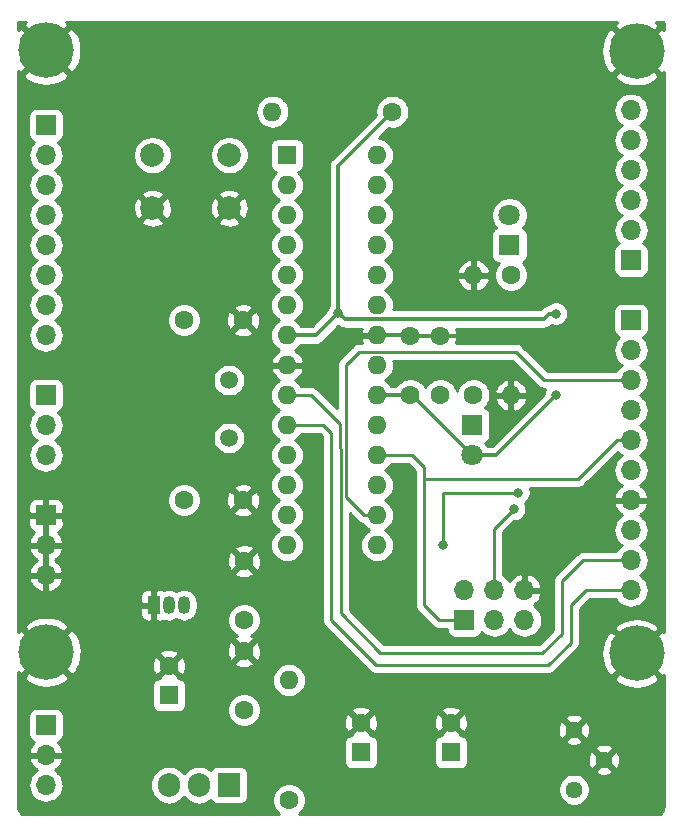
<source format=gbr>
G04 #@! TF.GenerationSoftware,KiCad,Pcbnew,(5.1.2)-2*
G04 #@! TF.CreationDate,2019-07-21T13:35:31+02:00*
G04 #@! TF.ProjectId,MyArduino,4d794172-6475-4696-9e6f-2e6b69636164,rev?*
G04 #@! TF.SameCoordinates,Original*
G04 #@! TF.FileFunction,Copper,L2,Bot*
G04 #@! TF.FilePolarity,Positive*
%FSLAX46Y46*%
G04 Gerber Fmt 4.6, Leading zero omitted, Abs format (unit mm)*
G04 Created by KiCad (PCBNEW (5.1.2)-2) date 2019-07-21 13:35:31*
%MOMM*%
%LPD*%
G04 APERTURE LIST*
%ADD10O,1.600000X1.600000*%
%ADD11C,1.600000*%
%ADD12C,4.700000*%
%ADD13C,1.500000*%
%ADD14R,1.600000X1.600000*%
%ADD15O,1.905000X2.000000*%
%ADD16R,1.905000X2.000000*%
%ADD17R,1.050000X1.500000*%
%ADD18O,1.050000X1.500000*%
%ADD19C,2.000000*%
%ADD20C,1.440000*%
%ADD21O,1.700000X1.700000*%
%ADD22R,1.700000X1.700000*%
%ADD23C,1.800000*%
%ADD24R,1.800000X1.800000*%
%ADD25C,0.800000*%
%ADD26C,0.350000*%
%ADD27C,0.250000*%
%ADD28C,0.254000*%
G04 APERTURE END LIST*
D10*
X133350000Y-104140000D03*
D11*
X133350000Y-93980000D03*
X110664000Y-113030000D03*
X105664000Y-113030000D03*
D12*
X144000000Y-126000000D03*
X144000000Y-75000000D03*
X94000000Y-125900000D03*
X93980000Y-74930000D03*
D13*
X109474000Y-107770000D03*
X109474000Y-102870000D03*
D10*
X122016789Y-83820000D03*
X114396789Y-116840000D03*
X122016789Y-86360000D03*
X114396789Y-114300000D03*
X122016789Y-88900000D03*
X114396789Y-111760000D03*
X122016789Y-91440000D03*
X114396789Y-109220000D03*
X122016789Y-93980000D03*
X114396789Y-106680000D03*
X122016789Y-96520000D03*
X114396789Y-104140000D03*
X122016789Y-99060000D03*
X114396789Y-101600000D03*
X122016789Y-101600000D03*
X114396789Y-99060000D03*
X122016789Y-104140000D03*
X114396789Y-96520000D03*
X122016789Y-106680000D03*
X114396789Y-93980000D03*
X122016789Y-109220000D03*
X114396789Y-91440000D03*
X122016789Y-111760000D03*
X114396789Y-88900000D03*
X122016789Y-114300000D03*
X114396789Y-86360000D03*
X122016789Y-116840000D03*
D14*
X114396789Y-83820000D03*
D15*
X104394000Y-137160000D03*
X106934000Y-137160000D03*
D16*
X109474000Y-137160000D03*
D17*
X103124000Y-121920000D03*
D18*
X105664000Y-121920000D03*
X104394000Y-121920000D03*
D19*
X109497000Y-83820000D03*
X109497000Y-88320000D03*
X102997000Y-83820000D03*
X102997000Y-88320000D03*
D20*
X138684000Y-132461000D03*
X141224000Y-135001000D03*
X138684000Y-137541000D03*
D10*
X113157000Y-80137000D03*
D11*
X123317000Y-80137000D03*
D10*
X130175000Y-93980000D03*
D11*
X130175000Y-104140000D03*
D10*
X114554000Y-128270000D03*
D11*
X114554000Y-138430000D03*
D21*
X93980000Y-99060000D03*
X93980000Y-96520000D03*
X93980000Y-93980000D03*
X93980000Y-91440000D03*
X93980000Y-88900000D03*
X93980000Y-86360000D03*
X93980000Y-83820000D03*
D22*
X93980000Y-81280000D03*
D21*
X143510000Y-80010000D03*
X143510000Y-82550000D03*
X143510000Y-85090000D03*
X143510000Y-87630000D03*
X143510000Y-90170000D03*
D22*
X143510000Y-92710000D03*
D21*
X143510000Y-120650000D03*
X143510000Y-118110000D03*
X143510000Y-115570000D03*
X143510000Y-113030000D03*
X143510000Y-110490000D03*
X143510000Y-107950000D03*
X143510000Y-105410000D03*
X143510000Y-102870000D03*
X143510000Y-100330000D03*
D22*
X143510000Y-97790000D03*
D21*
X93980000Y-119380000D03*
X93980000Y-116840000D03*
D22*
X93980000Y-114300000D03*
D21*
X93980000Y-109220000D03*
X93980000Y-106680000D03*
D22*
X93980000Y-104140000D03*
D21*
X134493000Y-120650000D03*
X134493000Y-123190000D03*
X131953000Y-120650000D03*
X131953000Y-123190000D03*
X129413000Y-120650000D03*
D22*
X129413000Y-123190000D03*
D21*
X93980000Y-137160000D03*
X93980000Y-134620000D03*
D22*
X93980000Y-132080000D03*
D23*
X133223000Y-88900000D03*
D24*
X133223000Y-91440000D03*
D23*
X130048000Y-109220000D03*
D24*
X130048000Y-106680000D03*
D11*
X110664000Y-97790000D03*
X105664000Y-97790000D03*
X127381000Y-99140000D03*
X127381000Y-104140000D03*
X124841000Y-99140000D03*
X124841000Y-104140000D03*
X120650000Y-131866000D03*
D14*
X120650000Y-134366000D03*
D11*
X110744000Y-118190000D03*
X110744000Y-123190000D03*
X128270000Y-131866000D03*
D14*
X128270000Y-134366000D03*
D11*
X110744000Y-125810000D03*
X110744000Y-130810000D03*
X104394000Y-127040000D03*
D14*
X104394000Y-129540000D03*
D25*
X133350000Y-99060000D03*
X118745000Y-97155000D03*
X137160000Y-104140000D03*
X137160000Y-97245000D03*
X133604000Y-113792000D03*
X133980347Y-112390347D03*
X127635000Y-116840000D03*
D26*
X124761000Y-99060000D02*
X124841000Y-99140000D01*
X122016789Y-99060000D02*
X124761000Y-99060000D01*
X124841000Y-99140000D02*
X127381000Y-99140000D01*
X127381000Y-99140000D02*
X128825000Y-99140000D01*
X114396789Y-99060000D02*
X116840000Y-99060000D01*
X116840000Y-99060000D02*
X118745000Y-97155000D01*
X118745000Y-84709000D02*
X123317000Y-80137000D01*
X118745000Y-97155000D02*
X118745000Y-84709000D01*
X124968000Y-104140000D02*
X124841000Y-104140000D01*
X130048000Y-109220000D02*
X124968000Y-104140000D01*
X124841000Y-104140000D02*
X122016789Y-104140000D01*
X130048000Y-109220000D02*
X132080000Y-109220000D01*
X132080000Y-109220000D02*
X137160000Y-104140000D01*
X119144999Y-97554999D02*
X118745000Y-97155000D01*
X119285001Y-97695001D02*
X119144999Y-97554999D01*
X136144314Y-97695001D02*
X119285001Y-97695001D01*
X136594315Y-97245000D02*
X136144314Y-97695001D01*
X137160000Y-97245000D02*
X136594315Y-97245000D01*
D27*
X116459000Y-104140000D02*
X114396789Y-104140000D01*
X118872000Y-106553000D02*
X116459000Y-104140000D01*
X118872000Y-108615211D02*
X118872000Y-106553000D01*
X118929990Y-108673201D02*
X118872000Y-108615211D01*
X118929990Y-122612990D02*
X118929990Y-108673201D01*
X139446000Y-118110000D02*
X137668000Y-119888000D01*
X137668000Y-119888000D02*
X137668000Y-124333000D01*
X137668000Y-124333000D02*
X136017000Y-125984000D01*
X136017000Y-125984000D02*
X122301000Y-125984000D01*
X143510000Y-118110000D02*
X139446000Y-118110000D01*
X122301000Y-125984000D02*
X118929990Y-122612990D01*
X118110000Y-123190000D02*
X118110000Y-107315000D01*
X139700000Y-120650000D02*
X138430000Y-121920000D01*
X143510000Y-120650000D02*
X139700000Y-120650000D01*
X117475000Y-106680000D02*
X114396789Y-106680000D01*
X138430000Y-121920000D02*
X138430000Y-125095000D01*
X138430000Y-125095000D02*
X136525000Y-127000000D01*
X136525000Y-127000000D02*
X121920000Y-127000000D01*
X118110000Y-107315000D02*
X117475000Y-106680000D01*
X121920000Y-127000000D02*
X118110000Y-123190000D01*
X131953000Y-115443000D02*
X131953000Y-120650000D01*
X133604000Y-113792000D02*
X131953000Y-115443000D01*
X122016789Y-109220000D02*
X124968000Y-109220000D01*
X124968000Y-109220000D02*
X125984000Y-110236000D01*
X127254000Y-123190000D02*
X129413000Y-123190000D01*
X125984000Y-121920000D02*
X127254000Y-123190000D01*
X139005919Y-111252000D02*
X125984000Y-111252000D01*
X142307919Y-107950000D02*
X139005919Y-111252000D01*
X143510000Y-107950000D02*
X142307919Y-107950000D01*
X125984000Y-110236000D02*
X125984000Y-111252000D01*
X125984000Y-111252000D02*
X125984000Y-121920000D01*
X133763001Y-100474999D02*
X120505001Y-100474999D01*
X143510000Y-102870000D02*
X136158002Y-102870000D01*
X136158002Y-102870000D02*
X133763001Y-100474999D01*
X120505001Y-100474999D02*
X119380000Y-101600000D01*
X119380000Y-101600000D02*
X119380000Y-112776000D01*
X119380000Y-112776000D02*
X120904000Y-114300000D01*
X120904000Y-114300000D02*
X122016789Y-114300000D01*
X133980347Y-112390347D02*
X127639653Y-112390347D01*
X127639653Y-112390347D02*
X127635000Y-112395000D01*
X127635000Y-112395000D02*
X127635000Y-116840000D01*
D28*
G36*
X92063137Y-72833532D02*
G01*
X93980000Y-74750395D01*
X95896863Y-72833532D01*
X95693894Y-72517000D01*
X142330992Y-72517000D01*
X142083137Y-72903532D01*
X144000000Y-74820395D01*
X145916863Y-72903532D01*
X145669008Y-72517000D01*
X146263097Y-72517000D01*
X146279000Y-72668306D01*
X146279000Y-73200181D01*
X146096468Y-73083137D01*
X144179605Y-75000000D01*
X146096468Y-76916863D01*
X146279000Y-76799819D01*
X146279001Y-124200182D01*
X146096468Y-124083137D01*
X144179605Y-126000000D01*
X146096468Y-127916863D01*
X146279001Y-127799818D01*
X146279001Y-138905713D01*
X146259441Y-139105204D01*
X146210881Y-139266040D01*
X146132008Y-139414378D01*
X146025822Y-139544575D01*
X145991462Y-139573000D01*
X115426311Y-139573000D01*
X115468759Y-139544637D01*
X115668637Y-139344759D01*
X115825680Y-139109727D01*
X115933853Y-138848574D01*
X115989000Y-138571335D01*
X115989000Y-138288665D01*
X115933853Y-138011426D01*
X115825680Y-137750273D01*
X115668637Y-137515241D01*
X115560940Y-137407544D01*
X137329000Y-137407544D01*
X137329000Y-137674456D01*
X137381072Y-137936239D01*
X137483215Y-138182833D01*
X137631503Y-138404762D01*
X137820238Y-138593497D01*
X138042167Y-138741785D01*
X138288761Y-138843928D01*
X138550544Y-138896000D01*
X138817456Y-138896000D01*
X139079239Y-138843928D01*
X139325833Y-138741785D01*
X139547762Y-138593497D01*
X139736497Y-138404762D01*
X139884785Y-138182833D01*
X139986928Y-137936239D01*
X140039000Y-137674456D01*
X140039000Y-137407544D01*
X139986928Y-137145761D01*
X139884785Y-136899167D01*
X139736497Y-136677238D01*
X139547762Y-136488503D01*
X139325833Y-136340215D01*
X139079239Y-136238072D01*
X138817456Y-136186000D01*
X138550544Y-136186000D01*
X138288761Y-136238072D01*
X138042167Y-136340215D01*
X137820238Y-136488503D01*
X137631503Y-136677238D01*
X137483215Y-136899167D01*
X137381072Y-137145761D01*
X137329000Y-137407544D01*
X115560940Y-137407544D01*
X115468759Y-137315363D01*
X115233727Y-137158320D01*
X114972574Y-137050147D01*
X114695335Y-136995000D01*
X114412665Y-136995000D01*
X114135426Y-137050147D01*
X113874273Y-137158320D01*
X113639241Y-137315363D01*
X113439363Y-137515241D01*
X113282320Y-137750273D01*
X113174147Y-138011426D01*
X113119000Y-138288665D01*
X113119000Y-138571335D01*
X113174147Y-138848574D01*
X113282320Y-139109727D01*
X113439363Y-139344759D01*
X113639241Y-139544637D01*
X113681689Y-139573000D01*
X91879070Y-139573000D01*
X91849425Y-139548822D01*
X91742335Y-139419372D01*
X91662428Y-139271586D01*
X91612747Y-139111094D01*
X91592000Y-138913695D01*
X91592000Y-137160000D01*
X92487815Y-137160000D01*
X92516487Y-137451111D01*
X92601401Y-137731034D01*
X92739294Y-137989014D01*
X92924866Y-138215134D01*
X93150986Y-138400706D01*
X93408966Y-138538599D01*
X93688889Y-138623513D01*
X93907050Y-138645000D01*
X94052950Y-138645000D01*
X94271111Y-138623513D01*
X94551034Y-138538599D01*
X94809014Y-138400706D01*
X95035134Y-138215134D01*
X95220706Y-137989014D01*
X95358599Y-137731034D01*
X95443513Y-137451111D01*
X95472185Y-137160000D01*
X95459826Y-137034514D01*
X102806500Y-137034514D01*
X102806500Y-137285485D01*
X102829470Y-137518703D01*
X102920245Y-137817948D01*
X103067655Y-138093734D01*
X103266037Y-138335463D01*
X103507765Y-138533845D01*
X103783551Y-138681255D01*
X104082796Y-138772030D01*
X104394000Y-138802681D01*
X104705203Y-138772030D01*
X105004448Y-138681255D01*
X105280234Y-138533845D01*
X105521963Y-138335463D01*
X105664000Y-138162391D01*
X105806037Y-138335463D01*
X106047765Y-138533845D01*
X106323551Y-138681255D01*
X106622796Y-138772030D01*
X106934000Y-138802681D01*
X107245203Y-138772030D01*
X107544448Y-138681255D01*
X107820234Y-138533845D01*
X107946095Y-138430553D01*
X107990963Y-138514494D01*
X108070315Y-138611185D01*
X108167006Y-138690537D01*
X108277320Y-138749502D01*
X108397018Y-138785812D01*
X108521500Y-138798072D01*
X110426500Y-138798072D01*
X110550982Y-138785812D01*
X110670680Y-138749502D01*
X110780994Y-138690537D01*
X110877685Y-138611185D01*
X110957037Y-138514494D01*
X111016002Y-138404180D01*
X111052312Y-138284482D01*
X111064572Y-138160000D01*
X111064572Y-136160000D01*
X111052312Y-136035518D01*
X111022294Y-135936560D01*
X140468045Y-135936560D01*
X140529932Y-136172368D01*
X140771790Y-136285266D01*
X141031027Y-136348811D01*
X141297680Y-136360561D01*
X141561501Y-136320063D01*
X141812353Y-136228875D01*
X141918068Y-136172368D01*
X141979955Y-135936560D01*
X141224000Y-135180605D01*
X140468045Y-135936560D01*
X111022294Y-135936560D01*
X111016002Y-135915820D01*
X110957037Y-135805506D01*
X110877685Y-135708815D01*
X110780994Y-135629463D01*
X110670680Y-135570498D01*
X110550982Y-135534188D01*
X110426500Y-135521928D01*
X108521500Y-135521928D01*
X108397018Y-135534188D01*
X108277320Y-135570498D01*
X108167006Y-135629463D01*
X108070315Y-135708815D01*
X107990963Y-135805506D01*
X107946095Y-135889446D01*
X107820235Y-135786155D01*
X107544449Y-135638745D01*
X107245204Y-135547970D01*
X106934000Y-135517319D01*
X106622797Y-135547970D01*
X106323552Y-135638745D01*
X106047766Y-135786155D01*
X105806037Y-135984537D01*
X105664000Y-136157609D01*
X105521963Y-135984537D01*
X105280235Y-135786155D01*
X105004449Y-135638745D01*
X104705204Y-135547970D01*
X104394000Y-135517319D01*
X104082797Y-135547970D01*
X103783552Y-135638745D01*
X103507766Y-135786155D01*
X103266037Y-135984537D01*
X103067655Y-136226265D01*
X102920245Y-136502051D01*
X102829470Y-136801296D01*
X102806500Y-137034514D01*
X95459826Y-137034514D01*
X95443513Y-136868889D01*
X95358599Y-136588966D01*
X95220706Y-136330986D01*
X95035134Y-136104866D01*
X94809014Y-135919294D01*
X94744477Y-135884799D01*
X94861355Y-135815178D01*
X95077588Y-135620269D01*
X95251641Y-135386920D01*
X95376825Y-135124099D01*
X95421476Y-134976890D01*
X95300155Y-134747000D01*
X94107000Y-134747000D01*
X94107000Y-134767000D01*
X93853000Y-134767000D01*
X93853000Y-134747000D01*
X92659845Y-134747000D01*
X92538524Y-134976890D01*
X92583175Y-135124099D01*
X92708359Y-135386920D01*
X92882412Y-135620269D01*
X93098645Y-135815178D01*
X93215523Y-135884799D01*
X93150986Y-135919294D01*
X92924866Y-136104866D01*
X92739294Y-136330986D01*
X92601401Y-136588966D01*
X92516487Y-136868889D01*
X92487815Y-137160000D01*
X91592000Y-137160000D01*
X91592000Y-131230000D01*
X92491928Y-131230000D01*
X92491928Y-132930000D01*
X92504188Y-133054482D01*
X92540498Y-133174180D01*
X92599463Y-133284494D01*
X92678815Y-133381185D01*
X92775506Y-133460537D01*
X92885820Y-133519502D01*
X92966466Y-133543966D01*
X92882412Y-133619731D01*
X92708359Y-133853080D01*
X92583175Y-134115901D01*
X92538524Y-134263110D01*
X92659845Y-134493000D01*
X93853000Y-134493000D01*
X93853000Y-134473000D01*
X94107000Y-134473000D01*
X94107000Y-134493000D01*
X95300155Y-134493000D01*
X95421476Y-134263110D01*
X95376825Y-134115901D01*
X95251641Y-133853080D01*
X95077588Y-133619731D01*
X95017979Y-133566000D01*
X119211928Y-133566000D01*
X119211928Y-135166000D01*
X119224188Y-135290482D01*
X119260498Y-135410180D01*
X119319463Y-135520494D01*
X119398815Y-135617185D01*
X119495506Y-135696537D01*
X119605820Y-135755502D01*
X119725518Y-135791812D01*
X119850000Y-135804072D01*
X121450000Y-135804072D01*
X121574482Y-135791812D01*
X121694180Y-135755502D01*
X121804494Y-135696537D01*
X121901185Y-135617185D01*
X121980537Y-135520494D01*
X122039502Y-135410180D01*
X122075812Y-135290482D01*
X122088072Y-135166000D01*
X122088072Y-133566000D01*
X126831928Y-133566000D01*
X126831928Y-135166000D01*
X126844188Y-135290482D01*
X126880498Y-135410180D01*
X126939463Y-135520494D01*
X127018815Y-135617185D01*
X127115506Y-135696537D01*
X127225820Y-135755502D01*
X127345518Y-135791812D01*
X127470000Y-135804072D01*
X129070000Y-135804072D01*
X129194482Y-135791812D01*
X129314180Y-135755502D01*
X129424494Y-135696537D01*
X129521185Y-135617185D01*
X129600537Y-135520494D01*
X129659502Y-135410180D01*
X129695812Y-135290482D01*
X129708072Y-135166000D01*
X129708072Y-135074680D01*
X139864439Y-135074680D01*
X139904937Y-135338501D01*
X139996125Y-135589353D01*
X140052632Y-135695068D01*
X140288440Y-135756955D01*
X141044395Y-135001000D01*
X141403605Y-135001000D01*
X142159560Y-135756955D01*
X142395368Y-135695068D01*
X142508266Y-135453210D01*
X142571811Y-135193973D01*
X142583561Y-134927320D01*
X142543063Y-134663499D01*
X142451875Y-134412647D01*
X142395368Y-134306932D01*
X142159560Y-134245045D01*
X141403605Y-135001000D01*
X141044395Y-135001000D01*
X140288440Y-134245045D01*
X140052632Y-134306932D01*
X139939734Y-134548790D01*
X139876189Y-134808027D01*
X139864439Y-135074680D01*
X129708072Y-135074680D01*
X129708072Y-134065440D01*
X140468045Y-134065440D01*
X141224000Y-134821395D01*
X141979955Y-134065440D01*
X141918068Y-133829632D01*
X141676210Y-133716734D01*
X141416973Y-133653189D01*
X141150320Y-133641439D01*
X140886499Y-133681937D01*
X140635647Y-133773125D01*
X140529932Y-133829632D01*
X140468045Y-134065440D01*
X129708072Y-134065440D01*
X129708072Y-133566000D01*
X129695812Y-133441518D01*
X129682175Y-133396560D01*
X137928045Y-133396560D01*
X137989932Y-133632368D01*
X138231790Y-133745266D01*
X138491027Y-133808811D01*
X138757680Y-133820561D01*
X139021501Y-133780063D01*
X139272353Y-133688875D01*
X139378068Y-133632368D01*
X139439955Y-133396560D01*
X138684000Y-132640605D01*
X137928045Y-133396560D01*
X129682175Y-133396560D01*
X129659502Y-133321820D01*
X129600537Y-133211506D01*
X129521185Y-133114815D01*
X129424494Y-133035463D01*
X129314180Y-132976498D01*
X129194482Y-132940188D01*
X129070000Y-132927928D01*
X129062785Y-132927928D01*
X129083097Y-132858702D01*
X128270000Y-132045605D01*
X127456903Y-132858702D01*
X127477215Y-132927928D01*
X127470000Y-132927928D01*
X127345518Y-132940188D01*
X127225820Y-132976498D01*
X127115506Y-133035463D01*
X127018815Y-133114815D01*
X126939463Y-133211506D01*
X126880498Y-133321820D01*
X126844188Y-133441518D01*
X126831928Y-133566000D01*
X122088072Y-133566000D01*
X122075812Y-133441518D01*
X122039502Y-133321820D01*
X121980537Y-133211506D01*
X121901185Y-133114815D01*
X121804494Y-133035463D01*
X121694180Y-132976498D01*
X121574482Y-132940188D01*
X121450000Y-132927928D01*
X121442785Y-132927928D01*
X121463097Y-132858702D01*
X120650000Y-132045605D01*
X119836903Y-132858702D01*
X119857215Y-132927928D01*
X119850000Y-132927928D01*
X119725518Y-132940188D01*
X119605820Y-132976498D01*
X119495506Y-133035463D01*
X119398815Y-133114815D01*
X119319463Y-133211506D01*
X119260498Y-133321820D01*
X119224188Y-133441518D01*
X119211928Y-133566000D01*
X95017979Y-133566000D01*
X94993534Y-133543966D01*
X95074180Y-133519502D01*
X95184494Y-133460537D01*
X95281185Y-133381185D01*
X95360537Y-133284494D01*
X95419502Y-133174180D01*
X95455812Y-133054482D01*
X95468072Y-132930000D01*
X95468072Y-131230000D01*
X95455812Y-131105518D01*
X95419502Y-130985820D01*
X95360537Y-130875506D01*
X95281185Y-130778815D01*
X95184494Y-130699463D01*
X95074180Y-130640498D01*
X94954482Y-130604188D01*
X94830000Y-130591928D01*
X93130000Y-130591928D01*
X93005518Y-130604188D01*
X92885820Y-130640498D01*
X92775506Y-130699463D01*
X92678815Y-130778815D01*
X92599463Y-130875506D01*
X92540498Y-130985820D01*
X92504188Y-131105518D01*
X92491928Y-131230000D01*
X91592000Y-131230000D01*
X91592000Y-127996468D01*
X92083137Y-127996468D01*
X92341298Y-128399073D01*
X92860715Y-128674651D01*
X93423913Y-128843601D01*
X94009250Y-128899430D01*
X94594233Y-128839992D01*
X94920237Y-128740000D01*
X102955928Y-128740000D01*
X102955928Y-130340000D01*
X102968188Y-130464482D01*
X103004498Y-130584180D01*
X103063463Y-130694494D01*
X103142815Y-130791185D01*
X103239506Y-130870537D01*
X103349820Y-130929502D01*
X103469518Y-130965812D01*
X103594000Y-130978072D01*
X105194000Y-130978072D01*
X105318482Y-130965812D01*
X105438180Y-130929502D01*
X105548494Y-130870537D01*
X105645185Y-130791185D01*
X105724537Y-130694494D01*
X105738343Y-130668665D01*
X109309000Y-130668665D01*
X109309000Y-130951335D01*
X109364147Y-131228574D01*
X109472320Y-131489727D01*
X109629363Y-131724759D01*
X109829241Y-131924637D01*
X110064273Y-132081680D01*
X110325426Y-132189853D01*
X110602665Y-132245000D01*
X110885335Y-132245000D01*
X111162574Y-132189853D01*
X111423727Y-132081680D01*
X111640986Y-131936512D01*
X119209783Y-131936512D01*
X119251213Y-132216130D01*
X119346397Y-132482292D01*
X119413329Y-132607514D01*
X119657298Y-132679097D01*
X120470395Y-131866000D01*
X120829605Y-131866000D01*
X121642702Y-132679097D01*
X121886671Y-132607514D01*
X122007571Y-132352004D01*
X122076300Y-132077816D01*
X122083265Y-131936512D01*
X126829783Y-131936512D01*
X126871213Y-132216130D01*
X126966397Y-132482292D01*
X127033329Y-132607514D01*
X127277298Y-132679097D01*
X128090395Y-131866000D01*
X128449605Y-131866000D01*
X129262702Y-132679097D01*
X129506671Y-132607514D01*
X129541133Y-132534680D01*
X137324439Y-132534680D01*
X137364937Y-132798501D01*
X137456125Y-133049353D01*
X137512632Y-133155068D01*
X137748440Y-133216955D01*
X138504395Y-132461000D01*
X138863605Y-132461000D01*
X139619560Y-133216955D01*
X139855368Y-133155068D01*
X139968266Y-132913210D01*
X140031811Y-132653973D01*
X140043561Y-132387320D01*
X140003063Y-132123499D01*
X139911875Y-131872647D01*
X139855368Y-131766932D01*
X139619560Y-131705045D01*
X138863605Y-132461000D01*
X138504395Y-132461000D01*
X137748440Y-131705045D01*
X137512632Y-131766932D01*
X137399734Y-132008790D01*
X137336189Y-132268027D01*
X137324439Y-132534680D01*
X129541133Y-132534680D01*
X129627571Y-132352004D01*
X129696300Y-132077816D01*
X129710217Y-131795488D01*
X129670205Y-131525440D01*
X137928045Y-131525440D01*
X138684000Y-132281395D01*
X139439955Y-131525440D01*
X139378068Y-131289632D01*
X139136210Y-131176734D01*
X138876973Y-131113189D01*
X138610320Y-131101439D01*
X138346499Y-131141937D01*
X138095647Y-131233125D01*
X137989932Y-131289632D01*
X137928045Y-131525440D01*
X129670205Y-131525440D01*
X129668787Y-131515870D01*
X129573603Y-131249708D01*
X129506671Y-131124486D01*
X129262702Y-131052903D01*
X128449605Y-131866000D01*
X128090395Y-131866000D01*
X127277298Y-131052903D01*
X127033329Y-131124486D01*
X126912429Y-131379996D01*
X126843700Y-131654184D01*
X126829783Y-131936512D01*
X122083265Y-131936512D01*
X122090217Y-131795488D01*
X122048787Y-131515870D01*
X121953603Y-131249708D01*
X121886671Y-131124486D01*
X121642702Y-131052903D01*
X120829605Y-131866000D01*
X120470395Y-131866000D01*
X119657298Y-131052903D01*
X119413329Y-131124486D01*
X119292429Y-131379996D01*
X119223700Y-131654184D01*
X119209783Y-131936512D01*
X111640986Y-131936512D01*
X111658759Y-131924637D01*
X111858637Y-131724759D01*
X112015680Y-131489727D01*
X112123853Y-131228574D01*
X112179000Y-130951335D01*
X112179000Y-130873298D01*
X119836903Y-130873298D01*
X120650000Y-131686395D01*
X121463097Y-130873298D01*
X127456903Y-130873298D01*
X128270000Y-131686395D01*
X129083097Y-130873298D01*
X129011514Y-130629329D01*
X128756004Y-130508429D01*
X128481816Y-130439700D01*
X128199488Y-130425783D01*
X127919870Y-130467213D01*
X127653708Y-130562397D01*
X127528486Y-130629329D01*
X127456903Y-130873298D01*
X121463097Y-130873298D01*
X121391514Y-130629329D01*
X121136004Y-130508429D01*
X120861816Y-130439700D01*
X120579488Y-130425783D01*
X120299870Y-130467213D01*
X120033708Y-130562397D01*
X119908486Y-130629329D01*
X119836903Y-130873298D01*
X112179000Y-130873298D01*
X112179000Y-130668665D01*
X112123853Y-130391426D01*
X112015680Y-130130273D01*
X111858637Y-129895241D01*
X111658759Y-129695363D01*
X111423727Y-129538320D01*
X111162574Y-129430147D01*
X110885335Y-129375000D01*
X110602665Y-129375000D01*
X110325426Y-129430147D01*
X110064273Y-129538320D01*
X109829241Y-129695363D01*
X109629363Y-129895241D01*
X109472320Y-130130273D01*
X109364147Y-130391426D01*
X109309000Y-130668665D01*
X105738343Y-130668665D01*
X105783502Y-130584180D01*
X105819812Y-130464482D01*
X105832072Y-130340000D01*
X105832072Y-128740000D01*
X105819812Y-128615518D01*
X105783502Y-128495820D01*
X105724537Y-128385506D01*
X105645185Y-128288815D01*
X105622259Y-128270000D01*
X113112057Y-128270000D01*
X113139764Y-128551309D01*
X113221818Y-128821808D01*
X113355068Y-129071101D01*
X113534392Y-129289608D01*
X113752899Y-129468932D01*
X114002192Y-129602182D01*
X114272691Y-129684236D01*
X114483508Y-129705000D01*
X114624492Y-129705000D01*
X114835309Y-129684236D01*
X115105808Y-129602182D01*
X115355101Y-129468932D01*
X115573608Y-129289608D01*
X115752932Y-129071101D01*
X115886182Y-128821808D01*
X115968236Y-128551309D01*
X115995943Y-128270000D01*
X115978852Y-128096468D01*
X142083137Y-128096468D01*
X142341298Y-128499073D01*
X142860715Y-128774651D01*
X143423913Y-128943601D01*
X144009250Y-128999430D01*
X144594233Y-128939992D01*
X145156379Y-128767571D01*
X145658702Y-128499073D01*
X145916863Y-128096468D01*
X144000000Y-126179605D01*
X142083137Y-128096468D01*
X115978852Y-128096468D01*
X115968236Y-127988691D01*
X115886182Y-127718192D01*
X115752932Y-127468899D01*
X115573608Y-127250392D01*
X115355101Y-127071068D01*
X115105808Y-126937818D01*
X114835309Y-126855764D01*
X114624492Y-126835000D01*
X114483508Y-126835000D01*
X114272691Y-126855764D01*
X114002192Y-126937818D01*
X113752899Y-127071068D01*
X113534392Y-127250392D01*
X113355068Y-127468899D01*
X113221818Y-127718192D01*
X113139764Y-127988691D01*
X113112057Y-128270000D01*
X105622259Y-128270000D01*
X105548494Y-128209463D01*
X105438180Y-128150498D01*
X105318482Y-128114188D01*
X105194000Y-128101928D01*
X105186785Y-128101928D01*
X105207097Y-128032702D01*
X104394000Y-127219605D01*
X103580903Y-128032702D01*
X103601215Y-128101928D01*
X103594000Y-128101928D01*
X103469518Y-128114188D01*
X103349820Y-128150498D01*
X103239506Y-128209463D01*
X103142815Y-128288815D01*
X103063463Y-128385506D01*
X103004498Y-128495820D01*
X102968188Y-128615518D01*
X102955928Y-128740000D01*
X94920237Y-128740000D01*
X95156379Y-128667571D01*
X95658702Y-128399073D01*
X95916863Y-127996468D01*
X94000000Y-126079605D01*
X92083137Y-127996468D01*
X91592000Y-127996468D01*
X91592000Y-127617100D01*
X91903532Y-127816863D01*
X93820395Y-125900000D01*
X94179605Y-125900000D01*
X96096468Y-127816863D01*
X96499073Y-127558702D01*
X96736861Y-127110512D01*
X102953783Y-127110512D01*
X102995213Y-127390130D01*
X103090397Y-127656292D01*
X103157329Y-127781514D01*
X103401298Y-127853097D01*
X104214395Y-127040000D01*
X104573605Y-127040000D01*
X105386702Y-127853097D01*
X105630671Y-127781514D01*
X105751571Y-127526004D01*
X105820300Y-127251816D01*
X105834217Y-126969488D01*
X105809505Y-126802702D01*
X109930903Y-126802702D01*
X110002486Y-127046671D01*
X110257996Y-127167571D01*
X110532184Y-127236300D01*
X110814512Y-127250217D01*
X111094130Y-127208787D01*
X111360292Y-127113603D01*
X111485514Y-127046671D01*
X111557097Y-126802702D01*
X110744000Y-125989605D01*
X109930903Y-126802702D01*
X105809505Y-126802702D01*
X105792787Y-126689870D01*
X105697603Y-126423708D01*
X105630671Y-126298486D01*
X105386702Y-126226903D01*
X104573605Y-127040000D01*
X104214395Y-127040000D01*
X103401298Y-126226903D01*
X103157329Y-126298486D01*
X103036429Y-126553996D01*
X102967700Y-126828184D01*
X102953783Y-127110512D01*
X96736861Y-127110512D01*
X96774651Y-127039285D01*
X96943601Y-126476087D01*
X96984498Y-126047298D01*
X103580903Y-126047298D01*
X104394000Y-126860395D01*
X105207097Y-126047298D01*
X105158161Y-125880512D01*
X109303783Y-125880512D01*
X109345213Y-126160130D01*
X109440397Y-126426292D01*
X109507329Y-126551514D01*
X109751298Y-126623097D01*
X110564395Y-125810000D01*
X110923605Y-125810000D01*
X111736702Y-126623097D01*
X111980671Y-126551514D01*
X112101571Y-126296004D01*
X112170300Y-126021816D01*
X112184217Y-125739488D01*
X112142787Y-125459870D01*
X112047603Y-125193708D01*
X111980671Y-125068486D01*
X111736702Y-124996903D01*
X110923605Y-125810000D01*
X110564395Y-125810000D01*
X109751298Y-124996903D01*
X109507329Y-125068486D01*
X109386429Y-125323996D01*
X109317700Y-125598184D01*
X109303783Y-125880512D01*
X105158161Y-125880512D01*
X105135514Y-125803329D01*
X104880004Y-125682429D01*
X104605816Y-125613700D01*
X104323488Y-125599783D01*
X104043870Y-125641213D01*
X103777708Y-125736397D01*
X103652486Y-125803329D01*
X103580903Y-126047298D01*
X96984498Y-126047298D01*
X96999430Y-125890750D01*
X96939992Y-125305767D01*
X96767571Y-124743621D01*
X96499073Y-124241298D01*
X96096468Y-123983137D01*
X94179605Y-125900000D01*
X93820395Y-125900000D01*
X91903532Y-123983137D01*
X91592000Y-124182900D01*
X91592000Y-123803532D01*
X92083137Y-123803532D01*
X94000000Y-125720395D01*
X95916863Y-123803532D01*
X95658702Y-123400927D01*
X95139285Y-123125349D01*
X94576087Y-122956399D01*
X93990750Y-122900570D01*
X93405767Y-122960008D01*
X92843621Y-123132429D01*
X92341298Y-123400927D01*
X92083137Y-123803532D01*
X91592000Y-123803532D01*
X91592000Y-122670000D01*
X101960928Y-122670000D01*
X101973188Y-122794482D01*
X102009498Y-122914180D01*
X102068463Y-123024494D01*
X102147815Y-123121185D01*
X102244506Y-123200537D01*
X102354820Y-123259502D01*
X102474518Y-123295812D01*
X102599000Y-123308072D01*
X102838250Y-123305000D01*
X102997000Y-123146250D01*
X102997000Y-122047000D01*
X102122750Y-122047000D01*
X101964000Y-122205750D01*
X101960928Y-122670000D01*
X91592000Y-122670000D01*
X91592000Y-121170000D01*
X101960928Y-121170000D01*
X101964000Y-121634250D01*
X102122750Y-121793000D01*
X102997000Y-121793000D01*
X102997000Y-121638022D01*
X103234000Y-121638022D01*
X103234000Y-122201979D01*
X103250785Y-122372400D01*
X103251000Y-122373109D01*
X103251000Y-123146250D01*
X103409750Y-123305000D01*
X103649000Y-123308072D01*
X103773482Y-123295812D01*
X103893180Y-123259502D01*
X103957902Y-123224907D01*
X104166601Y-123288215D01*
X104394000Y-123310612D01*
X104621400Y-123288215D01*
X104840060Y-123221885D01*
X105029001Y-123120894D01*
X105217941Y-123221885D01*
X105436601Y-123288215D01*
X105664000Y-123310612D01*
X105891400Y-123288215D01*
X106110060Y-123221885D01*
X106311579Y-123114171D01*
X106391398Y-123048665D01*
X109309000Y-123048665D01*
X109309000Y-123331335D01*
X109364147Y-123608574D01*
X109472320Y-123869727D01*
X109629363Y-124104759D01*
X109829241Y-124304637D01*
X110064273Y-124461680D01*
X110151601Y-124497852D01*
X110127708Y-124506397D01*
X110002486Y-124573329D01*
X109930903Y-124817298D01*
X110744000Y-125630395D01*
X111557097Y-124817298D01*
X111485514Y-124573329D01*
X111330855Y-124500149D01*
X111423727Y-124461680D01*
X111658759Y-124304637D01*
X111858637Y-124104759D01*
X112015680Y-123869727D01*
X112123853Y-123608574D01*
X112179000Y-123331335D01*
X112179000Y-123048665D01*
X112123853Y-122771426D01*
X112015680Y-122510273D01*
X111858637Y-122275241D01*
X111658759Y-122075363D01*
X111423727Y-121918320D01*
X111162574Y-121810147D01*
X110885335Y-121755000D01*
X110602665Y-121755000D01*
X110325426Y-121810147D01*
X110064273Y-121918320D01*
X109829241Y-122075363D01*
X109629363Y-122275241D01*
X109472320Y-122510273D01*
X109364147Y-122771426D01*
X109309000Y-123048665D01*
X106391398Y-123048665D01*
X106488212Y-122969212D01*
X106633171Y-122792579D01*
X106740885Y-122591059D01*
X106807215Y-122372399D01*
X106824000Y-122201978D01*
X106824000Y-121638021D01*
X106807215Y-121467600D01*
X106740885Y-121248940D01*
X106633171Y-121047421D01*
X106488212Y-120870788D01*
X106311578Y-120725829D01*
X106110059Y-120618115D01*
X105891399Y-120551785D01*
X105664000Y-120529388D01*
X105436600Y-120551785D01*
X105217940Y-120618115D01*
X105029000Y-120719106D01*
X104840059Y-120618115D01*
X104621399Y-120551785D01*
X104394000Y-120529388D01*
X104166600Y-120551785D01*
X103957902Y-120615093D01*
X103893180Y-120580498D01*
X103773482Y-120544188D01*
X103649000Y-120531928D01*
X103409750Y-120535000D01*
X103251000Y-120693750D01*
X103251000Y-121466892D01*
X103250785Y-121467601D01*
X103234000Y-121638022D01*
X102997000Y-121638022D01*
X102997000Y-120693750D01*
X102838250Y-120535000D01*
X102599000Y-120531928D01*
X102474518Y-120544188D01*
X102354820Y-120580498D01*
X102244506Y-120639463D01*
X102147815Y-120718815D01*
X102068463Y-120815506D01*
X102009498Y-120925820D01*
X101973188Y-121045518D01*
X101960928Y-121170000D01*
X91592000Y-121170000D01*
X91592000Y-119736890D01*
X92538524Y-119736890D01*
X92583175Y-119884099D01*
X92708359Y-120146920D01*
X92882412Y-120380269D01*
X93098645Y-120575178D01*
X93348748Y-120724157D01*
X93623109Y-120821481D01*
X93853000Y-120700814D01*
X93853000Y-119507000D01*
X94107000Y-119507000D01*
X94107000Y-120700814D01*
X94336891Y-120821481D01*
X94611252Y-120724157D01*
X94861355Y-120575178D01*
X95077588Y-120380269D01*
X95251641Y-120146920D01*
X95376825Y-119884099D01*
X95421476Y-119736890D01*
X95300155Y-119507000D01*
X94107000Y-119507000D01*
X93853000Y-119507000D01*
X92659845Y-119507000D01*
X92538524Y-119736890D01*
X91592000Y-119736890D01*
X91592000Y-117196890D01*
X92538524Y-117196890D01*
X92583175Y-117344099D01*
X92708359Y-117606920D01*
X92882412Y-117840269D01*
X93098645Y-118035178D01*
X93224255Y-118110000D01*
X93098645Y-118184822D01*
X92882412Y-118379731D01*
X92708359Y-118613080D01*
X92583175Y-118875901D01*
X92538524Y-119023110D01*
X92659845Y-119253000D01*
X93853000Y-119253000D01*
X93853000Y-116967000D01*
X94107000Y-116967000D01*
X94107000Y-119253000D01*
X95300155Y-119253000D01*
X95337253Y-119182702D01*
X109930903Y-119182702D01*
X110002486Y-119426671D01*
X110257996Y-119547571D01*
X110532184Y-119616300D01*
X110814512Y-119630217D01*
X111094130Y-119588787D01*
X111360292Y-119493603D01*
X111485514Y-119426671D01*
X111557097Y-119182702D01*
X110744000Y-118369605D01*
X109930903Y-119182702D01*
X95337253Y-119182702D01*
X95421476Y-119023110D01*
X95376825Y-118875901D01*
X95251641Y-118613080D01*
X95077588Y-118379731D01*
X94945326Y-118260512D01*
X109303783Y-118260512D01*
X109345213Y-118540130D01*
X109440397Y-118806292D01*
X109507329Y-118931514D01*
X109751298Y-119003097D01*
X110564395Y-118190000D01*
X110923605Y-118190000D01*
X111736702Y-119003097D01*
X111980671Y-118931514D01*
X112101571Y-118676004D01*
X112170300Y-118401816D01*
X112184217Y-118119488D01*
X112142787Y-117839870D01*
X112047603Y-117573708D01*
X111980671Y-117448486D01*
X111736702Y-117376903D01*
X110923605Y-118190000D01*
X110564395Y-118190000D01*
X109751298Y-117376903D01*
X109507329Y-117448486D01*
X109386429Y-117703996D01*
X109317700Y-117978184D01*
X109303783Y-118260512D01*
X94945326Y-118260512D01*
X94861355Y-118184822D01*
X94735745Y-118110000D01*
X94861355Y-118035178D01*
X95077588Y-117840269D01*
X95251641Y-117606920D01*
X95376825Y-117344099D01*
X95421352Y-117197298D01*
X109930903Y-117197298D01*
X110744000Y-118010395D01*
X111557097Y-117197298D01*
X111485514Y-116953329D01*
X111230004Y-116832429D01*
X110955816Y-116763700D01*
X110673488Y-116749783D01*
X110393870Y-116791213D01*
X110127708Y-116886397D01*
X110002486Y-116953329D01*
X109930903Y-117197298D01*
X95421352Y-117197298D01*
X95421476Y-117196890D01*
X95300155Y-116967000D01*
X94107000Y-116967000D01*
X93853000Y-116967000D01*
X92659845Y-116967000D01*
X92538524Y-117196890D01*
X91592000Y-117196890D01*
X91592000Y-115150000D01*
X92491928Y-115150000D01*
X92504188Y-115274482D01*
X92540498Y-115394180D01*
X92599463Y-115504494D01*
X92678815Y-115601185D01*
X92775506Y-115680537D01*
X92885820Y-115739502D01*
X92966466Y-115763966D01*
X92882412Y-115839731D01*
X92708359Y-116073080D01*
X92583175Y-116335901D01*
X92538524Y-116483110D01*
X92659845Y-116713000D01*
X93853000Y-116713000D01*
X93853000Y-114427000D01*
X94107000Y-114427000D01*
X94107000Y-116713000D01*
X95300155Y-116713000D01*
X95421476Y-116483110D01*
X95376825Y-116335901D01*
X95251641Y-116073080D01*
X95077588Y-115839731D01*
X94993534Y-115763966D01*
X95074180Y-115739502D01*
X95184494Y-115680537D01*
X95281185Y-115601185D01*
X95360537Y-115504494D01*
X95419502Y-115394180D01*
X95455812Y-115274482D01*
X95468072Y-115150000D01*
X95465000Y-114585750D01*
X95306250Y-114427000D01*
X94107000Y-114427000D01*
X93853000Y-114427000D01*
X92653750Y-114427000D01*
X92495000Y-114585750D01*
X92491928Y-115150000D01*
X91592000Y-115150000D01*
X91592000Y-113450000D01*
X92491928Y-113450000D01*
X92495000Y-114014250D01*
X92653750Y-114173000D01*
X93853000Y-114173000D01*
X93853000Y-112973750D01*
X94107000Y-112973750D01*
X94107000Y-114173000D01*
X95306250Y-114173000D01*
X95465000Y-114014250D01*
X95468072Y-113450000D01*
X95455812Y-113325518D01*
X95419502Y-113205820D01*
X95360537Y-113095506D01*
X95281185Y-112998815D01*
X95184494Y-112919463D01*
X95126876Y-112888665D01*
X104229000Y-112888665D01*
X104229000Y-113171335D01*
X104284147Y-113448574D01*
X104392320Y-113709727D01*
X104549363Y-113944759D01*
X104749241Y-114144637D01*
X104984273Y-114301680D01*
X105245426Y-114409853D01*
X105522665Y-114465000D01*
X105805335Y-114465000D01*
X106082574Y-114409853D01*
X106343727Y-114301680D01*
X106578759Y-114144637D01*
X106700694Y-114022702D01*
X109850903Y-114022702D01*
X109922486Y-114266671D01*
X110177996Y-114387571D01*
X110452184Y-114456300D01*
X110734512Y-114470217D01*
X111014130Y-114428787D01*
X111280292Y-114333603D01*
X111405514Y-114266671D01*
X111477097Y-114022702D01*
X110664000Y-113209605D01*
X109850903Y-114022702D01*
X106700694Y-114022702D01*
X106778637Y-113944759D01*
X106935680Y-113709727D01*
X107043853Y-113448574D01*
X107099000Y-113171335D01*
X107099000Y-113100512D01*
X109223783Y-113100512D01*
X109265213Y-113380130D01*
X109360397Y-113646292D01*
X109427329Y-113771514D01*
X109671298Y-113843097D01*
X110484395Y-113030000D01*
X110843605Y-113030000D01*
X111656702Y-113843097D01*
X111900671Y-113771514D01*
X112021571Y-113516004D01*
X112090300Y-113241816D01*
X112104217Y-112959488D01*
X112062787Y-112679870D01*
X111967603Y-112413708D01*
X111900671Y-112288486D01*
X111656702Y-112216903D01*
X110843605Y-113030000D01*
X110484395Y-113030000D01*
X109671298Y-112216903D01*
X109427329Y-112288486D01*
X109306429Y-112543996D01*
X109237700Y-112818184D01*
X109223783Y-113100512D01*
X107099000Y-113100512D01*
X107099000Y-112888665D01*
X107043853Y-112611426D01*
X106935680Y-112350273D01*
X106778637Y-112115241D01*
X106700694Y-112037298D01*
X109850903Y-112037298D01*
X110664000Y-112850395D01*
X111477097Y-112037298D01*
X111405514Y-111793329D01*
X111150004Y-111672429D01*
X110875816Y-111603700D01*
X110593488Y-111589783D01*
X110313870Y-111631213D01*
X110047708Y-111726397D01*
X109922486Y-111793329D01*
X109850903Y-112037298D01*
X106700694Y-112037298D01*
X106578759Y-111915363D01*
X106343727Y-111758320D01*
X106082574Y-111650147D01*
X105805335Y-111595000D01*
X105522665Y-111595000D01*
X105245426Y-111650147D01*
X104984273Y-111758320D01*
X104749241Y-111915363D01*
X104549363Y-112115241D01*
X104392320Y-112350273D01*
X104284147Y-112611426D01*
X104229000Y-112888665D01*
X95126876Y-112888665D01*
X95074180Y-112860498D01*
X94954482Y-112824188D01*
X94830000Y-112811928D01*
X94265750Y-112815000D01*
X94107000Y-112973750D01*
X93853000Y-112973750D01*
X93694250Y-112815000D01*
X93130000Y-112811928D01*
X93005518Y-112824188D01*
X92885820Y-112860498D01*
X92775506Y-112919463D01*
X92678815Y-112998815D01*
X92599463Y-113095506D01*
X92540498Y-113205820D01*
X92504188Y-113325518D01*
X92491928Y-113450000D01*
X91592000Y-113450000D01*
X91592000Y-106680000D01*
X92487815Y-106680000D01*
X92516487Y-106971111D01*
X92601401Y-107251034D01*
X92739294Y-107509014D01*
X92924866Y-107735134D01*
X93150986Y-107920706D01*
X93205791Y-107950000D01*
X93150986Y-107979294D01*
X92924866Y-108164866D01*
X92739294Y-108390986D01*
X92601401Y-108648966D01*
X92516487Y-108928889D01*
X92487815Y-109220000D01*
X92516487Y-109511111D01*
X92601401Y-109791034D01*
X92739294Y-110049014D01*
X92924866Y-110275134D01*
X93150986Y-110460706D01*
X93408966Y-110598599D01*
X93688889Y-110683513D01*
X93907050Y-110705000D01*
X94052950Y-110705000D01*
X94271111Y-110683513D01*
X94551034Y-110598599D01*
X94809014Y-110460706D01*
X95035134Y-110275134D01*
X95220706Y-110049014D01*
X95358599Y-109791034D01*
X95443513Y-109511111D01*
X95472185Y-109220000D01*
X95443513Y-108928889D01*
X95358599Y-108648966D01*
X95220706Y-108390986D01*
X95035134Y-108164866D01*
X94809014Y-107979294D01*
X94754209Y-107950000D01*
X94809014Y-107920706D01*
X95035134Y-107735134D01*
X95118469Y-107633589D01*
X108089000Y-107633589D01*
X108089000Y-107906411D01*
X108142225Y-108173989D01*
X108246629Y-108426043D01*
X108398201Y-108652886D01*
X108591114Y-108845799D01*
X108817957Y-108997371D01*
X109070011Y-109101775D01*
X109337589Y-109155000D01*
X109610411Y-109155000D01*
X109877989Y-109101775D01*
X110130043Y-108997371D01*
X110356886Y-108845799D01*
X110549799Y-108652886D01*
X110701371Y-108426043D01*
X110805775Y-108173989D01*
X110859000Y-107906411D01*
X110859000Y-107633589D01*
X110805775Y-107366011D01*
X110701371Y-107113957D01*
X110549799Y-106887114D01*
X110356886Y-106694201D01*
X110130043Y-106542629D01*
X109877989Y-106438225D01*
X109610411Y-106385000D01*
X109337589Y-106385000D01*
X109070011Y-106438225D01*
X108817957Y-106542629D01*
X108591114Y-106694201D01*
X108398201Y-106887114D01*
X108246629Y-107113957D01*
X108142225Y-107366011D01*
X108089000Y-107633589D01*
X95118469Y-107633589D01*
X95220706Y-107509014D01*
X95358599Y-107251034D01*
X95443513Y-106971111D01*
X95472185Y-106680000D01*
X95443513Y-106388889D01*
X95358599Y-106108966D01*
X95220706Y-105850986D01*
X95035134Y-105624866D01*
X95005313Y-105600393D01*
X95074180Y-105579502D01*
X95184494Y-105520537D01*
X95281185Y-105441185D01*
X95360537Y-105344494D01*
X95419502Y-105234180D01*
X95455812Y-105114482D01*
X95468072Y-104990000D01*
X95468072Y-103290000D01*
X95455812Y-103165518D01*
X95419502Y-103045820D01*
X95360537Y-102935506D01*
X95281185Y-102838815D01*
X95184494Y-102759463D01*
X95136088Y-102733589D01*
X108089000Y-102733589D01*
X108089000Y-103006411D01*
X108142225Y-103273989D01*
X108246629Y-103526043D01*
X108398201Y-103752886D01*
X108591114Y-103945799D01*
X108817957Y-104097371D01*
X109070011Y-104201775D01*
X109337589Y-104255000D01*
X109610411Y-104255000D01*
X109877989Y-104201775D01*
X110130043Y-104097371D01*
X110356886Y-103945799D01*
X110549799Y-103752886D01*
X110701371Y-103526043D01*
X110805775Y-103273989D01*
X110859000Y-103006411D01*
X110859000Y-102733589D01*
X110805775Y-102466011D01*
X110701371Y-102213957D01*
X110549799Y-101987114D01*
X110356886Y-101794201D01*
X110130043Y-101642629D01*
X109877989Y-101538225D01*
X109610411Y-101485000D01*
X109337589Y-101485000D01*
X109070011Y-101538225D01*
X108817957Y-101642629D01*
X108591114Y-101794201D01*
X108398201Y-101987114D01*
X108246629Y-102213957D01*
X108142225Y-102466011D01*
X108089000Y-102733589D01*
X95136088Y-102733589D01*
X95074180Y-102700498D01*
X94954482Y-102664188D01*
X94830000Y-102651928D01*
X93130000Y-102651928D01*
X93005518Y-102664188D01*
X92885820Y-102700498D01*
X92775506Y-102759463D01*
X92678815Y-102838815D01*
X92599463Y-102935506D01*
X92540498Y-103045820D01*
X92504188Y-103165518D01*
X92491928Y-103290000D01*
X92491928Y-104990000D01*
X92504188Y-105114482D01*
X92540498Y-105234180D01*
X92599463Y-105344494D01*
X92678815Y-105441185D01*
X92775506Y-105520537D01*
X92885820Y-105579502D01*
X92954687Y-105600393D01*
X92924866Y-105624866D01*
X92739294Y-105850986D01*
X92601401Y-106108966D01*
X92516487Y-106388889D01*
X92487815Y-106680000D01*
X91592000Y-106680000D01*
X91592000Y-83820000D01*
X92487815Y-83820000D01*
X92516487Y-84111111D01*
X92601401Y-84391034D01*
X92739294Y-84649014D01*
X92924866Y-84875134D01*
X93150986Y-85060706D01*
X93205791Y-85090000D01*
X93150986Y-85119294D01*
X92924866Y-85304866D01*
X92739294Y-85530986D01*
X92601401Y-85788966D01*
X92516487Y-86068889D01*
X92487815Y-86360000D01*
X92516487Y-86651111D01*
X92601401Y-86931034D01*
X92739294Y-87189014D01*
X92924866Y-87415134D01*
X93150986Y-87600706D01*
X93205791Y-87630000D01*
X93150986Y-87659294D01*
X92924866Y-87844866D01*
X92739294Y-88070986D01*
X92601401Y-88328966D01*
X92516487Y-88608889D01*
X92487815Y-88900000D01*
X92516487Y-89191111D01*
X92601401Y-89471034D01*
X92739294Y-89729014D01*
X92924866Y-89955134D01*
X93150986Y-90140706D01*
X93205791Y-90170000D01*
X93150986Y-90199294D01*
X92924866Y-90384866D01*
X92739294Y-90610986D01*
X92601401Y-90868966D01*
X92516487Y-91148889D01*
X92487815Y-91440000D01*
X92516487Y-91731111D01*
X92601401Y-92011034D01*
X92739294Y-92269014D01*
X92924866Y-92495134D01*
X93150986Y-92680706D01*
X93205791Y-92710000D01*
X93150986Y-92739294D01*
X92924866Y-92924866D01*
X92739294Y-93150986D01*
X92601401Y-93408966D01*
X92516487Y-93688889D01*
X92487815Y-93980000D01*
X92516487Y-94271111D01*
X92601401Y-94551034D01*
X92739294Y-94809014D01*
X92924866Y-95035134D01*
X93150986Y-95220706D01*
X93205791Y-95250000D01*
X93150986Y-95279294D01*
X92924866Y-95464866D01*
X92739294Y-95690986D01*
X92601401Y-95948966D01*
X92516487Y-96228889D01*
X92487815Y-96520000D01*
X92516487Y-96811111D01*
X92601401Y-97091034D01*
X92739294Y-97349014D01*
X92924866Y-97575134D01*
X93150986Y-97760706D01*
X93205791Y-97790000D01*
X93150986Y-97819294D01*
X92924866Y-98004866D01*
X92739294Y-98230986D01*
X92601401Y-98488966D01*
X92516487Y-98768889D01*
X92487815Y-99060000D01*
X92516487Y-99351111D01*
X92601401Y-99631034D01*
X92739294Y-99889014D01*
X92924866Y-100115134D01*
X93150986Y-100300706D01*
X93408966Y-100438599D01*
X93688889Y-100523513D01*
X93907050Y-100545000D01*
X94052950Y-100545000D01*
X94271111Y-100523513D01*
X94551034Y-100438599D01*
X94809014Y-100300706D01*
X95035134Y-100115134D01*
X95220706Y-99889014D01*
X95358599Y-99631034D01*
X95443513Y-99351111D01*
X95472185Y-99060000D01*
X95443513Y-98768889D01*
X95358599Y-98488966D01*
X95220706Y-98230986D01*
X95035134Y-98004866D01*
X94809014Y-97819294D01*
X94754209Y-97790000D01*
X94809014Y-97760706D01*
X94945536Y-97648665D01*
X104229000Y-97648665D01*
X104229000Y-97931335D01*
X104284147Y-98208574D01*
X104392320Y-98469727D01*
X104549363Y-98704759D01*
X104749241Y-98904637D01*
X104984273Y-99061680D01*
X105245426Y-99169853D01*
X105522665Y-99225000D01*
X105805335Y-99225000D01*
X106082574Y-99169853D01*
X106343727Y-99061680D01*
X106578759Y-98904637D01*
X106700694Y-98782702D01*
X109850903Y-98782702D01*
X109922486Y-99026671D01*
X110177996Y-99147571D01*
X110452184Y-99216300D01*
X110734512Y-99230217D01*
X111014130Y-99188787D01*
X111280292Y-99093603D01*
X111405514Y-99026671D01*
X111477097Y-98782702D01*
X110664000Y-97969605D01*
X109850903Y-98782702D01*
X106700694Y-98782702D01*
X106778637Y-98704759D01*
X106935680Y-98469727D01*
X107043853Y-98208574D01*
X107099000Y-97931335D01*
X107099000Y-97860512D01*
X109223783Y-97860512D01*
X109265213Y-98140130D01*
X109360397Y-98406292D01*
X109427329Y-98531514D01*
X109671298Y-98603097D01*
X110484395Y-97790000D01*
X110843605Y-97790000D01*
X111656702Y-98603097D01*
X111900671Y-98531514D01*
X112021571Y-98276004D01*
X112090300Y-98001816D01*
X112104217Y-97719488D01*
X112062787Y-97439870D01*
X111967603Y-97173708D01*
X111900671Y-97048486D01*
X111656702Y-96976903D01*
X110843605Y-97790000D01*
X110484395Y-97790000D01*
X109671298Y-96976903D01*
X109427329Y-97048486D01*
X109306429Y-97303996D01*
X109237700Y-97578184D01*
X109223783Y-97860512D01*
X107099000Y-97860512D01*
X107099000Y-97648665D01*
X107043853Y-97371426D01*
X106935680Y-97110273D01*
X106778637Y-96875241D01*
X106700694Y-96797298D01*
X109850903Y-96797298D01*
X110664000Y-97610395D01*
X111477097Y-96797298D01*
X111405514Y-96553329D01*
X111150004Y-96432429D01*
X110875816Y-96363700D01*
X110593488Y-96349783D01*
X110313870Y-96391213D01*
X110047708Y-96486397D01*
X109922486Y-96553329D01*
X109850903Y-96797298D01*
X106700694Y-96797298D01*
X106578759Y-96675363D01*
X106343727Y-96518320D01*
X106082574Y-96410147D01*
X105805335Y-96355000D01*
X105522665Y-96355000D01*
X105245426Y-96410147D01*
X104984273Y-96518320D01*
X104749241Y-96675363D01*
X104549363Y-96875241D01*
X104392320Y-97110273D01*
X104284147Y-97371426D01*
X104229000Y-97648665D01*
X94945536Y-97648665D01*
X95035134Y-97575134D01*
X95220706Y-97349014D01*
X95358599Y-97091034D01*
X95443513Y-96811111D01*
X95472185Y-96520000D01*
X95443513Y-96228889D01*
X95358599Y-95948966D01*
X95220706Y-95690986D01*
X95035134Y-95464866D01*
X94809014Y-95279294D01*
X94754209Y-95250000D01*
X94809014Y-95220706D01*
X95035134Y-95035134D01*
X95220706Y-94809014D01*
X95358599Y-94551034D01*
X95443513Y-94271111D01*
X95472185Y-93980000D01*
X95443513Y-93688889D01*
X95358599Y-93408966D01*
X95220706Y-93150986D01*
X95035134Y-92924866D01*
X94809014Y-92739294D01*
X94754209Y-92710000D01*
X94809014Y-92680706D01*
X95035134Y-92495134D01*
X95220706Y-92269014D01*
X95358599Y-92011034D01*
X95443513Y-91731111D01*
X95472185Y-91440000D01*
X95443513Y-91148889D01*
X95358599Y-90868966D01*
X95220706Y-90610986D01*
X95035134Y-90384866D01*
X94809014Y-90199294D01*
X94754209Y-90170000D01*
X94809014Y-90140706D01*
X95035134Y-89955134D01*
X95220706Y-89729014D01*
X95358599Y-89471034D01*
X95363337Y-89455413D01*
X102041192Y-89455413D01*
X102136956Y-89719814D01*
X102426571Y-89860704D01*
X102738108Y-89942384D01*
X103059595Y-89961718D01*
X103378675Y-89917961D01*
X103683088Y-89812795D01*
X103857044Y-89719814D01*
X103952808Y-89455413D01*
X108541192Y-89455413D01*
X108636956Y-89719814D01*
X108926571Y-89860704D01*
X109238108Y-89942384D01*
X109559595Y-89961718D01*
X109878675Y-89917961D01*
X110183088Y-89812795D01*
X110357044Y-89719814D01*
X110452808Y-89455413D01*
X109497000Y-88499605D01*
X108541192Y-89455413D01*
X103952808Y-89455413D01*
X102997000Y-88499605D01*
X102041192Y-89455413D01*
X95363337Y-89455413D01*
X95443513Y-89191111D01*
X95472185Y-88900000D01*
X95443513Y-88608889D01*
X95374868Y-88382595D01*
X101355282Y-88382595D01*
X101399039Y-88701675D01*
X101504205Y-89006088D01*
X101597186Y-89180044D01*
X101861587Y-89275808D01*
X102817395Y-88320000D01*
X103176605Y-88320000D01*
X104132413Y-89275808D01*
X104396814Y-89180044D01*
X104537704Y-88890429D01*
X104619384Y-88578892D01*
X104631189Y-88382595D01*
X107855282Y-88382595D01*
X107899039Y-88701675D01*
X108004205Y-89006088D01*
X108097186Y-89180044D01*
X108361587Y-89275808D01*
X109317395Y-88320000D01*
X109676605Y-88320000D01*
X110632413Y-89275808D01*
X110896814Y-89180044D01*
X111037704Y-88890429D01*
X111119384Y-88578892D01*
X111138718Y-88257405D01*
X111094961Y-87938325D01*
X110989795Y-87633912D01*
X110896814Y-87459956D01*
X110632413Y-87364192D01*
X109676605Y-88320000D01*
X109317395Y-88320000D01*
X108361587Y-87364192D01*
X108097186Y-87459956D01*
X107956296Y-87749571D01*
X107874616Y-88061108D01*
X107855282Y-88382595D01*
X104631189Y-88382595D01*
X104638718Y-88257405D01*
X104594961Y-87938325D01*
X104489795Y-87633912D01*
X104396814Y-87459956D01*
X104132413Y-87364192D01*
X103176605Y-88320000D01*
X102817395Y-88320000D01*
X101861587Y-87364192D01*
X101597186Y-87459956D01*
X101456296Y-87749571D01*
X101374616Y-88061108D01*
X101355282Y-88382595D01*
X95374868Y-88382595D01*
X95358599Y-88328966D01*
X95220706Y-88070986D01*
X95035134Y-87844866D01*
X94809014Y-87659294D01*
X94754209Y-87630000D01*
X94809014Y-87600706D01*
X95035134Y-87415134D01*
X95220706Y-87189014D01*
X95223072Y-87184587D01*
X102041192Y-87184587D01*
X102997000Y-88140395D01*
X103952808Y-87184587D01*
X108541192Y-87184587D01*
X109497000Y-88140395D01*
X110452808Y-87184587D01*
X110357044Y-86920186D01*
X110067429Y-86779296D01*
X109755892Y-86697616D01*
X109434405Y-86678282D01*
X109115325Y-86722039D01*
X108810912Y-86827205D01*
X108636956Y-86920186D01*
X108541192Y-87184587D01*
X103952808Y-87184587D01*
X103857044Y-86920186D01*
X103567429Y-86779296D01*
X103255892Y-86697616D01*
X102934405Y-86678282D01*
X102615325Y-86722039D01*
X102310912Y-86827205D01*
X102136956Y-86920186D01*
X102041192Y-87184587D01*
X95223072Y-87184587D01*
X95358599Y-86931034D01*
X95443513Y-86651111D01*
X95472185Y-86360000D01*
X112954846Y-86360000D01*
X112982553Y-86641309D01*
X113064607Y-86911808D01*
X113197857Y-87161101D01*
X113377181Y-87379608D01*
X113595688Y-87558932D01*
X113728647Y-87630000D01*
X113595688Y-87701068D01*
X113377181Y-87880392D01*
X113197857Y-88098899D01*
X113064607Y-88348192D01*
X112982553Y-88618691D01*
X112954846Y-88900000D01*
X112982553Y-89181309D01*
X113064607Y-89451808D01*
X113197857Y-89701101D01*
X113377181Y-89919608D01*
X113595688Y-90098932D01*
X113728647Y-90170000D01*
X113595688Y-90241068D01*
X113377181Y-90420392D01*
X113197857Y-90638899D01*
X113064607Y-90888192D01*
X112982553Y-91158691D01*
X112954846Y-91440000D01*
X112982553Y-91721309D01*
X113064607Y-91991808D01*
X113197857Y-92241101D01*
X113377181Y-92459608D01*
X113595688Y-92638932D01*
X113728647Y-92710000D01*
X113595688Y-92781068D01*
X113377181Y-92960392D01*
X113197857Y-93178899D01*
X113064607Y-93428192D01*
X112982553Y-93698691D01*
X112954846Y-93980000D01*
X112982553Y-94261309D01*
X113064607Y-94531808D01*
X113197857Y-94781101D01*
X113377181Y-94999608D01*
X113595688Y-95178932D01*
X113728647Y-95250000D01*
X113595688Y-95321068D01*
X113377181Y-95500392D01*
X113197857Y-95718899D01*
X113064607Y-95968192D01*
X112982553Y-96238691D01*
X112954846Y-96520000D01*
X112982553Y-96801309D01*
X113064607Y-97071808D01*
X113197857Y-97321101D01*
X113377181Y-97539608D01*
X113595688Y-97718932D01*
X113728647Y-97790000D01*
X113595688Y-97861068D01*
X113377181Y-98040392D01*
X113197857Y-98258899D01*
X113064607Y-98508192D01*
X112982553Y-98778691D01*
X112954846Y-99060000D01*
X112982553Y-99341309D01*
X113064607Y-99611808D01*
X113197857Y-99861101D01*
X113377181Y-100079608D01*
X113595688Y-100258932D01*
X113733471Y-100332579D01*
X113541658Y-100447615D01*
X113333270Y-100636586D01*
X113165752Y-100862580D01*
X113045543Y-101116913D01*
X113004885Y-101250961D01*
X113126874Y-101473000D01*
X114269789Y-101473000D01*
X114269789Y-101453000D01*
X114523789Y-101453000D01*
X114523789Y-101473000D01*
X115666704Y-101473000D01*
X115788693Y-101250961D01*
X115748035Y-101116913D01*
X115627826Y-100862580D01*
X115460308Y-100636586D01*
X115251920Y-100447615D01*
X115060107Y-100332579D01*
X115197890Y-100258932D01*
X115416397Y-100079608D01*
X115588418Y-99870000D01*
X116800212Y-99870000D01*
X116840000Y-99873919D01*
X116879788Y-99870000D01*
X116879791Y-99870000D01*
X116998788Y-99858280D01*
X117151473Y-99811963D01*
X117292189Y-99736749D01*
X117415528Y-99635528D01*
X117440899Y-99604613D01*
X118745455Y-98300058D01*
X118832812Y-98371750D01*
X118973528Y-98446964D01*
X119126213Y-98493281D01*
X119245210Y-98505001D01*
X119245213Y-98505001D01*
X119285001Y-98508920D01*
X119324789Y-98505001D01*
X120699532Y-98505001D01*
X120665543Y-98576913D01*
X120624885Y-98710961D01*
X120746874Y-98933000D01*
X121889789Y-98933000D01*
X121889789Y-98913000D01*
X122143789Y-98913000D01*
X122143789Y-98933000D01*
X122163789Y-98933000D01*
X122163789Y-99187000D01*
X122143789Y-99187000D01*
X122143789Y-99207000D01*
X121889789Y-99207000D01*
X121889789Y-99187000D01*
X120746874Y-99187000D01*
X120624885Y-99409039D01*
X120665543Y-99543087D01*
X120746796Y-99714999D01*
X120542326Y-99714999D01*
X120505001Y-99711323D01*
X120467676Y-99714999D01*
X120467668Y-99714999D01*
X120356015Y-99725996D01*
X120212754Y-99769453D01*
X120080725Y-99840025D01*
X119965000Y-99934998D01*
X119941202Y-99963996D01*
X118869002Y-101036196D01*
X118839999Y-101059999D01*
X118798987Y-101109973D01*
X118745026Y-101175724D01*
X118719221Y-101224002D01*
X118674454Y-101307754D01*
X118630997Y-101451015D01*
X118620000Y-101562668D01*
X118620000Y-101562678D01*
X118616324Y-101600000D01*
X118620000Y-101637322D01*
X118620000Y-105226199D01*
X117022804Y-103629003D01*
X116999001Y-103599999D01*
X116883276Y-103505026D01*
X116751247Y-103434454D01*
X116607986Y-103390997D01*
X116496333Y-103380000D01*
X116496322Y-103380000D01*
X116459000Y-103376324D01*
X116421678Y-103380000D01*
X115617690Y-103380000D01*
X115595721Y-103338899D01*
X115416397Y-103120392D01*
X115197890Y-102941068D01*
X115060107Y-102867421D01*
X115251920Y-102752385D01*
X115460308Y-102563414D01*
X115627826Y-102337420D01*
X115748035Y-102083087D01*
X115788693Y-101949039D01*
X115666704Y-101727000D01*
X114523789Y-101727000D01*
X114523789Y-101747000D01*
X114269789Y-101747000D01*
X114269789Y-101727000D01*
X113126874Y-101727000D01*
X113004885Y-101949039D01*
X113045543Y-102083087D01*
X113165752Y-102337420D01*
X113333270Y-102563414D01*
X113541658Y-102752385D01*
X113733471Y-102867421D01*
X113595688Y-102941068D01*
X113377181Y-103120392D01*
X113197857Y-103338899D01*
X113064607Y-103588192D01*
X112982553Y-103858691D01*
X112954846Y-104140000D01*
X112982553Y-104421309D01*
X113064607Y-104691808D01*
X113197857Y-104941101D01*
X113377181Y-105159608D01*
X113595688Y-105338932D01*
X113728647Y-105410000D01*
X113595688Y-105481068D01*
X113377181Y-105660392D01*
X113197857Y-105878899D01*
X113064607Y-106128192D01*
X112982553Y-106398691D01*
X112954846Y-106680000D01*
X112982553Y-106961309D01*
X113064607Y-107231808D01*
X113197857Y-107481101D01*
X113377181Y-107699608D01*
X113595688Y-107878932D01*
X113728647Y-107950000D01*
X113595688Y-108021068D01*
X113377181Y-108200392D01*
X113197857Y-108418899D01*
X113064607Y-108668192D01*
X112982553Y-108938691D01*
X112954846Y-109220000D01*
X112982553Y-109501309D01*
X113064607Y-109771808D01*
X113197857Y-110021101D01*
X113377181Y-110239608D01*
X113595688Y-110418932D01*
X113728647Y-110490000D01*
X113595688Y-110561068D01*
X113377181Y-110740392D01*
X113197857Y-110958899D01*
X113064607Y-111208192D01*
X112982553Y-111478691D01*
X112954846Y-111760000D01*
X112982553Y-112041309D01*
X113064607Y-112311808D01*
X113197857Y-112561101D01*
X113377181Y-112779608D01*
X113595688Y-112958932D01*
X113728647Y-113030000D01*
X113595688Y-113101068D01*
X113377181Y-113280392D01*
X113197857Y-113498899D01*
X113064607Y-113748192D01*
X112982553Y-114018691D01*
X112954846Y-114300000D01*
X112982553Y-114581309D01*
X113064607Y-114851808D01*
X113197857Y-115101101D01*
X113377181Y-115319608D01*
X113595688Y-115498932D01*
X113728647Y-115570000D01*
X113595688Y-115641068D01*
X113377181Y-115820392D01*
X113197857Y-116038899D01*
X113064607Y-116288192D01*
X112982553Y-116558691D01*
X112954846Y-116840000D01*
X112982553Y-117121309D01*
X113064607Y-117391808D01*
X113197857Y-117641101D01*
X113377181Y-117859608D01*
X113595688Y-118038932D01*
X113844981Y-118172182D01*
X114115480Y-118254236D01*
X114326297Y-118275000D01*
X114467281Y-118275000D01*
X114678098Y-118254236D01*
X114948597Y-118172182D01*
X115197890Y-118038932D01*
X115416397Y-117859608D01*
X115595721Y-117641101D01*
X115728971Y-117391808D01*
X115811025Y-117121309D01*
X115838732Y-116840000D01*
X115811025Y-116558691D01*
X115728971Y-116288192D01*
X115595721Y-116038899D01*
X115416397Y-115820392D01*
X115197890Y-115641068D01*
X115064931Y-115570000D01*
X115197890Y-115498932D01*
X115416397Y-115319608D01*
X115595721Y-115101101D01*
X115728971Y-114851808D01*
X115811025Y-114581309D01*
X115838732Y-114300000D01*
X115811025Y-114018691D01*
X115728971Y-113748192D01*
X115595721Y-113498899D01*
X115416397Y-113280392D01*
X115197890Y-113101068D01*
X115064931Y-113030000D01*
X115197890Y-112958932D01*
X115416397Y-112779608D01*
X115595721Y-112561101D01*
X115728971Y-112311808D01*
X115811025Y-112041309D01*
X115838732Y-111760000D01*
X115811025Y-111478691D01*
X115728971Y-111208192D01*
X115595721Y-110958899D01*
X115416397Y-110740392D01*
X115197890Y-110561068D01*
X115064931Y-110490000D01*
X115197890Y-110418932D01*
X115416397Y-110239608D01*
X115595721Y-110021101D01*
X115728971Y-109771808D01*
X115811025Y-109501309D01*
X115838732Y-109220000D01*
X115811025Y-108938691D01*
X115728971Y-108668192D01*
X115595721Y-108418899D01*
X115416397Y-108200392D01*
X115197890Y-108021068D01*
X115064931Y-107950000D01*
X115197890Y-107878932D01*
X115416397Y-107699608D01*
X115595721Y-107481101D01*
X115617690Y-107440000D01*
X117160199Y-107440000D01*
X117350001Y-107629803D01*
X117350000Y-123152678D01*
X117346324Y-123190000D01*
X117350000Y-123227322D01*
X117350000Y-123227332D01*
X117360997Y-123338985D01*
X117372428Y-123376667D01*
X117404454Y-123482246D01*
X117475026Y-123614276D01*
X117514871Y-123662826D01*
X117569999Y-123730001D01*
X117599003Y-123753804D01*
X121356201Y-127511003D01*
X121379999Y-127540001D01*
X121495724Y-127634974D01*
X121627753Y-127705546D01*
X121771014Y-127749003D01*
X121882667Y-127760000D01*
X121882675Y-127760000D01*
X121920000Y-127763676D01*
X121957325Y-127760000D01*
X136487678Y-127760000D01*
X136525000Y-127763676D01*
X136562322Y-127760000D01*
X136562333Y-127760000D01*
X136673986Y-127749003D01*
X136817247Y-127705546D01*
X136949276Y-127634974D01*
X137065001Y-127540001D01*
X137088804Y-127510997D01*
X138590551Y-126009250D01*
X141000570Y-126009250D01*
X141060008Y-126594233D01*
X141232429Y-127156379D01*
X141500927Y-127658702D01*
X141903532Y-127916863D01*
X143820395Y-126000000D01*
X141903532Y-124083137D01*
X141500927Y-124341298D01*
X141225349Y-124860715D01*
X141056399Y-125423913D01*
X141000570Y-126009250D01*
X138590551Y-126009250D01*
X138941003Y-125658799D01*
X138970001Y-125635001D01*
X139064974Y-125519276D01*
X139135546Y-125387247D01*
X139179003Y-125243986D01*
X139190000Y-125132333D01*
X139190000Y-125132323D01*
X139193676Y-125095000D01*
X139190000Y-125057677D01*
X139190000Y-123903532D01*
X142083137Y-123903532D01*
X144000000Y-125820395D01*
X145916863Y-123903532D01*
X145658702Y-123500927D01*
X145139285Y-123225349D01*
X144576087Y-123056399D01*
X143990750Y-123000570D01*
X143405767Y-123060008D01*
X142843621Y-123232429D01*
X142341298Y-123500927D01*
X142083137Y-123903532D01*
X139190000Y-123903532D01*
X139190000Y-122234801D01*
X140014802Y-121410000D01*
X142232405Y-121410000D01*
X142269294Y-121479014D01*
X142454866Y-121705134D01*
X142680986Y-121890706D01*
X142938966Y-122028599D01*
X143218889Y-122113513D01*
X143437050Y-122135000D01*
X143582950Y-122135000D01*
X143801111Y-122113513D01*
X144081034Y-122028599D01*
X144339014Y-121890706D01*
X144565134Y-121705134D01*
X144750706Y-121479014D01*
X144888599Y-121221034D01*
X144973513Y-120941111D01*
X145002185Y-120650000D01*
X144973513Y-120358889D01*
X144888599Y-120078966D01*
X144750706Y-119820986D01*
X144565134Y-119594866D01*
X144339014Y-119409294D01*
X144284209Y-119380000D01*
X144339014Y-119350706D01*
X144565134Y-119165134D01*
X144750706Y-118939014D01*
X144888599Y-118681034D01*
X144973513Y-118401111D01*
X145002185Y-118110000D01*
X144973513Y-117818889D01*
X144888599Y-117538966D01*
X144750706Y-117280986D01*
X144565134Y-117054866D01*
X144339014Y-116869294D01*
X144284209Y-116840000D01*
X144339014Y-116810706D01*
X144565134Y-116625134D01*
X144750706Y-116399014D01*
X144888599Y-116141034D01*
X144973513Y-115861111D01*
X145002185Y-115570000D01*
X144973513Y-115278889D01*
X144888599Y-114998966D01*
X144750706Y-114740986D01*
X144565134Y-114514866D01*
X144339014Y-114329294D01*
X144274477Y-114294799D01*
X144391355Y-114225178D01*
X144607588Y-114030269D01*
X144781641Y-113796920D01*
X144906825Y-113534099D01*
X144951476Y-113386890D01*
X144830155Y-113157000D01*
X143637000Y-113157000D01*
X143637000Y-113177000D01*
X143383000Y-113177000D01*
X143383000Y-113157000D01*
X142189845Y-113157000D01*
X142068524Y-113386890D01*
X142113175Y-113534099D01*
X142238359Y-113796920D01*
X142412412Y-114030269D01*
X142628645Y-114225178D01*
X142745523Y-114294799D01*
X142680986Y-114329294D01*
X142454866Y-114514866D01*
X142269294Y-114740986D01*
X142131401Y-114998966D01*
X142046487Y-115278889D01*
X142017815Y-115570000D01*
X142046487Y-115861111D01*
X142131401Y-116141034D01*
X142269294Y-116399014D01*
X142454866Y-116625134D01*
X142680986Y-116810706D01*
X142735791Y-116840000D01*
X142680986Y-116869294D01*
X142454866Y-117054866D01*
X142269294Y-117280986D01*
X142232405Y-117350000D01*
X139483325Y-117350000D01*
X139446000Y-117346324D01*
X139408675Y-117350000D01*
X139408667Y-117350000D01*
X139297014Y-117360997D01*
X139153753Y-117404454D01*
X139021724Y-117475026D01*
X138905999Y-117569999D01*
X138882201Y-117598997D01*
X137157003Y-119324196D01*
X137127999Y-119347999D01*
X137077696Y-119409294D01*
X137033026Y-119463724D01*
X136988209Y-119547571D01*
X136962454Y-119595754D01*
X136918997Y-119739015D01*
X136908000Y-119850668D01*
X136908000Y-119850678D01*
X136904324Y-119888000D01*
X136908000Y-119925323D01*
X136908001Y-124018197D01*
X135702199Y-125224000D01*
X122615802Y-125224000D01*
X119689990Y-122298189D01*
X119689990Y-114160792D01*
X120340205Y-114811008D01*
X120363999Y-114840001D01*
X120392992Y-114863795D01*
X120392996Y-114863799D01*
X120440762Y-114902999D01*
X120479724Y-114934974D01*
X120611753Y-115005546D01*
X120755014Y-115049003D01*
X120791955Y-115052641D01*
X120817857Y-115101101D01*
X120997181Y-115319608D01*
X121215688Y-115498932D01*
X121348647Y-115570000D01*
X121215688Y-115641068D01*
X120997181Y-115820392D01*
X120817857Y-116038899D01*
X120684607Y-116288192D01*
X120602553Y-116558691D01*
X120574846Y-116840000D01*
X120602553Y-117121309D01*
X120684607Y-117391808D01*
X120817857Y-117641101D01*
X120997181Y-117859608D01*
X121215688Y-118038932D01*
X121464981Y-118172182D01*
X121735480Y-118254236D01*
X121946297Y-118275000D01*
X122087281Y-118275000D01*
X122298098Y-118254236D01*
X122568597Y-118172182D01*
X122817890Y-118038932D01*
X123036397Y-117859608D01*
X123215721Y-117641101D01*
X123348971Y-117391808D01*
X123431025Y-117121309D01*
X123458732Y-116840000D01*
X123431025Y-116558691D01*
X123348971Y-116288192D01*
X123215721Y-116038899D01*
X123036397Y-115820392D01*
X122817890Y-115641068D01*
X122684931Y-115570000D01*
X122817890Y-115498932D01*
X123036397Y-115319608D01*
X123215721Y-115101101D01*
X123348971Y-114851808D01*
X123431025Y-114581309D01*
X123458732Y-114300000D01*
X123431025Y-114018691D01*
X123348971Y-113748192D01*
X123215721Y-113498899D01*
X123036397Y-113280392D01*
X122817890Y-113101068D01*
X122684931Y-113030000D01*
X122817890Y-112958932D01*
X123036397Y-112779608D01*
X123215721Y-112561101D01*
X123348971Y-112311808D01*
X123431025Y-112041309D01*
X123458732Y-111760000D01*
X123431025Y-111478691D01*
X123348971Y-111208192D01*
X123215721Y-110958899D01*
X123036397Y-110740392D01*
X122817890Y-110561068D01*
X122684931Y-110490000D01*
X122817890Y-110418932D01*
X123036397Y-110239608D01*
X123215721Y-110021101D01*
X123237690Y-109980000D01*
X124653199Y-109980000D01*
X125224000Y-110550802D01*
X125224001Y-111214658D01*
X125220323Y-111252000D01*
X125224000Y-111289333D01*
X125224001Y-121882667D01*
X125220324Y-121920000D01*
X125224001Y-121957333D01*
X125234998Y-122068986D01*
X125241820Y-122091476D01*
X125278454Y-122212246D01*
X125349026Y-122344276D01*
X125416362Y-122426324D01*
X125444000Y-122460001D01*
X125472998Y-122483799D01*
X126690200Y-123701002D01*
X126713999Y-123730001D01*
X126829724Y-123824974D01*
X126961753Y-123895546D01*
X127105014Y-123939003D01*
X127216667Y-123950000D01*
X127216676Y-123950000D01*
X127253999Y-123953676D01*
X127291322Y-123950000D01*
X127924928Y-123950000D01*
X127924928Y-124040000D01*
X127937188Y-124164482D01*
X127973498Y-124284180D01*
X128032463Y-124394494D01*
X128111815Y-124491185D01*
X128208506Y-124570537D01*
X128318820Y-124629502D01*
X128438518Y-124665812D01*
X128563000Y-124678072D01*
X130263000Y-124678072D01*
X130387482Y-124665812D01*
X130507180Y-124629502D01*
X130617494Y-124570537D01*
X130714185Y-124491185D01*
X130793537Y-124394494D01*
X130852502Y-124284180D01*
X130873393Y-124215313D01*
X130897866Y-124245134D01*
X131123986Y-124430706D01*
X131381966Y-124568599D01*
X131661889Y-124653513D01*
X131880050Y-124675000D01*
X132025950Y-124675000D01*
X132244111Y-124653513D01*
X132524034Y-124568599D01*
X132782014Y-124430706D01*
X133008134Y-124245134D01*
X133193706Y-124019014D01*
X133223000Y-123964209D01*
X133252294Y-124019014D01*
X133437866Y-124245134D01*
X133663986Y-124430706D01*
X133921966Y-124568599D01*
X134201889Y-124653513D01*
X134420050Y-124675000D01*
X134565950Y-124675000D01*
X134784111Y-124653513D01*
X135064034Y-124568599D01*
X135322014Y-124430706D01*
X135548134Y-124245134D01*
X135733706Y-124019014D01*
X135871599Y-123761034D01*
X135956513Y-123481111D01*
X135985185Y-123190000D01*
X135956513Y-122898889D01*
X135871599Y-122618966D01*
X135733706Y-122360986D01*
X135548134Y-122134866D01*
X135322014Y-121949294D01*
X135264244Y-121918416D01*
X135493269Y-121747588D01*
X135688178Y-121531355D01*
X135837157Y-121281252D01*
X135934481Y-121006891D01*
X135813814Y-120777000D01*
X134620000Y-120777000D01*
X134620000Y-120797000D01*
X134366000Y-120797000D01*
X134366000Y-120777000D01*
X134346000Y-120777000D01*
X134346000Y-120523000D01*
X134366000Y-120523000D01*
X134366000Y-119329845D01*
X134620000Y-119329845D01*
X134620000Y-120523000D01*
X135813814Y-120523000D01*
X135934481Y-120293109D01*
X135837157Y-120018748D01*
X135688178Y-119768645D01*
X135493269Y-119552412D01*
X135259920Y-119378359D01*
X134997099Y-119253175D01*
X134849890Y-119208524D01*
X134620000Y-119329845D01*
X134366000Y-119329845D01*
X134136110Y-119208524D01*
X133988901Y-119253175D01*
X133726080Y-119378359D01*
X133492731Y-119552412D01*
X133297822Y-119768645D01*
X133228201Y-119885523D01*
X133193706Y-119820986D01*
X133008134Y-119594866D01*
X132782014Y-119409294D01*
X132713000Y-119372405D01*
X132713000Y-115757801D01*
X133643802Y-114827000D01*
X133705939Y-114827000D01*
X133905898Y-114787226D01*
X134094256Y-114709205D01*
X134263774Y-114595937D01*
X134407937Y-114451774D01*
X134521205Y-114282256D01*
X134599226Y-114093898D01*
X134639000Y-113893939D01*
X134639000Y-113690061D01*
X134599226Y-113490102D01*
X134521205Y-113301744D01*
X134508269Y-113282384D01*
X134640121Y-113194284D01*
X134784284Y-113050121D01*
X134897552Y-112880603D01*
X134975573Y-112692245D01*
X135015347Y-112492286D01*
X135015347Y-112288408D01*
X134975573Y-112088449D01*
X134943907Y-112012000D01*
X138968597Y-112012000D01*
X139005919Y-112015676D01*
X139043241Y-112012000D01*
X139043252Y-112012000D01*
X139154905Y-112001003D01*
X139298166Y-111957546D01*
X139430195Y-111886974D01*
X139545920Y-111792001D01*
X139569723Y-111762997D01*
X142397494Y-108935226D01*
X142454866Y-109005134D01*
X142680986Y-109190706D01*
X142735791Y-109220000D01*
X142680986Y-109249294D01*
X142454866Y-109434866D01*
X142269294Y-109660986D01*
X142131401Y-109918966D01*
X142046487Y-110198889D01*
X142017815Y-110490000D01*
X142046487Y-110781111D01*
X142131401Y-111061034D01*
X142269294Y-111319014D01*
X142454866Y-111545134D01*
X142680986Y-111730706D01*
X142745523Y-111765201D01*
X142628645Y-111834822D01*
X142412412Y-112029731D01*
X142238359Y-112263080D01*
X142113175Y-112525901D01*
X142068524Y-112673110D01*
X142189845Y-112903000D01*
X143383000Y-112903000D01*
X143383000Y-112883000D01*
X143637000Y-112883000D01*
X143637000Y-112903000D01*
X144830155Y-112903000D01*
X144951476Y-112673110D01*
X144906825Y-112525901D01*
X144781641Y-112263080D01*
X144607588Y-112029731D01*
X144391355Y-111834822D01*
X144274477Y-111765201D01*
X144339014Y-111730706D01*
X144565134Y-111545134D01*
X144750706Y-111319014D01*
X144888599Y-111061034D01*
X144973513Y-110781111D01*
X145002185Y-110490000D01*
X144973513Y-110198889D01*
X144888599Y-109918966D01*
X144750706Y-109660986D01*
X144565134Y-109434866D01*
X144339014Y-109249294D01*
X144284209Y-109220000D01*
X144339014Y-109190706D01*
X144565134Y-109005134D01*
X144750706Y-108779014D01*
X144888599Y-108521034D01*
X144973513Y-108241111D01*
X145002185Y-107950000D01*
X144973513Y-107658889D01*
X144888599Y-107378966D01*
X144750706Y-107120986D01*
X144565134Y-106894866D01*
X144339014Y-106709294D01*
X144284209Y-106680000D01*
X144339014Y-106650706D01*
X144565134Y-106465134D01*
X144750706Y-106239014D01*
X144888599Y-105981034D01*
X144973513Y-105701111D01*
X145002185Y-105410000D01*
X144973513Y-105118889D01*
X144888599Y-104838966D01*
X144750706Y-104580986D01*
X144565134Y-104354866D01*
X144339014Y-104169294D01*
X144284209Y-104140000D01*
X144339014Y-104110706D01*
X144565134Y-103925134D01*
X144750706Y-103699014D01*
X144888599Y-103441034D01*
X144973513Y-103161111D01*
X145002185Y-102870000D01*
X144973513Y-102578889D01*
X144888599Y-102298966D01*
X144750706Y-102040986D01*
X144565134Y-101814866D01*
X144339014Y-101629294D01*
X144284209Y-101600000D01*
X144339014Y-101570706D01*
X144565134Y-101385134D01*
X144750706Y-101159014D01*
X144888599Y-100901034D01*
X144973513Y-100621111D01*
X145002185Y-100330000D01*
X144973513Y-100038889D01*
X144888599Y-99758966D01*
X144750706Y-99500986D01*
X144565134Y-99274866D01*
X144535313Y-99250393D01*
X144604180Y-99229502D01*
X144714494Y-99170537D01*
X144811185Y-99091185D01*
X144890537Y-98994494D01*
X144949502Y-98884180D01*
X144985812Y-98764482D01*
X144998072Y-98640000D01*
X144998072Y-96940000D01*
X144985812Y-96815518D01*
X144949502Y-96695820D01*
X144890537Y-96585506D01*
X144811185Y-96488815D01*
X144714494Y-96409463D01*
X144604180Y-96350498D01*
X144484482Y-96314188D01*
X144360000Y-96301928D01*
X142660000Y-96301928D01*
X142535518Y-96314188D01*
X142415820Y-96350498D01*
X142305506Y-96409463D01*
X142208815Y-96488815D01*
X142129463Y-96585506D01*
X142070498Y-96695820D01*
X142034188Y-96815518D01*
X142021928Y-96940000D01*
X142021928Y-98640000D01*
X142034188Y-98764482D01*
X142070498Y-98884180D01*
X142129463Y-98994494D01*
X142208815Y-99091185D01*
X142305506Y-99170537D01*
X142415820Y-99229502D01*
X142484687Y-99250393D01*
X142454866Y-99274866D01*
X142269294Y-99500986D01*
X142131401Y-99758966D01*
X142046487Y-100038889D01*
X142017815Y-100330000D01*
X142046487Y-100621111D01*
X142131401Y-100901034D01*
X142269294Y-101159014D01*
X142454866Y-101385134D01*
X142680986Y-101570706D01*
X142735791Y-101600000D01*
X142680986Y-101629294D01*
X142454866Y-101814866D01*
X142269294Y-102040986D01*
X142232405Y-102110000D01*
X136472804Y-102110000D01*
X134326805Y-99964002D01*
X134303002Y-99934998D01*
X134187277Y-99840025D01*
X134055248Y-99769453D01*
X133911987Y-99725996D01*
X133800334Y-99714999D01*
X133800323Y-99714999D01*
X133763001Y-99711323D01*
X133725679Y-99714999D01*
X128696461Y-99714999D01*
X128738571Y-99626004D01*
X128807300Y-99351816D01*
X128821217Y-99069488D01*
X128779787Y-98789870D01*
X128684603Y-98523708D01*
X128674604Y-98505001D01*
X136104526Y-98505001D01*
X136144314Y-98508920D01*
X136184102Y-98505001D01*
X136184105Y-98505001D01*
X136303102Y-98493281D01*
X136455787Y-98446964D01*
X136596503Y-98371750D01*
X136719842Y-98270529D01*
X136745214Y-98239613D01*
X136777845Y-98206982D01*
X136858102Y-98240226D01*
X137058061Y-98280000D01*
X137261939Y-98280000D01*
X137461898Y-98240226D01*
X137650256Y-98162205D01*
X137819774Y-98048937D01*
X137963937Y-97904774D01*
X138077205Y-97735256D01*
X138155226Y-97546898D01*
X138195000Y-97346939D01*
X138195000Y-97143061D01*
X138155226Y-96943102D01*
X138077205Y-96754744D01*
X137963937Y-96585226D01*
X137819774Y-96441063D01*
X137650256Y-96327795D01*
X137461898Y-96249774D01*
X137261939Y-96210000D01*
X137058061Y-96210000D01*
X136858102Y-96249774D01*
X136669744Y-96327795D01*
X136501481Y-96440224D01*
X136435527Y-96446720D01*
X136282841Y-96493037D01*
X136212484Y-96530644D01*
X136142126Y-96568251D01*
X136018787Y-96669472D01*
X135993415Y-96700388D01*
X135808802Y-96885001D01*
X123405638Y-96885001D01*
X123431025Y-96801309D01*
X123458732Y-96520000D01*
X123431025Y-96238691D01*
X123348971Y-95968192D01*
X123215721Y-95718899D01*
X123036397Y-95500392D01*
X122817890Y-95321068D01*
X122684931Y-95250000D01*
X122817890Y-95178932D01*
X123036397Y-94999608D01*
X123215721Y-94781101D01*
X123348971Y-94531808D01*
X123410479Y-94329040D01*
X128783091Y-94329040D01*
X128877930Y-94593881D01*
X129022615Y-94835131D01*
X129211586Y-95043519D01*
X129437580Y-95211037D01*
X129691913Y-95331246D01*
X129825961Y-95371904D01*
X130048000Y-95249915D01*
X130048000Y-94107000D01*
X130302000Y-94107000D01*
X130302000Y-95249915D01*
X130524039Y-95371904D01*
X130658087Y-95331246D01*
X130912420Y-95211037D01*
X131138414Y-95043519D01*
X131327385Y-94835131D01*
X131472070Y-94593881D01*
X131566909Y-94329040D01*
X131445624Y-94107000D01*
X130302000Y-94107000D01*
X130048000Y-94107000D01*
X128904376Y-94107000D01*
X128783091Y-94329040D01*
X123410479Y-94329040D01*
X123431025Y-94261309D01*
X123458732Y-93980000D01*
X123431025Y-93698691D01*
X123410480Y-93630960D01*
X128783091Y-93630960D01*
X128904376Y-93853000D01*
X130048000Y-93853000D01*
X130048000Y-92710085D01*
X130302000Y-92710085D01*
X130302000Y-93853000D01*
X131445624Y-93853000D01*
X131566909Y-93630960D01*
X131472070Y-93366119D01*
X131327385Y-93124869D01*
X131138414Y-92916481D01*
X130912420Y-92748963D01*
X130658087Y-92628754D01*
X130524039Y-92588096D01*
X130302000Y-92710085D01*
X130048000Y-92710085D01*
X129825961Y-92588096D01*
X129691913Y-92628754D01*
X129437580Y-92748963D01*
X129211586Y-92916481D01*
X129022615Y-93124869D01*
X128877930Y-93366119D01*
X128783091Y-93630960D01*
X123410480Y-93630960D01*
X123348971Y-93428192D01*
X123215721Y-93178899D01*
X123036397Y-92960392D01*
X122817890Y-92781068D01*
X122684931Y-92710000D01*
X122817890Y-92638932D01*
X123036397Y-92459608D01*
X123215721Y-92241101D01*
X123348971Y-91991808D01*
X123431025Y-91721309D01*
X123458732Y-91440000D01*
X123431025Y-91158691D01*
X123348971Y-90888192D01*
X123215721Y-90638899D01*
X123134557Y-90540000D01*
X131684928Y-90540000D01*
X131684928Y-92340000D01*
X131697188Y-92464482D01*
X131733498Y-92584180D01*
X131792463Y-92694494D01*
X131871815Y-92791185D01*
X131968506Y-92870537D01*
X132078820Y-92929502D01*
X132198518Y-92965812D01*
X132322574Y-92978030D01*
X132235363Y-93065241D01*
X132078320Y-93300273D01*
X131970147Y-93561426D01*
X131915000Y-93838665D01*
X131915000Y-94121335D01*
X131970147Y-94398574D01*
X132078320Y-94659727D01*
X132235363Y-94894759D01*
X132435241Y-95094637D01*
X132670273Y-95251680D01*
X132931426Y-95359853D01*
X133208665Y-95415000D01*
X133491335Y-95415000D01*
X133768574Y-95359853D01*
X134029727Y-95251680D01*
X134264759Y-95094637D01*
X134464637Y-94894759D01*
X134621680Y-94659727D01*
X134729853Y-94398574D01*
X134785000Y-94121335D01*
X134785000Y-93838665D01*
X134729853Y-93561426D01*
X134621680Y-93300273D01*
X134464637Y-93065241D01*
X134337808Y-92938412D01*
X134367180Y-92929502D01*
X134477494Y-92870537D01*
X134574185Y-92791185D01*
X134653537Y-92694494D01*
X134712502Y-92584180D01*
X134748812Y-92464482D01*
X134761072Y-92340000D01*
X134761072Y-90540000D01*
X134748812Y-90415518D01*
X134712502Y-90295820D01*
X134653537Y-90185506D01*
X134574185Y-90088815D01*
X134477494Y-90009463D01*
X134367180Y-89950498D01*
X134348873Y-89944944D01*
X134415312Y-89878505D01*
X134583299Y-89627095D01*
X134699011Y-89347743D01*
X134758000Y-89051184D01*
X134758000Y-88748816D01*
X134699011Y-88452257D01*
X134583299Y-88172905D01*
X134415312Y-87921495D01*
X134201505Y-87707688D01*
X133950095Y-87539701D01*
X133670743Y-87423989D01*
X133374184Y-87365000D01*
X133071816Y-87365000D01*
X132775257Y-87423989D01*
X132495905Y-87539701D01*
X132244495Y-87707688D01*
X132030688Y-87921495D01*
X131862701Y-88172905D01*
X131746989Y-88452257D01*
X131688000Y-88748816D01*
X131688000Y-89051184D01*
X131746989Y-89347743D01*
X131862701Y-89627095D01*
X132030688Y-89878505D01*
X132097127Y-89944944D01*
X132078820Y-89950498D01*
X131968506Y-90009463D01*
X131871815Y-90088815D01*
X131792463Y-90185506D01*
X131733498Y-90295820D01*
X131697188Y-90415518D01*
X131684928Y-90540000D01*
X123134557Y-90540000D01*
X123036397Y-90420392D01*
X122817890Y-90241068D01*
X122684931Y-90170000D01*
X122817890Y-90098932D01*
X123036397Y-89919608D01*
X123215721Y-89701101D01*
X123348971Y-89451808D01*
X123431025Y-89181309D01*
X123458732Y-88900000D01*
X123431025Y-88618691D01*
X123348971Y-88348192D01*
X123215721Y-88098899D01*
X123036397Y-87880392D01*
X122817890Y-87701068D01*
X122684931Y-87630000D01*
X122817890Y-87558932D01*
X123036397Y-87379608D01*
X123215721Y-87161101D01*
X123348971Y-86911808D01*
X123431025Y-86641309D01*
X123458732Y-86360000D01*
X123431025Y-86078691D01*
X123348971Y-85808192D01*
X123215721Y-85558899D01*
X123036397Y-85340392D01*
X122817890Y-85161068D01*
X122684931Y-85090000D01*
X122817890Y-85018932D01*
X123036397Y-84839608D01*
X123215721Y-84621101D01*
X123348971Y-84371808D01*
X123431025Y-84101309D01*
X123458732Y-83820000D01*
X123431025Y-83538691D01*
X123348971Y-83268192D01*
X123215721Y-83018899D01*
X123036397Y-82800392D01*
X122817890Y-82621068D01*
X122568597Y-82487818D01*
X122298098Y-82405764D01*
X122203105Y-82396408D01*
X123052093Y-81547420D01*
X123175665Y-81572000D01*
X123458335Y-81572000D01*
X123735574Y-81516853D01*
X123996727Y-81408680D01*
X124231759Y-81251637D01*
X124431637Y-81051759D01*
X124588680Y-80816727D01*
X124696853Y-80555574D01*
X124752000Y-80278335D01*
X124752000Y-80010000D01*
X142017815Y-80010000D01*
X142046487Y-80301111D01*
X142131401Y-80581034D01*
X142269294Y-80839014D01*
X142454866Y-81065134D01*
X142680986Y-81250706D01*
X142735791Y-81280000D01*
X142680986Y-81309294D01*
X142454866Y-81494866D01*
X142269294Y-81720986D01*
X142131401Y-81978966D01*
X142046487Y-82258889D01*
X142017815Y-82550000D01*
X142046487Y-82841111D01*
X142131401Y-83121034D01*
X142269294Y-83379014D01*
X142454866Y-83605134D01*
X142680986Y-83790706D01*
X142735791Y-83820000D01*
X142680986Y-83849294D01*
X142454866Y-84034866D01*
X142269294Y-84260986D01*
X142131401Y-84518966D01*
X142046487Y-84798889D01*
X142017815Y-85090000D01*
X142046487Y-85381111D01*
X142131401Y-85661034D01*
X142269294Y-85919014D01*
X142454866Y-86145134D01*
X142680986Y-86330706D01*
X142735791Y-86360000D01*
X142680986Y-86389294D01*
X142454866Y-86574866D01*
X142269294Y-86800986D01*
X142131401Y-87058966D01*
X142046487Y-87338889D01*
X142017815Y-87630000D01*
X142046487Y-87921111D01*
X142131401Y-88201034D01*
X142269294Y-88459014D01*
X142454866Y-88685134D01*
X142680986Y-88870706D01*
X142735791Y-88900000D01*
X142680986Y-88929294D01*
X142454866Y-89114866D01*
X142269294Y-89340986D01*
X142131401Y-89598966D01*
X142046487Y-89878889D01*
X142017815Y-90170000D01*
X142046487Y-90461111D01*
X142131401Y-90741034D01*
X142269294Y-90999014D01*
X142454866Y-91225134D01*
X142484687Y-91249607D01*
X142415820Y-91270498D01*
X142305506Y-91329463D01*
X142208815Y-91408815D01*
X142129463Y-91505506D01*
X142070498Y-91615820D01*
X142034188Y-91735518D01*
X142021928Y-91860000D01*
X142021928Y-93560000D01*
X142034188Y-93684482D01*
X142070498Y-93804180D01*
X142129463Y-93914494D01*
X142208815Y-94011185D01*
X142305506Y-94090537D01*
X142415820Y-94149502D01*
X142535518Y-94185812D01*
X142660000Y-94198072D01*
X144360000Y-94198072D01*
X144484482Y-94185812D01*
X144604180Y-94149502D01*
X144714494Y-94090537D01*
X144811185Y-94011185D01*
X144890537Y-93914494D01*
X144949502Y-93804180D01*
X144985812Y-93684482D01*
X144998072Y-93560000D01*
X144998072Y-91860000D01*
X144985812Y-91735518D01*
X144949502Y-91615820D01*
X144890537Y-91505506D01*
X144811185Y-91408815D01*
X144714494Y-91329463D01*
X144604180Y-91270498D01*
X144535313Y-91249607D01*
X144565134Y-91225134D01*
X144750706Y-90999014D01*
X144888599Y-90741034D01*
X144973513Y-90461111D01*
X145002185Y-90170000D01*
X144973513Y-89878889D01*
X144888599Y-89598966D01*
X144750706Y-89340986D01*
X144565134Y-89114866D01*
X144339014Y-88929294D01*
X144284209Y-88900000D01*
X144339014Y-88870706D01*
X144565134Y-88685134D01*
X144750706Y-88459014D01*
X144888599Y-88201034D01*
X144973513Y-87921111D01*
X145002185Y-87630000D01*
X144973513Y-87338889D01*
X144888599Y-87058966D01*
X144750706Y-86800986D01*
X144565134Y-86574866D01*
X144339014Y-86389294D01*
X144284209Y-86360000D01*
X144339014Y-86330706D01*
X144565134Y-86145134D01*
X144750706Y-85919014D01*
X144888599Y-85661034D01*
X144973513Y-85381111D01*
X145002185Y-85090000D01*
X144973513Y-84798889D01*
X144888599Y-84518966D01*
X144750706Y-84260986D01*
X144565134Y-84034866D01*
X144339014Y-83849294D01*
X144284209Y-83820000D01*
X144339014Y-83790706D01*
X144565134Y-83605134D01*
X144750706Y-83379014D01*
X144888599Y-83121034D01*
X144973513Y-82841111D01*
X145002185Y-82550000D01*
X144973513Y-82258889D01*
X144888599Y-81978966D01*
X144750706Y-81720986D01*
X144565134Y-81494866D01*
X144339014Y-81309294D01*
X144284209Y-81280000D01*
X144339014Y-81250706D01*
X144565134Y-81065134D01*
X144750706Y-80839014D01*
X144888599Y-80581034D01*
X144973513Y-80301111D01*
X145002185Y-80010000D01*
X144973513Y-79718889D01*
X144888599Y-79438966D01*
X144750706Y-79180986D01*
X144565134Y-78954866D01*
X144339014Y-78769294D01*
X144081034Y-78631401D01*
X143801111Y-78546487D01*
X143582950Y-78525000D01*
X143437050Y-78525000D01*
X143218889Y-78546487D01*
X142938966Y-78631401D01*
X142680986Y-78769294D01*
X142454866Y-78954866D01*
X142269294Y-79180986D01*
X142131401Y-79438966D01*
X142046487Y-79718889D01*
X142017815Y-80010000D01*
X124752000Y-80010000D01*
X124752000Y-79995665D01*
X124696853Y-79718426D01*
X124588680Y-79457273D01*
X124431637Y-79222241D01*
X124231759Y-79022363D01*
X123996727Y-78865320D01*
X123735574Y-78757147D01*
X123458335Y-78702000D01*
X123175665Y-78702000D01*
X122898426Y-78757147D01*
X122637273Y-78865320D01*
X122402241Y-79022363D01*
X122202363Y-79222241D01*
X122045320Y-79457273D01*
X121937147Y-79718426D01*
X121882000Y-79995665D01*
X121882000Y-80278335D01*
X121906580Y-80401907D01*
X118200383Y-84108105D01*
X118169473Y-84133472D01*
X118144108Y-84164380D01*
X118068251Y-84256811D01*
X118006785Y-84371808D01*
X117993038Y-84397527D01*
X117956200Y-84518966D01*
X117946721Y-84550213D01*
X117931081Y-84709000D01*
X117935001Y-84748798D01*
X117935000Y-96504300D01*
X117827795Y-96664744D01*
X117749774Y-96853102D01*
X117712129Y-97042358D01*
X116504488Y-98250000D01*
X115588418Y-98250000D01*
X115416397Y-98040392D01*
X115197890Y-97861068D01*
X115064931Y-97790000D01*
X115197890Y-97718932D01*
X115416397Y-97539608D01*
X115595721Y-97321101D01*
X115728971Y-97071808D01*
X115811025Y-96801309D01*
X115838732Y-96520000D01*
X115811025Y-96238691D01*
X115728971Y-95968192D01*
X115595721Y-95718899D01*
X115416397Y-95500392D01*
X115197890Y-95321068D01*
X115064931Y-95250000D01*
X115197890Y-95178932D01*
X115416397Y-94999608D01*
X115595721Y-94781101D01*
X115728971Y-94531808D01*
X115811025Y-94261309D01*
X115838732Y-93980000D01*
X115811025Y-93698691D01*
X115728971Y-93428192D01*
X115595721Y-93178899D01*
X115416397Y-92960392D01*
X115197890Y-92781068D01*
X115064931Y-92710000D01*
X115197890Y-92638932D01*
X115416397Y-92459608D01*
X115595721Y-92241101D01*
X115728971Y-91991808D01*
X115811025Y-91721309D01*
X115838732Y-91440000D01*
X115811025Y-91158691D01*
X115728971Y-90888192D01*
X115595721Y-90638899D01*
X115416397Y-90420392D01*
X115197890Y-90241068D01*
X115064931Y-90170000D01*
X115197890Y-90098932D01*
X115416397Y-89919608D01*
X115595721Y-89701101D01*
X115728971Y-89451808D01*
X115811025Y-89181309D01*
X115838732Y-88900000D01*
X115811025Y-88618691D01*
X115728971Y-88348192D01*
X115595721Y-88098899D01*
X115416397Y-87880392D01*
X115197890Y-87701068D01*
X115064931Y-87630000D01*
X115197890Y-87558932D01*
X115416397Y-87379608D01*
X115595721Y-87161101D01*
X115728971Y-86911808D01*
X115811025Y-86641309D01*
X115838732Y-86360000D01*
X115811025Y-86078691D01*
X115728971Y-85808192D01*
X115595721Y-85558899D01*
X115416397Y-85340392D01*
X115303307Y-85247581D01*
X115321271Y-85245812D01*
X115440969Y-85209502D01*
X115551283Y-85150537D01*
X115647974Y-85071185D01*
X115727326Y-84974494D01*
X115786291Y-84864180D01*
X115822601Y-84744482D01*
X115834861Y-84620000D01*
X115834861Y-83020000D01*
X115822601Y-82895518D01*
X115786291Y-82775820D01*
X115727326Y-82665506D01*
X115647974Y-82568815D01*
X115551283Y-82489463D01*
X115440969Y-82430498D01*
X115321271Y-82394188D01*
X115196789Y-82381928D01*
X113596789Y-82381928D01*
X113472307Y-82394188D01*
X113352609Y-82430498D01*
X113242295Y-82489463D01*
X113145604Y-82568815D01*
X113066252Y-82665506D01*
X113007287Y-82775820D01*
X112970977Y-82895518D01*
X112958717Y-83020000D01*
X112958717Y-84620000D01*
X112970977Y-84744482D01*
X113007287Y-84864180D01*
X113066252Y-84974494D01*
X113145604Y-85071185D01*
X113242295Y-85150537D01*
X113352609Y-85209502D01*
X113472307Y-85245812D01*
X113490271Y-85247581D01*
X113377181Y-85340392D01*
X113197857Y-85558899D01*
X113064607Y-85808192D01*
X112982553Y-86078691D01*
X112954846Y-86360000D01*
X95472185Y-86360000D01*
X95443513Y-86068889D01*
X95358599Y-85788966D01*
X95220706Y-85530986D01*
X95035134Y-85304866D01*
X94809014Y-85119294D01*
X94754209Y-85090000D01*
X94809014Y-85060706D01*
X95035134Y-84875134D01*
X95220706Y-84649014D01*
X95358599Y-84391034D01*
X95443513Y-84111111D01*
X95472185Y-83820000D01*
X95456325Y-83658967D01*
X101362000Y-83658967D01*
X101362000Y-83981033D01*
X101424832Y-84296912D01*
X101548082Y-84594463D01*
X101727013Y-84862252D01*
X101954748Y-85089987D01*
X102222537Y-85268918D01*
X102520088Y-85392168D01*
X102835967Y-85455000D01*
X103158033Y-85455000D01*
X103473912Y-85392168D01*
X103771463Y-85268918D01*
X104039252Y-85089987D01*
X104266987Y-84862252D01*
X104445918Y-84594463D01*
X104569168Y-84296912D01*
X104632000Y-83981033D01*
X104632000Y-83658967D01*
X107862000Y-83658967D01*
X107862000Y-83981033D01*
X107924832Y-84296912D01*
X108048082Y-84594463D01*
X108227013Y-84862252D01*
X108454748Y-85089987D01*
X108722537Y-85268918D01*
X109020088Y-85392168D01*
X109335967Y-85455000D01*
X109658033Y-85455000D01*
X109973912Y-85392168D01*
X110271463Y-85268918D01*
X110539252Y-85089987D01*
X110766987Y-84862252D01*
X110945918Y-84594463D01*
X111069168Y-84296912D01*
X111132000Y-83981033D01*
X111132000Y-83658967D01*
X111069168Y-83343088D01*
X110945918Y-83045537D01*
X110766987Y-82777748D01*
X110539252Y-82550013D01*
X110271463Y-82371082D01*
X109973912Y-82247832D01*
X109658033Y-82185000D01*
X109335967Y-82185000D01*
X109020088Y-82247832D01*
X108722537Y-82371082D01*
X108454748Y-82550013D01*
X108227013Y-82777748D01*
X108048082Y-83045537D01*
X107924832Y-83343088D01*
X107862000Y-83658967D01*
X104632000Y-83658967D01*
X104569168Y-83343088D01*
X104445918Y-83045537D01*
X104266987Y-82777748D01*
X104039252Y-82550013D01*
X103771463Y-82371082D01*
X103473912Y-82247832D01*
X103158033Y-82185000D01*
X102835967Y-82185000D01*
X102520088Y-82247832D01*
X102222537Y-82371082D01*
X101954748Y-82550013D01*
X101727013Y-82777748D01*
X101548082Y-83045537D01*
X101424832Y-83343088D01*
X101362000Y-83658967D01*
X95456325Y-83658967D01*
X95443513Y-83528889D01*
X95358599Y-83248966D01*
X95220706Y-82990986D01*
X95035134Y-82764866D01*
X95005313Y-82740393D01*
X95074180Y-82719502D01*
X95184494Y-82660537D01*
X95281185Y-82581185D01*
X95360537Y-82484494D01*
X95419502Y-82374180D01*
X95455812Y-82254482D01*
X95468072Y-82130000D01*
X95468072Y-80430000D01*
X95455812Y-80305518D01*
X95419502Y-80185820D01*
X95393407Y-80137000D01*
X111715057Y-80137000D01*
X111742764Y-80418309D01*
X111824818Y-80688808D01*
X111958068Y-80938101D01*
X112137392Y-81156608D01*
X112355899Y-81335932D01*
X112605192Y-81469182D01*
X112875691Y-81551236D01*
X113086508Y-81572000D01*
X113227492Y-81572000D01*
X113438309Y-81551236D01*
X113708808Y-81469182D01*
X113958101Y-81335932D01*
X114176608Y-81156608D01*
X114355932Y-80938101D01*
X114489182Y-80688808D01*
X114571236Y-80418309D01*
X114598943Y-80137000D01*
X114571236Y-79855691D01*
X114489182Y-79585192D01*
X114355932Y-79335899D01*
X114176608Y-79117392D01*
X113958101Y-78938068D01*
X113708808Y-78804818D01*
X113438309Y-78722764D01*
X113227492Y-78702000D01*
X113086508Y-78702000D01*
X112875691Y-78722764D01*
X112605192Y-78804818D01*
X112355899Y-78938068D01*
X112137392Y-79117392D01*
X111958068Y-79335899D01*
X111824818Y-79585192D01*
X111742764Y-79855691D01*
X111715057Y-80137000D01*
X95393407Y-80137000D01*
X95360537Y-80075506D01*
X95281185Y-79978815D01*
X95184494Y-79899463D01*
X95074180Y-79840498D01*
X94954482Y-79804188D01*
X94830000Y-79791928D01*
X93130000Y-79791928D01*
X93005518Y-79804188D01*
X92885820Y-79840498D01*
X92775506Y-79899463D01*
X92678815Y-79978815D01*
X92599463Y-80075506D01*
X92540498Y-80185820D01*
X92504188Y-80305518D01*
X92491928Y-80430000D01*
X92491928Y-82130000D01*
X92504188Y-82254482D01*
X92540498Y-82374180D01*
X92599463Y-82484494D01*
X92678815Y-82581185D01*
X92775506Y-82660537D01*
X92885820Y-82719502D01*
X92954687Y-82740393D01*
X92924866Y-82764866D01*
X92739294Y-82990986D01*
X92601401Y-83248966D01*
X92516487Y-83528889D01*
X92487815Y-83820000D01*
X91592000Y-83820000D01*
X91592000Y-77026468D01*
X92063137Y-77026468D01*
X92321298Y-77429073D01*
X92840715Y-77704651D01*
X93403913Y-77873601D01*
X93989250Y-77929430D01*
X94574233Y-77869992D01*
X95136379Y-77697571D01*
X95638702Y-77429073D01*
X95851977Y-77096468D01*
X142083137Y-77096468D01*
X142341298Y-77499073D01*
X142860715Y-77774651D01*
X143423913Y-77943601D01*
X144009250Y-77999430D01*
X144594233Y-77939992D01*
X145156379Y-77767571D01*
X145658702Y-77499073D01*
X145916863Y-77096468D01*
X144000000Y-75179605D01*
X142083137Y-77096468D01*
X95851977Y-77096468D01*
X95896863Y-77026468D01*
X93980000Y-75109605D01*
X92063137Y-77026468D01*
X91592000Y-77026468D01*
X91592000Y-76659925D01*
X91883532Y-76846863D01*
X93800395Y-74930000D01*
X94159605Y-74930000D01*
X96076468Y-76846863D01*
X96479073Y-76588702D01*
X96754651Y-76069285D01*
X96923601Y-75506087D01*
X96970988Y-75009250D01*
X141000570Y-75009250D01*
X141060008Y-75594233D01*
X141232429Y-76156379D01*
X141500927Y-76658702D01*
X141903532Y-76916863D01*
X143820395Y-75000000D01*
X141903532Y-73083137D01*
X141500927Y-73341298D01*
X141225349Y-73860715D01*
X141056399Y-74423913D01*
X141000570Y-75009250D01*
X96970988Y-75009250D01*
X96979430Y-74920750D01*
X96919992Y-74335767D01*
X96747571Y-73773621D01*
X96479073Y-73271298D01*
X96076468Y-73013137D01*
X94159605Y-74930000D01*
X93800395Y-74930000D01*
X91883532Y-73013137D01*
X91592000Y-73200075D01*
X91592000Y-72676277D01*
X91607617Y-72517000D01*
X92266106Y-72517000D01*
X92063137Y-72833532D01*
X92063137Y-72833532D01*
G37*
X92063137Y-72833532D02*
X93980000Y-74750395D01*
X95896863Y-72833532D01*
X95693894Y-72517000D01*
X142330992Y-72517000D01*
X142083137Y-72903532D01*
X144000000Y-74820395D01*
X145916863Y-72903532D01*
X145669008Y-72517000D01*
X146263097Y-72517000D01*
X146279000Y-72668306D01*
X146279000Y-73200181D01*
X146096468Y-73083137D01*
X144179605Y-75000000D01*
X146096468Y-76916863D01*
X146279000Y-76799819D01*
X146279001Y-124200182D01*
X146096468Y-124083137D01*
X144179605Y-126000000D01*
X146096468Y-127916863D01*
X146279001Y-127799818D01*
X146279001Y-138905713D01*
X146259441Y-139105204D01*
X146210881Y-139266040D01*
X146132008Y-139414378D01*
X146025822Y-139544575D01*
X145991462Y-139573000D01*
X115426311Y-139573000D01*
X115468759Y-139544637D01*
X115668637Y-139344759D01*
X115825680Y-139109727D01*
X115933853Y-138848574D01*
X115989000Y-138571335D01*
X115989000Y-138288665D01*
X115933853Y-138011426D01*
X115825680Y-137750273D01*
X115668637Y-137515241D01*
X115560940Y-137407544D01*
X137329000Y-137407544D01*
X137329000Y-137674456D01*
X137381072Y-137936239D01*
X137483215Y-138182833D01*
X137631503Y-138404762D01*
X137820238Y-138593497D01*
X138042167Y-138741785D01*
X138288761Y-138843928D01*
X138550544Y-138896000D01*
X138817456Y-138896000D01*
X139079239Y-138843928D01*
X139325833Y-138741785D01*
X139547762Y-138593497D01*
X139736497Y-138404762D01*
X139884785Y-138182833D01*
X139986928Y-137936239D01*
X140039000Y-137674456D01*
X140039000Y-137407544D01*
X139986928Y-137145761D01*
X139884785Y-136899167D01*
X139736497Y-136677238D01*
X139547762Y-136488503D01*
X139325833Y-136340215D01*
X139079239Y-136238072D01*
X138817456Y-136186000D01*
X138550544Y-136186000D01*
X138288761Y-136238072D01*
X138042167Y-136340215D01*
X137820238Y-136488503D01*
X137631503Y-136677238D01*
X137483215Y-136899167D01*
X137381072Y-137145761D01*
X137329000Y-137407544D01*
X115560940Y-137407544D01*
X115468759Y-137315363D01*
X115233727Y-137158320D01*
X114972574Y-137050147D01*
X114695335Y-136995000D01*
X114412665Y-136995000D01*
X114135426Y-137050147D01*
X113874273Y-137158320D01*
X113639241Y-137315363D01*
X113439363Y-137515241D01*
X113282320Y-137750273D01*
X113174147Y-138011426D01*
X113119000Y-138288665D01*
X113119000Y-138571335D01*
X113174147Y-138848574D01*
X113282320Y-139109727D01*
X113439363Y-139344759D01*
X113639241Y-139544637D01*
X113681689Y-139573000D01*
X91879070Y-139573000D01*
X91849425Y-139548822D01*
X91742335Y-139419372D01*
X91662428Y-139271586D01*
X91612747Y-139111094D01*
X91592000Y-138913695D01*
X91592000Y-137160000D01*
X92487815Y-137160000D01*
X92516487Y-137451111D01*
X92601401Y-137731034D01*
X92739294Y-137989014D01*
X92924866Y-138215134D01*
X93150986Y-138400706D01*
X93408966Y-138538599D01*
X93688889Y-138623513D01*
X93907050Y-138645000D01*
X94052950Y-138645000D01*
X94271111Y-138623513D01*
X94551034Y-138538599D01*
X94809014Y-138400706D01*
X95035134Y-138215134D01*
X95220706Y-137989014D01*
X95358599Y-137731034D01*
X95443513Y-137451111D01*
X95472185Y-137160000D01*
X95459826Y-137034514D01*
X102806500Y-137034514D01*
X102806500Y-137285485D01*
X102829470Y-137518703D01*
X102920245Y-137817948D01*
X103067655Y-138093734D01*
X103266037Y-138335463D01*
X103507765Y-138533845D01*
X103783551Y-138681255D01*
X104082796Y-138772030D01*
X104394000Y-138802681D01*
X104705203Y-138772030D01*
X105004448Y-138681255D01*
X105280234Y-138533845D01*
X105521963Y-138335463D01*
X105664000Y-138162391D01*
X105806037Y-138335463D01*
X106047765Y-138533845D01*
X106323551Y-138681255D01*
X106622796Y-138772030D01*
X106934000Y-138802681D01*
X107245203Y-138772030D01*
X107544448Y-138681255D01*
X107820234Y-138533845D01*
X107946095Y-138430553D01*
X107990963Y-138514494D01*
X108070315Y-138611185D01*
X108167006Y-138690537D01*
X108277320Y-138749502D01*
X108397018Y-138785812D01*
X108521500Y-138798072D01*
X110426500Y-138798072D01*
X110550982Y-138785812D01*
X110670680Y-138749502D01*
X110780994Y-138690537D01*
X110877685Y-138611185D01*
X110957037Y-138514494D01*
X111016002Y-138404180D01*
X111052312Y-138284482D01*
X111064572Y-138160000D01*
X111064572Y-136160000D01*
X111052312Y-136035518D01*
X111022294Y-135936560D01*
X140468045Y-135936560D01*
X140529932Y-136172368D01*
X140771790Y-136285266D01*
X141031027Y-136348811D01*
X141297680Y-136360561D01*
X141561501Y-136320063D01*
X141812353Y-136228875D01*
X141918068Y-136172368D01*
X141979955Y-135936560D01*
X141224000Y-135180605D01*
X140468045Y-135936560D01*
X111022294Y-135936560D01*
X111016002Y-135915820D01*
X110957037Y-135805506D01*
X110877685Y-135708815D01*
X110780994Y-135629463D01*
X110670680Y-135570498D01*
X110550982Y-135534188D01*
X110426500Y-135521928D01*
X108521500Y-135521928D01*
X108397018Y-135534188D01*
X108277320Y-135570498D01*
X108167006Y-135629463D01*
X108070315Y-135708815D01*
X107990963Y-135805506D01*
X107946095Y-135889446D01*
X107820235Y-135786155D01*
X107544449Y-135638745D01*
X107245204Y-135547970D01*
X106934000Y-135517319D01*
X106622797Y-135547970D01*
X106323552Y-135638745D01*
X106047766Y-135786155D01*
X105806037Y-135984537D01*
X105664000Y-136157609D01*
X105521963Y-135984537D01*
X105280235Y-135786155D01*
X105004449Y-135638745D01*
X104705204Y-135547970D01*
X104394000Y-135517319D01*
X104082797Y-135547970D01*
X103783552Y-135638745D01*
X103507766Y-135786155D01*
X103266037Y-135984537D01*
X103067655Y-136226265D01*
X102920245Y-136502051D01*
X102829470Y-136801296D01*
X102806500Y-137034514D01*
X95459826Y-137034514D01*
X95443513Y-136868889D01*
X95358599Y-136588966D01*
X95220706Y-136330986D01*
X95035134Y-136104866D01*
X94809014Y-135919294D01*
X94744477Y-135884799D01*
X94861355Y-135815178D01*
X95077588Y-135620269D01*
X95251641Y-135386920D01*
X95376825Y-135124099D01*
X95421476Y-134976890D01*
X95300155Y-134747000D01*
X94107000Y-134747000D01*
X94107000Y-134767000D01*
X93853000Y-134767000D01*
X93853000Y-134747000D01*
X92659845Y-134747000D01*
X92538524Y-134976890D01*
X92583175Y-135124099D01*
X92708359Y-135386920D01*
X92882412Y-135620269D01*
X93098645Y-135815178D01*
X93215523Y-135884799D01*
X93150986Y-135919294D01*
X92924866Y-136104866D01*
X92739294Y-136330986D01*
X92601401Y-136588966D01*
X92516487Y-136868889D01*
X92487815Y-137160000D01*
X91592000Y-137160000D01*
X91592000Y-131230000D01*
X92491928Y-131230000D01*
X92491928Y-132930000D01*
X92504188Y-133054482D01*
X92540498Y-133174180D01*
X92599463Y-133284494D01*
X92678815Y-133381185D01*
X92775506Y-133460537D01*
X92885820Y-133519502D01*
X92966466Y-133543966D01*
X92882412Y-133619731D01*
X92708359Y-133853080D01*
X92583175Y-134115901D01*
X92538524Y-134263110D01*
X92659845Y-134493000D01*
X93853000Y-134493000D01*
X93853000Y-134473000D01*
X94107000Y-134473000D01*
X94107000Y-134493000D01*
X95300155Y-134493000D01*
X95421476Y-134263110D01*
X95376825Y-134115901D01*
X95251641Y-133853080D01*
X95077588Y-133619731D01*
X95017979Y-133566000D01*
X119211928Y-133566000D01*
X119211928Y-135166000D01*
X119224188Y-135290482D01*
X119260498Y-135410180D01*
X119319463Y-135520494D01*
X119398815Y-135617185D01*
X119495506Y-135696537D01*
X119605820Y-135755502D01*
X119725518Y-135791812D01*
X119850000Y-135804072D01*
X121450000Y-135804072D01*
X121574482Y-135791812D01*
X121694180Y-135755502D01*
X121804494Y-135696537D01*
X121901185Y-135617185D01*
X121980537Y-135520494D01*
X122039502Y-135410180D01*
X122075812Y-135290482D01*
X122088072Y-135166000D01*
X122088072Y-133566000D01*
X126831928Y-133566000D01*
X126831928Y-135166000D01*
X126844188Y-135290482D01*
X126880498Y-135410180D01*
X126939463Y-135520494D01*
X127018815Y-135617185D01*
X127115506Y-135696537D01*
X127225820Y-135755502D01*
X127345518Y-135791812D01*
X127470000Y-135804072D01*
X129070000Y-135804072D01*
X129194482Y-135791812D01*
X129314180Y-135755502D01*
X129424494Y-135696537D01*
X129521185Y-135617185D01*
X129600537Y-135520494D01*
X129659502Y-135410180D01*
X129695812Y-135290482D01*
X129708072Y-135166000D01*
X129708072Y-135074680D01*
X139864439Y-135074680D01*
X139904937Y-135338501D01*
X139996125Y-135589353D01*
X140052632Y-135695068D01*
X140288440Y-135756955D01*
X141044395Y-135001000D01*
X141403605Y-135001000D01*
X142159560Y-135756955D01*
X142395368Y-135695068D01*
X142508266Y-135453210D01*
X142571811Y-135193973D01*
X142583561Y-134927320D01*
X142543063Y-134663499D01*
X142451875Y-134412647D01*
X142395368Y-134306932D01*
X142159560Y-134245045D01*
X141403605Y-135001000D01*
X141044395Y-135001000D01*
X140288440Y-134245045D01*
X140052632Y-134306932D01*
X139939734Y-134548790D01*
X139876189Y-134808027D01*
X139864439Y-135074680D01*
X129708072Y-135074680D01*
X129708072Y-134065440D01*
X140468045Y-134065440D01*
X141224000Y-134821395D01*
X141979955Y-134065440D01*
X141918068Y-133829632D01*
X141676210Y-133716734D01*
X141416973Y-133653189D01*
X141150320Y-133641439D01*
X140886499Y-133681937D01*
X140635647Y-133773125D01*
X140529932Y-133829632D01*
X140468045Y-134065440D01*
X129708072Y-134065440D01*
X129708072Y-133566000D01*
X129695812Y-133441518D01*
X129682175Y-133396560D01*
X137928045Y-133396560D01*
X137989932Y-133632368D01*
X138231790Y-133745266D01*
X138491027Y-133808811D01*
X138757680Y-133820561D01*
X139021501Y-133780063D01*
X139272353Y-133688875D01*
X139378068Y-133632368D01*
X139439955Y-133396560D01*
X138684000Y-132640605D01*
X137928045Y-133396560D01*
X129682175Y-133396560D01*
X129659502Y-133321820D01*
X129600537Y-133211506D01*
X129521185Y-133114815D01*
X129424494Y-133035463D01*
X129314180Y-132976498D01*
X129194482Y-132940188D01*
X129070000Y-132927928D01*
X129062785Y-132927928D01*
X129083097Y-132858702D01*
X128270000Y-132045605D01*
X127456903Y-132858702D01*
X127477215Y-132927928D01*
X127470000Y-132927928D01*
X127345518Y-132940188D01*
X127225820Y-132976498D01*
X127115506Y-133035463D01*
X127018815Y-133114815D01*
X126939463Y-133211506D01*
X126880498Y-133321820D01*
X126844188Y-133441518D01*
X126831928Y-133566000D01*
X122088072Y-133566000D01*
X122075812Y-133441518D01*
X122039502Y-133321820D01*
X121980537Y-133211506D01*
X121901185Y-133114815D01*
X121804494Y-133035463D01*
X121694180Y-132976498D01*
X121574482Y-132940188D01*
X121450000Y-132927928D01*
X121442785Y-132927928D01*
X121463097Y-132858702D01*
X120650000Y-132045605D01*
X119836903Y-132858702D01*
X119857215Y-132927928D01*
X119850000Y-132927928D01*
X119725518Y-132940188D01*
X119605820Y-132976498D01*
X119495506Y-133035463D01*
X119398815Y-133114815D01*
X119319463Y-133211506D01*
X119260498Y-133321820D01*
X119224188Y-133441518D01*
X119211928Y-133566000D01*
X95017979Y-133566000D01*
X94993534Y-133543966D01*
X95074180Y-133519502D01*
X95184494Y-133460537D01*
X95281185Y-133381185D01*
X95360537Y-133284494D01*
X95419502Y-133174180D01*
X95455812Y-133054482D01*
X95468072Y-132930000D01*
X95468072Y-131230000D01*
X95455812Y-131105518D01*
X95419502Y-130985820D01*
X95360537Y-130875506D01*
X95281185Y-130778815D01*
X95184494Y-130699463D01*
X95074180Y-130640498D01*
X94954482Y-130604188D01*
X94830000Y-130591928D01*
X93130000Y-130591928D01*
X93005518Y-130604188D01*
X92885820Y-130640498D01*
X92775506Y-130699463D01*
X92678815Y-130778815D01*
X92599463Y-130875506D01*
X92540498Y-130985820D01*
X92504188Y-131105518D01*
X92491928Y-131230000D01*
X91592000Y-131230000D01*
X91592000Y-127996468D01*
X92083137Y-127996468D01*
X92341298Y-128399073D01*
X92860715Y-128674651D01*
X93423913Y-128843601D01*
X94009250Y-128899430D01*
X94594233Y-128839992D01*
X94920237Y-128740000D01*
X102955928Y-128740000D01*
X102955928Y-130340000D01*
X102968188Y-130464482D01*
X103004498Y-130584180D01*
X103063463Y-130694494D01*
X103142815Y-130791185D01*
X103239506Y-130870537D01*
X103349820Y-130929502D01*
X103469518Y-130965812D01*
X103594000Y-130978072D01*
X105194000Y-130978072D01*
X105318482Y-130965812D01*
X105438180Y-130929502D01*
X105548494Y-130870537D01*
X105645185Y-130791185D01*
X105724537Y-130694494D01*
X105738343Y-130668665D01*
X109309000Y-130668665D01*
X109309000Y-130951335D01*
X109364147Y-131228574D01*
X109472320Y-131489727D01*
X109629363Y-131724759D01*
X109829241Y-131924637D01*
X110064273Y-132081680D01*
X110325426Y-132189853D01*
X110602665Y-132245000D01*
X110885335Y-132245000D01*
X111162574Y-132189853D01*
X111423727Y-132081680D01*
X111640986Y-131936512D01*
X119209783Y-131936512D01*
X119251213Y-132216130D01*
X119346397Y-132482292D01*
X119413329Y-132607514D01*
X119657298Y-132679097D01*
X120470395Y-131866000D01*
X120829605Y-131866000D01*
X121642702Y-132679097D01*
X121886671Y-132607514D01*
X122007571Y-132352004D01*
X122076300Y-132077816D01*
X122083265Y-131936512D01*
X126829783Y-131936512D01*
X126871213Y-132216130D01*
X126966397Y-132482292D01*
X127033329Y-132607514D01*
X127277298Y-132679097D01*
X128090395Y-131866000D01*
X128449605Y-131866000D01*
X129262702Y-132679097D01*
X129506671Y-132607514D01*
X129541133Y-132534680D01*
X137324439Y-132534680D01*
X137364937Y-132798501D01*
X137456125Y-133049353D01*
X137512632Y-133155068D01*
X137748440Y-133216955D01*
X138504395Y-132461000D01*
X138863605Y-132461000D01*
X139619560Y-133216955D01*
X139855368Y-133155068D01*
X139968266Y-132913210D01*
X140031811Y-132653973D01*
X140043561Y-132387320D01*
X140003063Y-132123499D01*
X139911875Y-131872647D01*
X139855368Y-131766932D01*
X139619560Y-131705045D01*
X138863605Y-132461000D01*
X138504395Y-132461000D01*
X137748440Y-131705045D01*
X137512632Y-131766932D01*
X137399734Y-132008790D01*
X137336189Y-132268027D01*
X137324439Y-132534680D01*
X129541133Y-132534680D01*
X129627571Y-132352004D01*
X129696300Y-132077816D01*
X129710217Y-131795488D01*
X129670205Y-131525440D01*
X137928045Y-131525440D01*
X138684000Y-132281395D01*
X139439955Y-131525440D01*
X139378068Y-131289632D01*
X139136210Y-131176734D01*
X138876973Y-131113189D01*
X138610320Y-131101439D01*
X138346499Y-131141937D01*
X138095647Y-131233125D01*
X137989932Y-131289632D01*
X137928045Y-131525440D01*
X129670205Y-131525440D01*
X129668787Y-131515870D01*
X129573603Y-131249708D01*
X129506671Y-131124486D01*
X129262702Y-131052903D01*
X128449605Y-131866000D01*
X128090395Y-131866000D01*
X127277298Y-131052903D01*
X127033329Y-131124486D01*
X126912429Y-131379996D01*
X126843700Y-131654184D01*
X126829783Y-131936512D01*
X122083265Y-131936512D01*
X122090217Y-131795488D01*
X122048787Y-131515870D01*
X121953603Y-131249708D01*
X121886671Y-131124486D01*
X121642702Y-131052903D01*
X120829605Y-131866000D01*
X120470395Y-131866000D01*
X119657298Y-131052903D01*
X119413329Y-131124486D01*
X119292429Y-131379996D01*
X119223700Y-131654184D01*
X119209783Y-131936512D01*
X111640986Y-131936512D01*
X111658759Y-131924637D01*
X111858637Y-131724759D01*
X112015680Y-131489727D01*
X112123853Y-131228574D01*
X112179000Y-130951335D01*
X112179000Y-130873298D01*
X119836903Y-130873298D01*
X120650000Y-131686395D01*
X121463097Y-130873298D01*
X127456903Y-130873298D01*
X128270000Y-131686395D01*
X129083097Y-130873298D01*
X129011514Y-130629329D01*
X128756004Y-130508429D01*
X128481816Y-130439700D01*
X128199488Y-130425783D01*
X127919870Y-130467213D01*
X127653708Y-130562397D01*
X127528486Y-130629329D01*
X127456903Y-130873298D01*
X121463097Y-130873298D01*
X121391514Y-130629329D01*
X121136004Y-130508429D01*
X120861816Y-130439700D01*
X120579488Y-130425783D01*
X120299870Y-130467213D01*
X120033708Y-130562397D01*
X119908486Y-130629329D01*
X119836903Y-130873298D01*
X112179000Y-130873298D01*
X112179000Y-130668665D01*
X112123853Y-130391426D01*
X112015680Y-130130273D01*
X111858637Y-129895241D01*
X111658759Y-129695363D01*
X111423727Y-129538320D01*
X111162574Y-129430147D01*
X110885335Y-129375000D01*
X110602665Y-129375000D01*
X110325426Y-129430147D01*
X110064273Y-129538320D01*
X109829241Y-129695363D01*
X109629363Y-129895241D01*
X109472320Y-130130273D01*
X109364147Y-130391426D01*
X109309000Y-130668665D01*
X105738343Y-130668665D01*
X105783502Y-130584180D01*
X105819812Y-130464482D01*
X105832072Y-130340000D01*
X105832072Y-128740000D01*
X105819812Y-128615518D01*
X105783502Y-128495820D01*
X105724537Y-128385506D01*
X105645185Y-128288815D01*
X105622259Y-128270000D01*
X113112057Y-128270000D01*
X113139764Y-128551309D01*
X113221818Y-128821808D01*
X113355068Y-129071101D01*
X113534392Y-129289608D01*
X113752899Y-129468932D01*
X114002192Y-129602182D01*
X114272691Y-129684236D01*
X114483508Y-129705000D01*
X114624492Y-129705000D01*
X114835309Y-129684236D01*
X115105808Y-129602182D01*
X115355101Y-129468932D01*
X115573608Y-129289608D01*
X115752932Y-129071101D01*
X115886182Y-128821808D01*
X115968236Y-128551309D01*
X115995943Y-128270000D01*
X115978852Y-128096468D01*
X142083137Y-128096468D01*
X142341298Y-128499073D01*
X142860715Y-128774651D01*
X143423913Y-128943601D01*
X144009250Y-128999430D01*
X144594233Y-128939992D01*
X145156379Y-128767571D01*
X145658702Y-128499073D01*
X145916863Y-128096468D01*
X144000000Y-126179605D01*
X142083137Y-128096468D01*
X115978852Y-128096468D01*
X115968236Y-127988691D01*
X115886182Y-127718192D01*
X115752932Y-127468899D01*
X115573608Y-127250392D01*
X115355101Y-127071068D01*
X115105808Y-126937818D01*
X114835309Y-126855764D01*
X114624492Y-126835000D01*
X114483508Y-126835000D01*
X114272691Y-126855764D01*
X114002192Y-126937818D01*
X113752899Y-127071068D01*
X113534392Y-127250392D01*
X113355068Y-127468899D01*
X113221818Y-127718192D01*
X113139764Y-127988691D01*
X113112057Y-128270000D01*
X105622259Y-128270000D01*
X105548494Y-128209463D01*
X105438180Y-128150498D01*
X105318482Y-128114188D01*
X105194000Y-128101928D01*
X105186785Y-128101928D01*
X105207097Y-128032702D01*
X104394000Y-127219605D01*
X103580903Y-128032702D01*
X103601215Y-128101928D01*
X103594000Y-128101928D01*
X103469518Y-128114188D01*
X103349820Y-128150498D01*
X103239506Y-128209463D01*
X103142815Y-128288815D01*
X103063463Y-128385506D01*
X103004498Y-128495820D01*
X102968188Y-128615518D01*
X102955928Y-128740000D01*
X94920237Y-128740000D01*
X95156379Y-128667571D01*
X95658702Y-128399073D01*
X95916863Y-127996468D01*
X94000000Y-126079605D01*
X92083137Y-127996468D01*
X91592000Y-127996468D01*
X91592000Y-127617100D01*
X91903532Y-127816863D01*
X93820395Y-125900000D01*
X94179605Y-125900000D01*
X96096468Y-127816863D01*
X96499073Y-127558702D01*
X96736861Y-127110512D01*
X102953783Y-127110512D01*
X102995213Y-127390130D01*
X103090397Y-127656292D01*
X103157329Y-127781514D01*
X103401298Y-127853097D01*
X104214395Y-127040000D01*
X104573605Y-127040000D01*
X105386702Y-127853097D01*
X105630671Y-127781514D01*
X105751571Y-127526004D01*
X105820300Y-127251816D01*
X105834217Y-126969488D01*
X105809505Y-126802702D01*
X109930903Y-126802702D01*
X110002486Y-127046671D01*
X110257996Y-127167571D01*
X110532184Y-127236300D01*
X110814512Y-127250217D01*
X111094130Y-127208787D01*
X111360292Y-127113603D01*
X111485514Y-127046671D01*
X111557097Y-126802702D01*
X110744000Y-125989605D01*
X109930903Y-126802702D01*
X105809505Y-126802702D01*
X105792787Y-126689870D01*
X105697603Y-126423708D01*
X105630671Y-126298486D01*
X105386702Y-126226903D01*
X104573605Y-127040000D01*
X104214395Y-127040000D01*
X103401298Y-126226903D01*
X103157329Y-126298486D01*
X103036429Y-126553996D01*
X102967700Y-126828184D01*
X102953783Y-127110512D01*
X96736861Y-127110512D01*
X96774651Y-127039285D01*
X96943601Y-126476087D01*
X96984498Y-126047298D01*
X103580903Y-126047298D01*
X104394000Y-126860395D01*
X105207097Y-126047298D01*
X105158161Y-125880512D01*
X109303783Y-125880512D01*
X109345213Y-126160130D01*
X109440397Y-126426292D01*
X109507329Y-126551514D01*
X109751298Y-126623097D01*
X110564395Y-125810000D01*
X110923605Y-125810000D01*
X111736702Y-126623097D01*
X111980671Y-126551514D01*
X112101571Y-126296004D01*
X112170300Y-126021816D01*
X112184217Y-125739488D01*
X112142787Y-125459870D01*
X112047603Y-125193708D01*
X111980671Y-125068486D01*
X111736702Y-124996903D01*
X110923605Y-125810000D01*
X110564395Y-125810000D01*
X109751298Y-124996903D01*
X109507329Y-125068486D01*
X109386429Y-125323996D01*
X109317700Y-125598184D01*
X109303783Y-125880512D01*
X105158161Y-125880512D01*
X105135514Y-125803329D01*
X104880004Y-125682429D01*
X104605816Y-125613700D01*
X104323488Y-125599783D01*
X104043870Y-125641213D01*
X103777708Y-125736397D01*
X103652486Y-125803329D01*
X103580903Y-126047298D01*
X96984498Y-126047298D01*
X96999430Y-125890750D01*
X96939992Y-125305767D01*
X96767571Y-124743621D01*
X96499073Y-124241298D01*
X96096468Y-123983137D01*
X94179605Y-125900000D01*
X93820395Y-125900000D01*
X91903532Y-123983137D01*
X91592000Y-124182900D01*
X91592000Y-123803532D01*
X92083137Y-123803532D01*
X94000000Y-125720395D01*
X95916863Y-123803532D01*
X95658702Y-123400927D01*
X95139285Y-123125349D01*
X94576087Y-122956399D01*
X93990750Y-122900570D01*
X93405767Y-122960008D01*
X92843621Y-123132429D01*
X92341298Y-123400927D01*
X92083137Y-123803532D01*
X91592000Y-123803532D01*
X91592000Y-122670000D01*
X101960928Y-122670000D01*
X101973188Y-122794482D01*
X102009498Y-122914180D01*
X102068463Y-123024494D01*
X102147815Y-123121185D01*
X102244506Y-123200537D01*
X102354820Y-123259502D01*
X102474518Y-123295812D01*
X102599000Y-123308072D01*
X102838250Y-123305000D01*
X102997000Y-123146250D01*
X102997000Y-122047000D01*
X102122750Y-122047000D01*
X101964000Y-122205750D01*
X101960928Y-122670000D01*
X91592000Y-122670000D01*
X91592000Y-121170000D01*
X101960928Y-121170000D01*
X101964000Y-121634250D01*
X102122750Y-121793000D01*
X102997000Y-121793000D01*
X102997000Y-121638022D01*
X103234000Y-121638022D01*
X103234000Y-122201979D01*
X103250785Y-122372400D01*
X103251000Y-122373109D01*
X103251000Y-123146250D01*
X103409750Y-123305000D01*
X103649000Y-123308072D01*
X103773482Y-123295812D01*
X103893180Y-123259502D01*
X103957902Y-123224907D01*
X104166601Y-123288215D01*
X104394000Y-123310612D01*
X104621400Y-123288215D01*
X104840060Y-123221885D01*
X105029001Y-123120894D01*
X105217941Y-123221885D01*
X105436601Y-123288215D01*
X105664000Y-123310612D01*
X105891400Y-123288215D01*
X106110060Y-123221885D01*
X106311579Y-123114171D01*
X106391398Y-123048665D01*
X109309000Y-123048665D01*
X109309000Y-123331335D01*
X109364147Y-123608574D01*
X109472320Y-123869727D01*
X109629363Y-124104759D01*
X109829241Y-124304637D01*
X110064273Y-124461680D01*
X110151601Y-124497852D01*
X110127708Y-124506397D01*
X110002486Y-124573329D01*
X109930903Y-124817298D01*
X110744000Y-125630395D01*
X111557097Y-124817298D01*
X111485514Y-124573329D01*
X111330855Y-124500149D01*
X111423727Y-124461680D01*
X111658759Y-124304637D01*
X111858637Y-124104759D01*
X112015680Y-123869727D01*
X112123853Y-123608574D01*
X112179000Y-123331335D01*
X112179000Y-123048665D01*
X112123853Y-122771426D01*
X112015680Y-122510273D01*
X111858637Y-122275241D01*
X111658759Y-122075363D01*
X111423727Y-121918320D01*
X111162574Y-121810147D01*
X110885335Y-121755000D01*
X110602665Y-121755000D01*
X110325426Y-121810147D01*
X110064273Y-121918320D01*
X109829241Y-122075363D01*
X109629363Y-122275241D01*
X109472320Y-122510273D01*
X109364147Y-122771426D01*
X109309000Y-123048665D01*
X106391398Y-123048665D01*
X106488212Y-122969212D01*
X106633171Y-122792579D01*
X106740885Y-122591059D01*
X106807215Y-122372399D01*
X106824000Y-122201978D01*
X106824000Y-121638021D01*
X106807215Y-121467600D01*
X106740885Y-121248940D01*
X106633171Y-121047421D01*
X106488212Y-120870788D01*
X106311578Y-120725829D01*
X106110059Y-120618115D01*
X105891399Y-120551785D01*
X105664000Y-120529388D01*
X105436600Y-120551785D01*
X105217940Y-120618115D01*
X105029000Y-120719106D01*
X104840059Y-120618115D01*
X104621399Y-120551785D01*
X104394000Y-120529388D01*
X104166600Y-120551785D01*
X103957902Y-120615093D01*
X103893180Y-120580498D01*
X103773482Y-120544188D01*
X103649000Y-120531928D01*
X103409750Y-120535000D01*
X103251000Y-120693750D01*
X103251000Y-121466892D01*
X103250785Y-121467601D01*
X103234000Y-121638022D01*
X102997000Y-121638022D01*
X102997000Y-120693750D01*
X102838250Y-120535000D01*
X102599000Y-120531928D01*
X102474518Y-120544188D01*
X102354820Y-120580498D01*
X102244506Y-120639463D01*
X102147815Y-120718815D01*
X102068463Y-120815506D01*
X102009498Y-120925820D01*
X101973188Y-121045518D01*
X101960928Y-121170000D01*
X91592000Y-121170000D01*
X91592000Y-119736890D01*
X92538524Y-119736890D01*
X92583175Y-119884099D01*
X92708359Y-120146920D01*
X92882412Y-120380269D01*
X93098645Y-120575178D01*
X93348748Y-120724157D01*
X93623109Y-120821481D01*
X93853000Y-120700814D01*
X93853000Y-119507000D01*
X94107000Y-119507000D01*
X94107000Y-120700814D01*
X94336891Y-120821481D01*
X94611252Y-120724157D01*
X94861355Y-120575178D01*
X95077588Y-120380269D01*
X95251641Y-120146920D01*
X95376825Y-119884099D01*
X95421476Y-119736890D01*
X95300155Y-119507000D01*
X94107000Y-119507000D01*
X93853000Y-119507000D01*
X92659845Y-119507000D01*
X92538524Y-119736890D01*
X91592000Y-119736890D01*
X91592000Y-117196890D01*
X92538524Y-117196890D01*
X92583175Y-117344099D01*
X92708359Y-117606920D01*
X92882412Y-117840269D01*
X93098645Y-118035178D01*
X93224255Y-118110000D01*
X93098645Y-118184822D01*
X92882412Y-118379731D01*
X92708359Y-118613080D01*
X92583175Y-118875901D01*
X92538524Y-119023110D01*
X92659845Y-119253000D01*
X93853000Y-119253000D01*
X93853000Y-116967000D01*
X94107000Y-116967000D01*
X94107000Y-119253000D01*
X95300155Y-119253000D01*
X95337253Y-119182702D01*
X109930903Y-119182702D01*
X110002486Y-119426671D01*
X110257996Y-119547571D01*
X110532184Y-119616300D01*
X110814512Y-119630217D01*
X111094130Y-119588787D01*
X111360292Y-119493603D01*
X111485514Y-119426671D01*
X111557097Y-119182702D01*
X110744000Y-118369605D01*
X109930903Y-119182702D01*
X95337253Y-119182702D01*
X95421476Y-119023110D01*
X95376825Y-118875901D01*
X95251641Y-118613080D01*
X95077588Y-118379731D01*
X94945326Y-118260512D01*
X109303783Y-118260512D01*
X109345213Y-118540130D01*
X109440397Y-118806292D01*
X109507329Y-118931514D01*
X109751298Y-119003097D01*
X110564395Y-118190000D01*
X110923605Y-118190000D01*
X111736702Y-119003097D01*
X111980671Y-118931514D01*
X112101571Y-118676004D01*
X112170300Y-118401816D01*
X112184217Y-118119488D01*
X112142787Y-117839870D01*
X112047603Y-117573708D01*
X111980671Y-117448486D01*
X111736702Y-117376903D01*
X110923605Y-118190000D01*
X110564395Y-118190000D01*
X109751298Y-117376903D01*
X109507329Y-117448486D01*
X109386429Y-117703996D01*
X109317700Y-117978184D01*
X109303783Y-118260512D01*
X94945326Y-118260512D01*
X94861355Y-118184822D01*
X94735745Y-118110000D01*
X94861355Y-118035178D01*
X95077588Y-117840269D01*
X95251641Y-117606920D01*
X95376825Y-117344099D01*
X95421352Y-117197298D01*
X109930903Y-117197298D01*
X110744000Y-118010395D01*
X111557097Y-117197298D01*
X111485514Y-116953329D01*
X111230004Y-116832429D01*
X110955816Y-116763700D01*
X110673488Y-116749783D01*
X110393870Y-116791213D01*
X110127708Y-116886397D01*
X110002486Y-116953329D01*
X109930903Y-117197298D01*
X95421352Y-117197298D01*
X95421476Y-117196890D01*
X95300155Y-116967000D01*
X94107000Y-116967000D01*
X93853000Y-116967000D01*
X92659845Y-116967000D01*
X92538524Y-117196890D01*
X91592000Y-117196890D01*
X91592000Y-115150000D01*
X92491928Y-115150000D01*
X92504188Y-115274482D01*
X92540498Y-115394180D01*
X92599463Y-115504494D01*
X92678815Y-115601185D01*
X92775506Y-115680537D01*
X92885820Y-115739502D01*
X92966466Y-115763966D01*
X92882412Y-115839731D01*
X92708359Y-116073080D01*
X92583175Y-116335901D01*
X92538524Y-116483110D01*
X92659845Y-116713000D01*
X93853000Y-116713000D01*
X93853000Y-114427000D01*
X94107000Y-114427000D01*
X94107000Y-116713000D01*
X95300155Y-116713000D01*
X95421476Y-116483110D01*
X95376825Y-116335901D01*
X95251641Y-116073080D01*
X95077588Y-115839731D01*
X94993534Y-115763966D01*
X95074180Y-115739502D01*
X95184494Y-115680537D01*
X95281185Y-115601185D01*
X95360537Y-115504494D01*
X95419502Y-115394180D01*
X95455812Y-115274482D01*
X95468072Y-115150000D01*
X95465000Y-114585750D01*
X95306250Y-114427000D01*
X94107000Y-114427000D01*
X93853000Y-114427000D01*
X92653750Y-114427000D01*
X92495000Y-114585750D01*
X92491928Y-115150000D01*
X91592000Y-115150000D01*
X91592000Y-113450000D01*
X92491928Y-113450000D01*
X92495000Y-114014250D01*
X92653750Y-114173000D01*
X93853000Y-114173000D01*
X93853000Y-112973750D01*
X94107000Y-112973750D01*
X94107000Y-114173000D01*
X95306250Y-114173000D01*
X95465000Y-114014250D01*
X95468072Y-113450000D01*
X95455812Y-113325518D01*
X95419502Y-113205820D01*
X95360537Y-113095506D01*
X95281185Y-112998815D01*
X95184494Y-112919463D01*
X95126876Y-112888665D01*
X104229000Y-112888665D01*
X104229000Y-113171335D01*
X104284147Y-113448574D01*
X104392320Y-113709727D01*
X104549363Y-113944759D01*
X104749241Y-114144637D01*
X104984273Y-114301680D01*
X105245426Y-114409853D01*
X105522665Y-114465000D01*
X105805335Y-114465000D01*
X106082574Y-114409853D01*
X106343727Y-114301680D01*
X106578759Y-114144637D01*
X106700694Y-114022702D01*
X109850903Y-114022702D01*
X109922486Y-114266671D01*
X110177996Y-114387571D01*
X110452184Y-114456300D01*
X110734512Y-114470217D01*
X111014130Y-114428787D01*
X111280292Y-114333603D01*
X111405514Y-114266671D01*
X111477097Y-114022702D01*
X110664000Y-113209605D01*
X109850903Y-114022702D01*
X106700694Y-114022702D01*
X106778637Y-113944759D01*
X106935680Y-113709727D01*
X107043853Y-113448574D01*
X107099000Y-113171335D01*
X107099000Y-113100512D01*
X109223783Y-113100512D01*
X109265213Y-113380130D01*
X109360397Y-113646292D01*
X109427329Y-113771514D01*
X109671298Y-113843097D01*
X110484395Y-113030000D01*
X110843605Y-113030000D01*
X111656702Y-113843097D01*
X111900671Y-113771514D01*
X112021571Y-113516004D01*
X112090300Y-113241816D01*
X112104217Y-112959488D01*
X112062787Y-112679870D01*
X111967603Y-112413708D01*
X111900671Y-112288486D01*
X111656702Y-112216903D01*
X110843605Y-113030000D01*
X110484395Y-113030000D01*
X109671298Y-112216903D01*
X109427329Y-112288486D01*
X109306429Y-112543996D01*
X109237700Y-112818184D01*
X109223783Y-113100512D01*
X107099000Y-113100512D01*
X107099000Y-112888665D01*
X107043853Y-112611426D01*
X106935680Y-112350273D01*
X106778637Y-112115241D01*
X106700694Y-112037298D01*
X109850903Y-112037298D01*
X110664000Y-112850395D01*
X111477097Y-112037298D01*
X111405514Y-111793329D01*
X111150004Y-111672429D01*
X110875816Y-111603700D01*
X110593488Y-111589783D01*
X110313870Y-111631213D01*
X110047708Y-111726397D01*
X109922486Y-111793329D01*
X109850903Y-112037298D01*
X106700694Y-112037298D01*
X106578759Y-111915363D01*
X106343727Y-111758320D01*
X106082574Y-111650147D01*
X105805335Y-111595000D01*
X105522665Y-111595000D01*
X105245426Y-111650147D01*
X104984273Y-111758320D01*
X104749241Y-111915363D01*
X104549363Y-112115241D01*
X104392320Y-112350273D01*
X104284147Y-112611426D01*
X104229000Y-112888665D01*
X95126876Y-112888665D01*
X95074180Y-112860498D01*
X94954482Y-112824188D01*
X94830000Y-112811928D01*
X94265750Y-112815000D01*
X94107000Y-112973750D01*
X93853000Y-112973750D01*
X93694250Y-112815000D01*
X93130000Y-112811928D01*
X93005518Y-112824188D01*
X92885820Y-112860498D01*
X92775506Y-112919463D01*
X92678815Y-112998815D01*
X92599463Y-113095506D01*
X92540498Y-113205820D01*
X92504188Y-113325518D01*
X92491928Y-113450000D01*
X91592000Y-113450000D01*
X91592000Y-106680000D01*
X92487815Y-106680000D01*
X92516487Y-106971111D01*
X92601401Y-107251034D01*
X92739294Y-107509014D01*
X92924866Y-107735134D01*
X93150986Y-107920706D01*
X93205791Y-107950000D01*
X93150986Y-107979294D01*
X92924866Y-108164866D01*
X92739294Y-108390986D01*
X92601401Y-108648966D01*
X92516487Y-108928889D01*
X92487815Y-109220000D01*
X92516487Y-109511111D01*
X92601401Y-109791034D01*
X92739294Y-110049014D01*
X92924866Y-110275134D01*
X93150986Y-110460706D01*
X93408966Y-110598599D01*
X93688889Y-110683513D01*
X93907050Y-110705000D01*
X94052950Y-110705000D01*
X94271111Y-110683513D01*
X94551034Y-110598599D01*
X94809014Y-110460706D01*
X95035134Y-110275134D01*
X95220706Y-110049014D01*
X95358599Y-109791034D01*
X95443513Y-109511111D01*
X95472185Y-109220000D01*
X95443513Y-108928889D01*
X95358599Y-108648966D01*
X95220706Y-108390986D01*
X95035134Y-108164866D01*
X94809014Y-107979294D01*
X94754209Y-107950000D01*
X94809014Y-107920706D01*
X95035134Y-107735134D01*
X95118469Y-107633589D01*
X108089000Y-107633589D01*
X108089000Y-107906411D01*
X108142225Y-108173989D01*
X108246629Y-108426043D01*
X108398201Y-108652886D01*
X108591114Y-108845799D01*
X108817957Y-108997371D01*
X109070011Y-109101775D01*
X109337589Y-109155000D01*
X109610411Y-109155000D01*
X109877989Y-109101775D01*
X110130043Y-108997371D01*
X110356886Y-108845799D01*
X110549799Y-108652886D01*
X110701371Y-108426043D01*
X110805775Y-108173989D01*
X110859000Y-107906411D01*
X110859000Y-107633589D01*
X110805775Y-107366011D01*
X110701371Y-107113957D01*
X110549799Y-106887114D01*
X110356886Y-106694201D01*
X110130043Y-106542629D01*
X109877989Y-106438225D01*
X109610411Y-106385000D01*
X109337589Y-106385000D01*
X109070011Y-106438225D01*
X108817957Y-106542629D01*
X108591114Y-106694201D01*
X108398201Y-106887114D01*
X108246629Y-107113957D01*
X108142225Y-107366011D01*
X108089000Y-107633589D01*
X95118469Y-107633589D01*
X95220706Y-107509014D01*
X95358599Y-107251034D01*
X95443513Y-106971111D01*
X95472185Y-106680000D01*
X95443513Y-106388889D01*
X95358599Y-106108966D01*
X95220706Y-105850986D01*
X95035134Y-105624866D01*
X95005313Y-105600393D01*
X95074180Y-105579502D01*
X95184494Y-105520537D01*
X95281185Y-105441185D01*
X95360537Y-105344494D01*
X95419502Y-105234180D01*
X95455812Y-105114482D01*
X95468072Y-104990000D01*
X95468072Y-103290000D01*
X95455812Y-103165518D01*
X95419502Y-103045820D01*
X95360537Y-102935506D01*
X95281185Y-102838815D01*
X95184494Y-102759463D01*
X95136088Y-102733589D01*
X108089000Y-102733589D01*
X108089000Y-103006411D01*
X108142225Y-103273989D01*
X108246629Y-103526043D01*
X108398201Y-103752886D01*
X108591114Y-103945799D01*
X108817957Y-104097371D01*
X109070011Y-104201775D01*
X109337589Y-104255000D01*
X109610411Y-104255000D01*
X109877989Y-104201775D01*
X110130043Y-104097371D01*
X110356886Y-103945799D01*
X110549799Y-103752886D01*
X110701371Y-103526043D01*
X110805775Y-103273989D01*
X110859000Y-103006411D01*
X110859000Y-102733589D01*
X110805775Y-102466011D01*
X110701371Y-102213957D01*
X110549799Y-101987114D01*
X110356886Y-101794201D01*
X110130043Y-101642629D01*
X109877989Y-101538225D01*
X109610411Y-101485000D01*
X109337589Y-101485000D01*
X109070011Y-101538225D01*
X108817957Y-101642629D01*
X108591114Y-101794201D01*
X108398201Y-101987114D01*
X108246629Y-102213957D01*
X108142225Y-102466011D01*
X108089000Y-102733589D01*
X95136088Y-102733589D01*
X95074180Y-102700498D01*
X94954482Y-102664188D01*
X94830000Y-102651928D01*
X93130000Y-102651928D01*
X93005518Y-102664188D01*
X92885820Y-102700498D01*
X92775506Y-102759463D01*
X92678815Y-102838815D01*
X92599463Y-102935506D01*
X92540498Y-103045820D01*
X92504188Y-103165518D01*
X92491928Y-103290000D01*
X92491928Y-104990000D01*
X92504188Y-105114482D01*
X92540498Y-105234180D01*
X92599463Y-105344494D01*
X92678815Y-105441185D01*
X92775506Y-105520537D01*
X92885820Y-105579502D01*
X92954687Y-105600393D01*
X92924866Y-105624866D01*
X92739294Y-105850986D01*
X92601401Y-106108966D01*
X92516487Y-106388889D01*
X92487815Y-106680000D01*
X91592000Y-106680000D01*
X91592000Y-83820000D01*
X92487815Y-83820000D01*
X92516487Y-84111111D01*
X92601401Y-84391034D01*
X92739294Y-84649014D01*
X92924866Y-84875134D01*
X93150986Y-85060706D01*
X93205791Y-85090000D01*
X93150986Y-85119294D01*
X92924866Y-85304866D01*
X92739294Y-85530986D01*
X92601401Y-85788966D01*
X92516487Y-86068889D01*
X92487815Y-86360000D01*
X92516487Y-86651111D01*
X92601401Y-86931034D01*
X92739294Y-87189014D01*
X92924866Y-87415134D01*
X93150986Y-87600706D01*
X93205791Y-87630000D01*
X93150986Y-87659294D01*
X92924866Y-87844866D01*
X92739294Y-88070986D01*
X92601401Y-88328966D01*
X92516487Y-88608889D01*
X92487815Y-88900000D01*
X92516487Y-89191111D01*
X92601401Y-89471034D01*
X92739294Y-89729014D01*
X92924866Y-89955134D01*
X93150986Y-90140706D01*
X93205791Y-90170000D01*
X93150986Y-90199294D01*
X92924866Y-90384866D01*
X92739294Y-90610986D01*
X92601401Y-90868966D01*
X92516487Y-91148889D01*
X92487815Y-91440000D01*
X92516487Y-91731111D01*
X92601401Y-92011034D01*
X92739294Y-92269014D01*
X92924866Y-92495134D01*
X93150986Y-92680706D01*
X93205791Y-92710000D01*
X93150986Y-92739294D01*
X92924866Y-92924866D01*
X92739294Y-93150986D01*
X92601401Y-93408966D01*
X92516487Y-93688889D01*
X92487815Y-93980000D01*
X92516487Y-94271111D01*
X92601401Y-94551034D01*
X92739294Y-94809014D01*
X92924866Y-95035134D01*
X93150986Y-95220706D01*
X93205791Y-95250000D01*
X93150986Y-95279294D01*
X92924866Y-95464866D01*
X92739294Y-95690986D01*
X92601401Y-95948966D01*
X92516487Y-96228889D01*
X92487815Y-96520000D01*
X92516487Y-96811111D01*
X92601401Y-97091034D01*
X92739294Y-97349014D01*
X92924866Y-97575134D01*
X93150986Y-97760706D01*
X93205791Y-97790000D01*
X93150986Y-97819294D01*
X92924866Y-98004866D01*
X92739294Y-98230986D01*
X92601401Y-98488966D01*
X92516487Y-98768889D01*
X92487815Y-99060000D01*
X92516487Y-99351111D01*
X92601401Y-99631034D01*
X92739294Y-99889014D01*
X92924866Y-100115134D01*
X93150986Y-100300706D01*
X93408966Y-100438599D01*
X93688889Y-100523513D01*
X93907050Y-100545000D01*
X94052950Y-100545000D01*
X94271111Y-100523513D01*
X94551034Y-100438599D01*
X94809014Y-100300706D01*
X95035134Y-100115134D01*
X95220706Y-99889014D01*
X95358599Y-99631034D01*
X95443513Y-99351111D01*
X95472185Y-99060000D01*
X95443513Y-98768889D01*
X95358599Y-98488966D01*
X95220706Y-98230986D01*
X95035134Y-98004866D01*
X94809014Y-97819294D01*
X94754209Y-97790000D01*
X94809014Y-97760706D01*
X94945536Y-97648665D01*
X104229000Y-97648665D01*
X104229000Y-97931335D01*
X104284147Y-98208574D01*
X104392320Y-98469727D01*
X104549363Y-98704759D01*
X104749241Y-98904637D01*
X104984273Y-99061680D01*
X105245426Y-99169853D01*
X105522665Y-99225000D01*
X105805335Y-99225000D01*
X106082574Y-99169853D01*
X106343727Y-99061680D01*
X106578759Y-98904637D01*
X106700694Y-98782702D01*
X109850903Y-98782702D01*
X109922486Y-99026671D01*
X110177996Y-99147571D01*
X110452184Y-99216300D01*
X110734512Y-99230217D01*
X111014130Y-99188787D01*
X111280292Y-99093603D01*
X111405514Y-99026671D01*
X111477097Y-98782702D01*
X110664000Y-97969605D01*
X109850903Y-98782702D01*
X106700694Y-98782702D01*
X106778637Y-98704759D01*
X106935680Y-98469727D01*
X107043853Y-98208574D01*
X107099000Y-97931335D01*
X107099000Y-97860512D01*
X109223783Y-97860512D01*
X109265213Y-98140130D01*
X109360397Y-98406292D01*
X109427329Y-98531514D01*
X109671298Y-98603097D01*
X110484395Y-97790000D01*
X110843605Y-97790000D01*
X111656702Y-98603097D01*
X111900671Y-98531514D01*
X112021571Y-98276004D01*
X112090300Y-98001816D01*
X112104217Y-97719488D01*
X112062787Y-97439870D01*
X111967603Y-97173708D01*
X111900671Y-97048486D01*
X111656702Y-96976903D01*
X110843605Y-97790000D01*
X110484395Y-97790000D01*
X109671298Y-96976903D01*
X109427329Y-97048486D01*
X109306429Y-97303996D01*
X109237700Y-97578184D01*
X109223783Y-97860512D01*
X107099000Y-97860512D01*
X107099000Y-97648665D01*
X107043853Y-97371426D01*
X106935680Y-97110273D01*
X106778637Y-96875241D01*
X106700694Y-96797298D01*
X109850903Y-96797298D01*
X110664000Y-97610395D01*
X111477097Y-96797298D01*
X111405514Y-96553329D01*
X111150004Y-96432429D01*
X110875816Y-96363700D01*
X110593488Y-96349783D01*
X110313870Y-96391213D01*
X110047708Y-96486397D01*
X109922486Y-96553329D01*
X109850903Y-96797298D01*
X106700694Y-96797298D01*
X106578759Y-96675363D01*
X106343727Y-96518320D01*
X106082574Y-96410147D01*
X105805335Y-96355000D01*
X105522665Y-96355000D01*
X105245426Y-96410147D01*
X104984273Y-96518320D01*
X104749241Y-96675363D01*
X104549363Y-96875241D01*
X104392320Y-97110273D01*
X104284147Y-97371426D01*
X104229000Y-97648665D01*
X94945536Y-97648665D01*
X95035134Y-97575134D01*
X95220706Y-97349014D01*
X95358599Y-97091034D01*
X95443513Y-96811111D01*
X95472185Y-96520000D01*
X95443513Y-96228889D01*
X95358599Y-95948966D01*
X95220706Y-95690986D01*
X95035134Y-95464866D01*
X94809014Y-95279294D01*
X94754209Y-95250000D01*
X94809014Y-95220706D01*
X95035134Y-95035134D01*
X95220706Y-94809014D01*
X95358599Y-94551034D01*
X95443513Y-94271111D01*
X95472185Y-93980000D01*
X95443513Y-93688889D01*
X95358599Y-93408966D01*
X95220706Y-93150986D01*
X95035134Y-92924866D01*
X94809014Y-92739294D01*
X94754209Y-92710000D01*
X94809014Y-92680706D01*
X95035134Y-92495134D01*
X95220706Y-92269014D01*
X95358599Y-92011034D01*
X95443513Y-91731111D01*
X95472185Y-91440000D01*
X95443513Y-91148889D01*
X95358599Y-90868966D01*
X95220706Y-90610986D01*
X95035134Y-90384866D01*
X94809014Y-90199294D01*
X94754209Y-90170000D01*
X94809014Y-90140706D01*
X95035134Y-89955134D01*
X95220706Y-89729014D01*
X95358599Y-89471034D01*
X95363337Y-89455413D01*
X102041192Y-89455413D01*
X102136956Y-89719814D01*
X102426571Y-89860704D01*
X102738108Y-89942384D01*
X103059595Y-89961718D01*
X103378675Y-89917961D01*
X103683088Y-89812795D01*
X103857044Y-89719814D01*
X103952808Y-89455413D01*
X108541192Y-89455413D01*
X108636956Y-89719814D01*
X108926571Y-89860704D01*
X109238108Y-89942384D01*
X109559595Y-89961718D01*
X109878675Y-89917961D01*
X110183088Y-89812795D01*
X110357044Y-89719814D01*
X110452808Y-89455413D01*
X109497000Y-88499605D01*
X108541192Y-89455413D01*
X103952808Y-89455413D01*
X102997000Y-88499605D01*
X102041192Y-89455413D01*
X95363337Y-89455413D01*
X95443513Y-89191111D01*
X95472185Y-88900000D01*
X95443513Y-88608889D01*
X95374868Y-88382595D01*
X101355282Y-88382595D01*
X101399039Y-88701675D01*
X101504205Y-89006088D01*
X101597186Y-89180044D01*
X101861587Y-89275808D01*
X102817395Y-88320000D01*
X103176605Y-88320000D01*
X104132413Y-89275808D01*
X104396814Y-89180044D01*
X104537704Y-88890429D01*
X104619384Y-88578892D01*
X104631189Y-88382595D01*
X107855282Y-88382595D01*
X107899039Y-88701675D01*
X108004205Y-89006088D01*
X108097186Y-89180044D01*
X108361587Y-89275808D01*
X109317395Y-88320000D01*
X109676605Y-88320000D01*
X110632413Y-89275808D01*
X110896814Y-89180044D01*
X111037704Y-88890429D01*
X111119384Y-88578892D01*
X111138718Y-88257405D01*
X111094961Y-87938325D01*
X110989795Y-87633912D01*
X110896814Y-87459956D01*
X110632413Y-87364192D01*
X109676605Y-88320000D01*
X109317395Y-88320000D01*
X108361587Y-87364192D01*
X108097186Y-87459956D01*
X107956296Y-87749571D01*
X107874616Y-88061108D01*
X107855282Y-88382595D01*
X104631189Y-88382595D01*
X104638718Y-88257405D01*
X104594961Y-87938325D01*
X104489795Y-87633912D01*
X104396814Y-87459956D01*
X104132413Y-87364192D01*
X103176605Y-88320000D01*
X102817395Y-88320000D01*
X101861587Y-87364192D01*
X101597186Y-87459956D01*
X101456296Y-87749571D01*
X101374616Y-88061108D01*
X101355282Y-88382595D01*
X95374868Y-88382595D01*
X95358599Y-88328966D01*
X95220706Y-88070986D01*
X95035134Y-87844866D01*
X94809014Y-87659294D01*
X94754209Y-87630000D01*
X94809014Y-87600706D01*
X95035134Y-87415134D01*
X95220706Y-87189014D01*
X95223072Y-87184587D01*
X102041192Y-87184587D01*
X102997000Y-88140395D01*
X103952808Y-87184587D01*
X108541192Y-87184587D01*
X109497000Y-88140395D01*
X110452808Y-87184587D01*
X110357044Y-86920186D01*
X110067429Y-86779296D01*
X109755892Y-86697616D01*
X109434405Y-86678282D01*
X109115325Y-86722039D01*
X108810912Y-86827205D01*
X108636956Y-86920186D01*
X108541192Y-87184587D01*
X103952808Y-87184587D01*
X103857044Y-86920186D01*
X103567429Y-86779296D01*
X103255892Y-86697616D01*
X102934405Y-86678282D01*
X102615325Y-86722039D01*
X102310912Y-86827205D01*
X102136956Y-86920186D01*
X102041192Y-87184587D01*
X95223072Y-87184587D01*
X95358599Y-86931034D01*
X95443513Y-86651111D01*
X95472185Y-86360000D01*
X112954846Y-86360000D01*
X112982553Y-86641309D01*
X113064607Y-86911808D01*
X113197857Y-87161101D01*
X113377181Y-87379608D01*
X113595688Y-87558932D01*
X113728647Y-87630000D01*
X113595688Y-87701068D01*
X113377181Y-87880392D01*
X113197857Y-88098899D01*
X113064607Y-88348192D01*
X112982553Y-88618691D01*
X112954846Y-88900000D01*
X112982553Y-89181309D01*
X113064607Y-89451808D01*
X113197857Y-89701101D01*
X113377181Y-89919608D01*
X113595688Y-90098932D01*
X113728647Y-90170000D01*
X113595688Y-90241068D01*
X113377181Y-90420392D01*
X113197857Y-90638899D01*
X113064607Y-90888192D01*
X112982553Y-91158691D01*
X112954846Y-91440000D01*
X112982553Y-91721309D01*
X113064607Y-91991808D01*
X113197857Y-92241101D01*
X113377181Y-92459608D01*
X113595688Y-92638932D01*
X113728647Y-92710000D01*
X113595688Y-92781068D01*
X113377181Y-92960392D01*
X113197857Y-93178899D01*
X113064607Y-93428192D01*
X112982553Y-93698691D01*
X112954846Y-93980000D01*
X112982553Y-94261309D01*
X113064607Y-94531808D01*
X113197857Y-94781101D01*
X113377181Y-94999608D01*
X113595688Y-95178932D01*
X113728647Y-95250000D01*
X113595688Y-95321068D01*
X113377181Y-95500392D01*
X113197857Y-95718899D01*
X113064607Y-95968192D01*
X112982553Y-96238691D01*
X112954846Y-96520000D01*
X112982553Y-96801309D01*
X113064607Y-97071808D01*
X113197857Y-97321101D01*
X113377181Y-97539608D01*
X113595688Y-97718932D01*
X113728647Y-97790000D01*
X113595688Y-97861068D01*
X113377181Y-98040392D01*
X113197857Y-98258899D01*
X113064607Y-98508192D01*
X112982553Y-98778691D01*
X112954846Y-99060000D01*
X112982553Y-99341309D01*
X113064607Y-99611808D01*
X113197857Y-99861101D01*
X113377181Y-100079608D01*
X113595688Y-100258932D01*
X113733471Y-100332579D01*
X113541658Y-100447615D01*
X113333270Y-100636586D01*
X113165752Y-100862580D01*
X113045543Y-101116913D01*
X113004885Y-101250961D01*
X113126874Y-101473000D01*
X114269789Y-101473000D01*
X114269789Y-101453000D01*
X114523789Y-101453000D01*
X114523789Y-101473000D01*
X115666704Y-101473000D01*
X115788693Y-101250961D01*
X115748035Y-101116913D01*
X115627826Y-100862580D01*
X115460308Y-100636586D01*
X115251920Y-100447615D01*
X115060107Y-100332579D01*
X115197890Y-100258932D01*
X115416397Y-100079608D01*
X115588418Y-99870000D01*
X116800212Y-99870000D01*
X116840000Y-99873919D01*
X116879788Y-99870000D01*
X116879791Y-99870000D01*
X116998788Y-99858280D01*
X117151473Y-99811963D01*
X117292189Y-99736749D01*
X117415528Y-99635528D01*
X117440899Y-99604613D01*
X118745455Y-98300058D01*
X118832812Y-98371750D01*
X118973528Y-98446964D01*
X119126213Y-98493281D01*
X119245210Y-98505001D01*
X119245213Y-98505001D01*
X119285001Y-98508920D01*
X119324789Y-98505001D01*
X120699532Y-98505001D01*
X120665543Y-98576913D01*
X120624885Y-98710961D01*
X120746874Y-98933000D01*
X121889789Y-98933000D01*
X121889789Y-98913000D01*
X122143789Y-98913000D01*
X122143789Y-98933000D01*
X122163789Y-98933000D01*
X122163789Y-99187000D01*
X122143789Y-99187000D01*
X122143789Y-99207000D01*
X121889789Y-99207000D01*
X121889789Y-99187000D01*
X120746874Y-99187000D01*
X120624885Y-99409039D01*
X120665543Y-99543087D01*
X120746796Y-99714999D01*
X120542326Y-99714999D01*
X120505001Y-99711323D01*
X120467676Y-99714999D01*
X120467668Y-99714999D01*
X120356015Y-99725996D01*
X120212754Y-99769453D01*
X120080725Y-99840025D01*
X119965000Y-99934998D01*
X119941202Y-99963996D01*
X118869002Y-101036196D01*
X118839999Y-101059999D01*
X118798987Y-101109973D01*
X118745026Y-101175724D01*
X118719221Y-101224002D01*
X118674454Y-101307754D01*
X118630997Y-101451015D01*
X118620000Y-101562668D01*
X118620000Y-101562678D01*
X118616324Y-101600000D01*
X118620000Y-101637322D01*
X118620000Y-105226199D01*
X117022804Y-103629003D01*
X116999001Y-103599999D01*
X116883276Y-103505026D01*
X116751247Y-103434454D01*
X116607986Y-103390997D01*
X116496333Y-103380000D01*
X116496322Y-103380000D01*
X116459000Y-103376324D01*
X116421678Y-103380000D01*
X115617690Y-103380000D01*
X115595721Y-103338899D01*
X115416397Y-103120392D01*
X115197890Y-102941068D01*
X115060107Y-102867421D01*
X115251920Y-102752385D01*
X115460308Y-102563414D01*
X115627826Y-102337420D01*
X115748035Y-102083087D01*
X115788693Y-101949039D01*
X115666704Y-101727000D01*
X114523789Y-101727000D01*
X114523789Y-101747000D01*
X114269789Y-101747000D01*
X114269789Y-101727000D01*
X113126874Y-101727000D01*
X113004885Y-101949039D01*
X113045543Y-102083087D01*
X113165752Y-102337420D01*
X113333270Y-102563414D01*
X113541658Y-102752385D01*
X113733471Y-102867421D01*
X113595688Y-102941068D01*
X113377181Y-103120392D01*
X113197857Y-103338899D01*
X113064607Y-103588192D01*
X112982553Y-103858691D01*
X112954846Y-104140000D01*
X112982553Y-104421309D01*
X113064607Y-104691808D01*
X113197857Y-104941101D01*
X113377181Y-105159608D01*
X113595688Y-105338932D01*
X113728647Y-105410000D01*
X113595688Y-105481068D01*
X113377181Y-105660392D01*
X113197857Y-105878899D01*
X113064607Y-106128192D01*
X112982553Y-106398691D01*
X112954846Y-106680000D01*
X112982553Y-106961309D01*
X113064607Y-107231808D01*
X113197857Y-107481101D01*
X113377181Y-107699608D01*
X113595688Y-107878932D01*
X113728647Y-107950000D01*
X113595688Y-108021068D01*
X113377181Y-108200392D01*
X113197857Y-108418899D01*
X113064607Y-108668192D01*
X112982553Y-108938691D01*
X112954846Y-109220000D01*
X112982553Y-109501309D01*
X113064607Y-109771808D01*
X113197857Y-110021101D01*
X113377181Y-110239608D01*
X113595688Y-110418932D01*
X113728647Y-110490000D01*
X113595688Y-110561068D01*
X113377181Y-110740392D01*
X113197857Y-110958899D01*
X113064607Y-111208192D01*
X112982553Y-111478691D01*
X112954846Y-111760000D01*
X112982553Y-112041309D01*
X113064607Y-112311808D01*
X113197857Y-112561101D01*
X113377181Y-112779608D01*
X113595688Y-112958932D01*
X113728647Y-113030000D01*
X113595688Y-113101068D01*
X113377181Y-113280392D01*
X113197857Y-113498899D01*
X113064607Y-113748192D01*
X112982553Y-114018691D01*
X112954846Y-114300000D01*
X112982553Y-114581309D01*
X113064607Y-114851808D01*
X113197857Y-115101101D01*
X113377181Y-115319608D01*
X113595688Y-115498932D01*
X113728647Y-115570000D01*
X113595688Y-115641068D01*
X113377181Y-115820392D01*
X113197857Y-116038899D01*
X113064607Y-116288192D01*
X112982553Y-116558691D01*
X112954846Y-116840000D01*
X112982553Y-117121309D01*
X113064607Y-117391808D01*
X113197857Y-117641101D01*
X113377181Y-117859608D01*
X113595688Y-118038932D01*
X113844981Y-118172182D01*
X114115480Y-118254236D01*
X114326297Y-118275000D01*
X114467281Y-118275000D01*
X114678098Y-118254236D01*
X114948597Y-118172182D01*
X115197890Y-118038932D01*
X115416397Y-117859608D01*
X115595721Y-117641101D01*
X115728971Y-117391808D01*
X115811025Y-117121309D01*
X115838732Y-116840000D01*
X115811025Y-116558691D01*
X115728971Y-116288192D01*
X115595721Y-116038899D01*
X115416397Y-115820392D01*
X115197890Y-115641068D01*
X115064931Y-115570000D01*
X115197890Y-115498932D01*
X115416397Y-115319608D01*
X115595721Y-115101101D01*
X115728971Y-114851808D01*
X115811025Y-114581309D01*
X115838732Y-114300000D01*
X115811025Y-114018691D01*
X115728971Y-113748192D01*
X115595721Y-113498899D01*
X115416397Y-113280392D01*
X115197890Y-113101068D01*
X115064931Y-113030000D01*
X115197890Y-112958932D01*
X115416397Y-112779608D01*
X115595721Y-112561101D01*
X115728971Y-112311808D01*
X115811025Y-112041309D01*
X115838732Y-111760000D01*
X115811025Y-111478691D01*
X115728971Y-111208192D01*
X115595721Y-110958899D01*
X115416397Y-110740392D01*
X115197890Y-110561068D01*
X115064931Y-110490000D01*
X115197890Y-110418932D01*
X115416397Y-110239608D01*
X115595721Y-110021101D01*
X115728971Y-109771808D01*
X115811025Y-109501309D01*
X115838732Y-109220000D01*
X115811025Y-108938691D01*
X115728971Y-108668192D01*
X115595721Y-108418899D01*
X115416397Y-108200392D01*
X115197890Y-108021068D01*
X115064931Y-107950000D01*
X115197890Y-107878932D01*
X115416397Y-107699608D01*
X115595721Y-107481101D01*
X115617690Y-107440000D01*
X117160199Y-107440000D01*
X117350001Y-107629803D01*
X117350000Y-123152678D01*
X117346324Y-123190000D01*
X117350000Y-123227322D01*
X117350000Y-123227332D01*
X117360997Y-123338985D01*
X117372428Y-123376667D01*
X117404454Y-123482246D01*
X117475026Y-123614276D01*
X117514871Y-123662826D01*
X117569999Y-123730001D01*
X117599003Y-123753804D01*
X121356201Y-127511003D01*
X121379999Y-127540001D01*
X121495724Y-127634974D01*
X121627753Y-127705546D01*
X121771014Y-127749003D01*
X121882667Y-127760000D01*
X121882675Y-127760000D01*
X121920000Y-127763676D01*
X121957325Y-127760000D01*
X136487678Y-127760000D01*
X136525000Y-127763676D01*
X136562322Y-127760000D01*
X136562333Y-127760000D01*
X136673986Y-127749003D01*
X136817247Y-127705546D01*
X136949276Y-127634974D01*
X137065001Y-127540001D01*
X137088804Y-127510997D01*
X138590551Y-126009250D01*
X141000570Y-126009250D01*
X141060008Y-126594233D01*
X141232429Y-127156379D01*
X141500927Y-127658702D01*
X141903532Y-127916863D01*
X143820395Y-126000000D01*
X141903532Y-124083137D01*
X141500927Y-124341298D01*
X141225349Y-124860715D01*
X141056399Y-125423913D01*
X141000570Y-126009250D01*
X138590551Y-126009250D01*
X138941003Y-125658799D01*
X138970001Y-125635001D01*
X139064974Y-125519276D01*
X139135546Y-125387247D01*
X139179003Y-125243986D01*
X139190000Y-125132333D01*
X139190000Y-125132323D01*
X139193676Y-125095000D01*
X139190000Y-125057677D01*
X139190000Y-123903532D01*
X142083137Y-123903532D01*
X144000000Y-125820395D01*
X145916863Y-123903532D01*
X145658702Y-123500927D01*
X145139285Y-123225349D01*
X144576087Y-123056399D01*
X143990750Y-123000570D01*
X143405767Y-123060008D01*
X142843621Y-123232429D01*
X142341298Y-123500927D01*
X142083137Y-123903532D01*
X139190000Y-123903532D01*
X139190000Y-122234801D01*
X140014802Y-121410000D01*
X142232405Y-121410000D01*
X142269294Y-121479014D01*
X142454866Y-121705134D01*
X142680986Y-121890706D01*
X142938966Y-122028599D01*
X143218889Y-122113513D01*
X143437050Y-122135000D01*
X143582950Y-122135000D01*
X143801111Y-122113513D01*
X144081034Y-122028599D01*
X144339014Y-121890706D01*
X144565134Y-121705134D01*
X144750706Y-121479014D01*
X144888599Y-121221034D01*
X144973513Y-120941111D01*
X145002185Y-120650000D01*
X144973513Y-120358889D01*
X144888599Y-120078966D01*
X144750706Y-119820986D01*
X144565134Y-119594866D01*
X144339014Y-119409294D01*
X144284209Y-119380000D01*
X144339014Y-119350706D01*
X144565134Y-119165134D01*
X144750706Y-118939014D01*
X144888599Y-118681034D01*
X144973513Y-118401111D01*
X145002185Y-118110000D01*
X144973513Y-117818889D01*
X144888599Y-117538966D01*
X144750706Y-117280986D01*
X144565134Y-117054866D01*
X144339014Y-116869294D01*
X144284209Y-116840000D01*
X144339014Y-116810706D01*
X144565134Y-116625134D01*
X144750706Y-116399014D01*
X144888599Y-116141034D01*
X144973513Y-115861111D01*
X145002185Y-115570000D01*
X144973513Y-115278889D01*
X144888599Y-114998966D01*
X144750706Y-114740986D01*
X144565134Y-114514866D01*
X144339014Y-114329294D01*
X144274477Y-114294799D01*
X144391355Y-114225178D01*
X144607588Y-114030269D01*
X144781641Y-113796920D01*
X144906825Y-113534099D01*
X144951476Y-113386890D01*
X144830155Y-113157000D01*
X143637000Y-113157000D01*
X143637000Y-113177000D01*
X143383000Y-113177000D01*
X143383000Y-113157000D01*
X142189845Y-113157000D01*
X142068524Y-113386890D01*
X142113175Y-113534099D01*
X142238359Y-113796920D01*
X142412412Y-114030269D01*
X142628645Y-114225178D01*
X142745523Y-114294799D01*
X142680986Y-114329294D01*
X142454866Y-114514866D01*
X142269294Y-114740986D01*
X142131401Y-114998966D01*
X142046487Y-115278889D01*
X142017815Y-115570000D01*
X142046487Y-115861111D01*
X142131401Y-116141034D01*
X142269294Y-116399014D01*
X142454866Y-116625134D01*
X142680986Y-116810706D01*
X142735791Y-116840000D01*
X142680986Y-116869294D01*
X142454866Y-117054866D01*
X142269294Y-117280986D01*
X142232405Y-117350000D01*
X139483325Y-117350000D01*
X139446000Y-117346324D01*
X139408675Y-117350000D01*
X139408667Y-117350000D01*
X139297014Y-117360997D01*
X139153753Y-117404454D01*
X139021724Y-117475026D01*
X138905999Y-117569999D01*
X138882201Y-117598997D01*
X137157003Y-119324196D01*
X137127999Y-119347999D01*
X137077696Y-119409294D01*
X137033026Y-119463724D01*
X136988209Y-119547571D01*
X136962454Y-119595754D01*
X136918997Y-119739015D01*
X136908000Y-119850668D01*
X136908000Y-119850678D01*
X136904324Y-119888000D01*
X136908000Y-119925323D01*
X136908001Y-124018197D01*
X135702199Y-125224000D01*
X122615802Y-125224000D01*
X119689990Y-122298189D01*
X119689990Y-114160792D01*
X120340205Y-114811008D01*
X120363999Y-114840001D01*
X120392992Y-114863795D01*
X120392996Y-114863799D01*
X120440762Y-114902999D01*
X120479724Y-114934974D01*
X120611753Y-115005546D01*
X120755014Y-115049003D01*
X120791955Y-115052641D01*
X120817857Y-115101101D01*
X120997181Y-115319608D01*
X121215688Y-115498932D01*
X121348647Y-115570000D01*
X121215688Y-115641068D01*
X120997181Y-115820392D01*
X120817857Y-116038899D01*
X120684607Y-116288192D01*
X120602553Y-116558691D01*
X120574846Y-116840000D01*
X120602553Y-117121309D01*
X120684607Y-117391808D01*
X120817857Y-117641101D01*
X120997181Y-117859608D01*
X121215688Y-118038932D01*
X121464981Y-118172182D01*
X121735480Y-118254236D01*
X121946297Y-118275000D01*
X122087281Y-118275000D01*
X122298098Y-118254236D01*
X122568597Y-118172182D01*
X122817890Y-118038932D01*
X123036397Y-117859608D01*
X123215721Y-117641101D01*
X123348971Y-117391808D01*
X123431025Y-117121309D01*
X123458732Y-116840000D01*
X123431025Y-116558691D01*
X123348971Y-116288192D01*
X123215721Y-116038899D01*
X123036397Y-115820392D01*
X122817890Y-115641068D01*
X122684931Y-115570000D01*
X122817890Y-115498932D01*
X123036397Y-115319608D01*
X123215721Y-115101101D01*
X123348971Y-114851808D01*
X123431025Y-114581309D01*
X123458732Y-114300000D01*
X123431025Y-114018691D01*
X123348971Y-113748192D01*
X123215721Y-113498899D01*
X123036397Y-113280392D01*
X122817890Y-113101068D01*
X122684931Y-113030000D01*
X122817890Y-112958932D01*
X123036397Y-112779608D01*
X123215721Y-112561101D01*
X123348971Y-112311808D01*
X123431025Y-112041309D01*
X123458732Y-111760000D01*
X123431025Y-111478691D01*
X123348971Y-111208192D01*
X123215721Y-110958899D01*
X123036397Y-110740392D01*
X122817890Y-110561068D01*
X122684931Y-110490000D01*
X122817890Y-110418932D01*
X123036397Y-110239608D01*
X123215721Y-110021101D01*
X123237690Y-109980000D01*
X124653199Y-109980000D01*
X125224000Y-110550802D01*
X125224001Y-111214658D01*
X125220323Y-111252000D01*
X125224000Y-111289333D01*
X125224001Y-121882667D01*
X125220324Y-121920000D01*
X125224001Y-121957333D01*
X125234998Y-122068986D01*
X125241820Y-122091476D01*
X125278454Y-122212246D01*
X125349026Y-122344276D01*
X125416362Y-122426324D01*
X125444000Y-122460001D01*
X125472998Y-122483799D01*
X126690200Y-123701002D01*
X126713999Y-123730001D01*
X126829724Y-123824974D01*
X126961753Y-123895546D01*
X127105014Y-123939003D01*
X127216667Y-123950000D01*
X127216676Y-123950000D01*
X127253999Y-123953676D01*
X127291322Y-123950000D01*
X127924928Y-123950000D01*
X127924928Y-124040000D01*
X127937188Y-124164482D01*
X127973498Y-124284180D01*
X128032463Y-124394494D01*
X128111815Y-124491185D01*
X128208506Y-124570537D01*
X128318820Y-124629502D01*
X128438518Y-124665812D01*
X128563000Y-124678072D01*
X130263000Y-124678072D01*
X130387482Y-124665812D01*
X130507180Y-124629502D01*
X130617494Y-124570537D01*
X130714185Y-124491185D01*
X130793537Y-124394494D01*
X130852502Y-124284180D01*
X130873393Y-124215313D01*
X130897866Y-124245134D01*
X131123986Y-124430706D01*
X131381966Y-124568599D01*
X131661889Y-124653513D01*
X131880050Y-124675000D01*
X132025950Y-124675000D01*
X132244111Y-124653513D01*
X132524034Y-124568599D01*
X132782014Y-124430706D01*
X133008134Y-124245134D01*
X133193706Y-124019014D01*
X133223000Y-123964209D01*
X133252294Y-124019014D01*
X133437866Y-124245134D01*
X133663986Y-124430706D01*
X133921966Y-124568599D01*
X134201889Y-124653513D01*
X134420050Y-124675000D01*
X134565950Y-124675000D01*
X134784111Y-124653513D01*
X135064034Y-124568599D01*
X135322014Y-124430706D01*
X135548134Y-124245134D01*
X135733706Y-124019014D01*
X135871599Y-123761034D01*
X135956513Y-123481111D01*
X135985185Y-123190000D01*
X135956513Y-122898889D01*
X135871599Y-122618966D01*
X135733706Y-122360986D01*
X135548134Y-122134866D01*
X135322014Y-121949294D01*
X135264244Y-121918416D01*
X135493269Y-121747588D01*
X135688178Y-121531355D01*
X135837157Y-121281252D01*
X135934481Y-121006891D01*
X135813814Y-120777000D01*
X134620000Y-120777000D01*
X134620000Y-120797000D01*
X134366000Y-120797000D01*
X134366000Y-120777000D01*
X134346000Y-120777000D01*
X134346000Y-120523000D01*
X134366000Y-120523000D01*
X134366000Y-119329845D01*
X134620000Y-119329845D01*
X134620000Y-120523000D01*
X135813814Y-120523000D01*
X135934481Y-120293109D01*
X135837157Y-120018748D01*
X135688178Y-119768645D01*
X135493269Y-119552412D01*
X135259920Y-119378359D01*
X134997099Y-119253175D01*
X134849890Y-119208524D01*
X134620000Y-119329845D01*
X134366000Y-119329845D01*
X134136110Y-119208524D01*
X133988901Y-119253175D01*
X133726080Y-119378359D01*
X133492731Y-119552412D01*
X133297822Y-119768645D01*
X133228201Y-119885523D01*
X133193706Y-119820986D01*
X133008134Y-119594866D01*
X132782014Y-119409294D01*
X132713000Y-119372405D01*
X132713000Y-115757801D01*
X133643802Y-114827000D01*
X133705939Y-114827000D01*
X133905898Y-114787226D01*
X134094256Y-114709205D01*
X134263774Y-114595937D01*
X134407937Y-114451774D01*
X134521205Y-114282256D01*
X134599226Y-114093898D01*
X134639000Y-113893939D01*
X134639000Y-113690061D01*
X134599226Y-113490102D01*
X134521205Y-113301744D01*
X134508269Y-113282384D01*
X134640121Y-113194284D01*
X134784284Y-113050121D01*
X134897552Y-112880603D01*
X134975573Y-112692245D01*
X135015347Y-112492286D01*
X135015347Y-112288408D01*
X134975573Y-112088449D01*
X134943907Y-112012000D01*
X138968597Y-112012000D01*
X139005919Y-112015676D01*
X139043241Y-112012000D01*
X139043252Y-112012000D01*
X139154905Y-112001003D01*
X139298166Y-111957546D01*
X139430195Y-111886974D01*
X139545920Y-111792001D01*
X139569723Y-111762997D01*
X142397494Y-108935226D01*
X142454866Y-109005134D01*
X142680986Y-109190706D01*
X142735791Y-109220000D01*
X142680986Y-109249294D01*
X142454866Y-109434866D01*
X142269294Y-109660986D01*
X142131401Y-109918966D01*
X142046487Y-110198889D01*
X142017815Y-110490000D01*
X142046487Y-110781111D01*
X142131401Y-111061034D01*
X142269294Y-111319014D01*
X142454866Y-111545134D01*
X142680986Y-111730706D01*
X142745523Y-111765201D01*
X142628645Y-111834822D01*
X142412412Y-112029731D01*
X142238359Y-112263080D01*
X142113175Y-112525901D01*
X142068524Y-112673110D01*
X142189845Y-112903000D01*
X143383000Y-112903000D01*
X143383000Y-112883000D01*
X143637000Y-112883000D01*
X143637000Y-112903000D01*
X144830155Y-112903000D01*
X144951476Y-112673110D01*
X144906825Y-112525901D01*
X144781641Y-112263080D01*
X144607588Y-112029731D01*
X144391355Y-111834822D01*
X144274477Y-111765201D01*
X144339014Y-111730706D01*
X144565134Y-111545134D01*
X144750706Y-111319014D01*
X144888599Y-111061034D01*
X144973513Y-110781111D01*
X145002185Y-110490000D01*
X144973513Y-110198889D01*
X144888599Y-109918966D01*
X144750706Y-109660986D01*
X144565134Y-109434866D01*
X144339014Y-109249294D01*
X144284209Y-109220000D01*
X144339014Y-109190706D01*
X144565134Y-109005134D01*
X144750706Y-108779014D01*
X144888599Y-108521034D01*
X144973513Y-108241111D01*
X145002185Y-107950000D01*
X144973513Y-107658889D01*
X144888599Y-107378966D01*
X144750706Y-107120986D01*
X144565134Y-106894866D01*
X144339014Y-106709294D01*
X144284209Y-106680000D01*
X144339014Y-106650706D01*
X144565134Y-106465134D01*
X144750706Y-106239014D01*
X144888599Y-105981034D01*
X144973513Y-105701111D01*
X145002185Y-105410000D01*
X144973513Y-105118889D01*
X144888599Y-104838966D01*
X144750706Y-104580986D01*
X144565134Y-104354866D01*
X144339014Y-104169294D01*
X144284209Y-104140000D01*
X144339014Y-104110706D01*
X144565134Y-103925134D01*
X144750706Y-103699014D01*
X144888599Y-103441034D01*
X144973513Y-103161111D01*
X145002185Y-102870000D01*
X144973513Y-102578889D01*
X144888599Y-102298966D01*
X144750706Y-102040986D01*
X144565134Y-101814866D01*
X144339014Y-101629294D01*
X144284209Y-101600000D01*
X144339014Y-101570706D01*
X144565134Y-101385134D01*
X144750706Y-101159014D01*
X144888599Y-100901034D01*
X144973513Y-100621111D01*
X145002185Y-100330000D01*
X144973513Y-100038889D01*
X144888599Y-99758966D01*
X144750706Y-99500986D01*
X144565134Y-99274866D01*
X144535313Y-99250393D01*
X144604180Y-99229502D01*
X144714494Y-99170537D01*
X144811185Y-99091185D01*
X144890537Y-98994494D01*
X144949502Y-98884180D01*
X144985812Y-98764482D01*
X144998072Y-98640000D01*
X144998072Y-96940000D01*
X144985812Y-96815518D01*
X144949502Y-96695820D01*
X144890537Y-96585506D01*
X144811185Y-96488815D01*
X144714494Y-96409463D01*
X144604180Y-96350498D01*
X144484482Y-96314188D01*
X144360000Y-96301928D01*
X142660000Y-96301928D01*
X142535518Y-96314188D01*
X142415820Y-96350498D01*
X142305506Y-96409463D01*
X142208815Y-96488815D01*
X142129463Y-96585506D01*
X142070498Y-96695820D01*
X142034188Y-96815518D01*
X142021928Y-96940000D01*
X142021928Y-98640000D01*
X142034188Y-98764482D01*
X142070498Y-98884180D01*
X142129463Y-98994494D01*
X142208815Y-99091185D01*
X142305506Y-99170537D01*
X142415820Y-99229502D01*
X142484687Y-99250393D01*
X142454866Y-99274866D01*
X142269294Y-99500986D01*
X142131401Y-99758966D01*
X142046487Y-100038889D01*
X142017815Y-100330000D01*
X142046487Y-100621111D01*
X142131401Y-100901034D01*
X142269294Y-101159014D01*
X142454866Y-101385134D01*
X142680986Y-101570706D01*
X142735791Y-101600000D01*
X142680986Y-101629294D01*
X142454866Y-101814866D01*
X142269294Y-102040986D01*
X142232405Y-102110000D01*
X136472804Y-102110000D01*
X134326805Y-99964002D01*
X134303002Y-99934998D01*
X134187277Y-99840025D01*
X134055248Y-99769453D01*
X133911987Y-99725996D01*
X133800334Y-99714999D01*
X133800323Y-99714999D01*
X133763001Y-99711323D01*
X133725679Y-99714999D01*
X128696461Y-99714999D01*
X128738571Y-99626004D01*
X128807300Y-99351816D01*
X128821217Y-99069488D01*
X128779787Y-98789870D01*
X128684603Y-98523708D01*
X128674604Y-98505001D01*
X136104526Y-98505001D01*
X136144314Y-98508920D01*
X136184102Y-98505001D01*
X136184105Y-98505001D01*
X136303102Y-98493281D01*
X136455787Y-98446964D01*
X136596503Y-98371750D01*
X136719842Y-98270529D01*
X136745214Y-98239613D01*
X136777845Y-98206982D01*
X136858102Y-98240226D01*
X137058061Y-98280000D01*
X137261939Y-98280000D01*
X137461898Y-98240226D01*
X137650256Y-98162205D01*
X137819774Y-98048937D01*
X137963937Y-97904774D01*
X138077205Y-97735256D01*
X138155226Y-97546898D01*
X138195000Y-97346939D01*
X138195000Y-97143061D01*
X138155226Y-96943102D01*
X138077205Y-96754744D01*
X137963937Y-96585226D01*
X137819774Y-96441063D01*
X137650256Y-96327795D01*
X137461898Y-96249774D01*
X137261939Y-96210000D01*
X137058061Y-96210000D01*
X136858102Y-96249774D01*
X136669744Y-96327795D01*
X136501481Y-96440224D01*
X136435527Y-96446720D01*
X136282841Y-96493037D01*
X136212484Y-96530644D01*
X136142126Y-96568251D01*
X136018787Y-96669472D01*
X135993415Y-96700388D01*
X135808802Y-96885001D01*
X123405638Y-96885001D01*
X123431025Y-96801309D01*
X123458732Y-96520000D01*
X123431025Y-96238691D01*
X123348971Y-95968192D01*
X123215721Y-95718899D01*
X123036397Y-95500392D01*
X122817890Y-95321068D01*
X122684931Y-95250000D01*
X122817890Y-95178932D01*
X123036397Y-94999608D01*
X123215721Y-94781101D01*
X123348971Y-94531808D01*
X123410479Y-94329040D01*
X128783091Y-94329040D01*
X128877930Y-94593881D01*
X129022615Y-94835131D01*
X129211586Y-95043519D01*
X129437580Y-95211037D01*
X129691913Y-95331246D01*
X129825961Y-95371904D01*
X130048000Y-95249915D01*
X130048000Y-94107000D01*
X130302000Y-94107000D01*
X130302000Y-95249915D01*
X130524039Y-95371904D01*
X130658087Y-95331246D01*
X130912420Y-95211037D01*
X131138414Y-95043519D01*
X131327385Y-94835131D01*
X131472070Y-94593881D01*
X131566909Y-94329040D01*
X131445624Y-94107000D01*
X130302000Y-94107000D01*
X130048000Y-94107000D01*
X128904376Y-94107000D01*
X128783091Y-94329040D01*
X123410479Y-94329040D01*
X123431025Y-94261309D01*
X123458732Y-93980000D01*
X123431025Y-93698691D01*
X123410480Y-93630960D01*
X128783091Y-93630960D01*
X128904376Y-93853000D01*
X130048000Y-93853000D01*
X130048000Y-92710085D01*
X130302000Y-92710085D01*
X130302000Y-93853000D01*
X131445624Y-93853000D01*
X131566909Y-93630960D01*
X131472070Y-93366119D01*
X131327385Y-93124869D01*
X131138414Y-92916481D01*
X130912420Y-92748963D01*
X130658087Y-92628754D01*
X130524039Y-92588096D01*
X130302000Y-92710085D01*
X130048000Y-92710085D01*
X129825961Y-92588096D01*
X129691913Y-92628754D01*
X129437580Y-92748963D01*
X129211586Y-92916481D01*
X129022615Y-93124869D01*
X128877930Y-93366119D01*
X128783091Y-93630960D01*
X123410480Y-93630960D01*
X123348971Y-93428192D01*
X123215721Y-93178899D01*
X123036397Y-92960392D01*
X122817890Y-92781068D01*
X122684931Y-92710000D01*
X122817890Y-92638932D01*
X123036397Y-92459608D01*
X123215721Y-92241101D01*
X123348971Y-91991808D01*
X123431025Y-91721309D01*
X123458732Y-91440000D01*
X123431025Y-91158691D01*
X123348971Y-90888192D01*
X123215721Y-90638899D01*
X123134557Y-90540000D01*
X131684928Y-90540000D01*
X131684928Y-92340000D01*
X131697188Y-92464482D01*
X131733498Y-92584180D01*
X131792463Y-92694494D01*
X131871815Y-92791185D01*
X131968506Y-92870537D01*
X132078820Y-92929502D01*
X132198518Y-92965812D01*
X132322574Y-92978030D01*
X132235363Y-93065241D01*
X132078320Y-93300273D01*
X131970147Y-93561426D01*
X131915000Y-93838665D01*
X131915000Y-94121335D01*
X131970147Y-94398574D01*
X132078320Y-94659727D01*
X132235363Y-94894759D01*
X132435241Y-95094637D01*
X132670273Y-95251680D01*
X132931426Y-95359853D01*
X133208665Y-95415000D01*
X133491335Y-95415000D01*
X133768574Y-95359853D01*
X134029727Y-95251680D01*
X134264759Y-95094637D01*
X134464637Y-94894759D01*
X134621680Y-94659727D01*
X134729853Y-94398574D01*
X134785000Y-94121335D01*
X134785000Y-93838665D01*
X134729853Y-93561426D01*
X134621680Y-93300273D01*
X134464637Y-93065241D01*
X134337808Y-92938412D01*
X134367180Y-92929502D01*
X134477494Y-92870537D01*
X134574185Y-92791185D01*
X134653537Y-92694494D01*
X134712502Y-92584180D01*
X134748812Y-92464482D01*
X134761072Y-92340000D01*
X134761072Y-90540000D01*
X134748812Y-90415518D01*
X134712502Y-90295820D01*
X134653537Y-90185506D01*
X134574185Y-90088815D01*
X134477494Y-90009463D01*
X134367180Y-89950498D01*
X134348873Y-89944944D01*
X134415312Y-89878505D01*
X134583299Y-89627095D01*
X134699011Y-89347743D01*
X134758000Y-89051184D01*
X134758000Y-88748816D01*
X134699011Y-88452257D01*
X134583299Y-88172905D01*
X134415312Y-87921495D01*
X134201505Y-87707688D01*
X133950095Y-87539701D01*
X133670743Y-87423989D01*
X133374184Y-87365000D01*
X133071816Y-87365000D01*
X132775257Y-87423989D01*
X132495905Y-87539701D01*
X132244495Y-87707688D01*
X132030688Y-87921495D01*
X131862701Y-88172905D01*
X131746989Y-88452257D01*
X131688000Y-88748816D01*
X131688000Y-89051184D01*
X131746989Y-89347743D01*
X131862701Y-89627095D01*
X132030688Y-89878505D01*
X132097127Y-89944944D01*
X132078820Y-89950498D01*
X131968506Y-90009463D01*
X131871815Y-90088815D01*
X131792463Y-90185506D01*
X131733498Y-90295820D01*
X131697188Y-90415518D01*
X131684928Y-90540000D01*
X123134557Y-90540000D01*
X123036397Y-90420392D01*
X122817890Y-90241068D01*
X122684931Y-90170000D01*
X122817890Y-90098932D01*
X123036397Y-89919608D01*
X123215721Y-89701101D01*
X123348971Y-89451808D01*
X123431025Y-89181309D01*
X123458732Y-88900000D01*
X123431025Y-88618691D01*
X123348971Y-88348192D01*
X123215721Y-88098899D01*
X123036397Y-87880392D01*
X122817890Y-87701068D01*
X122684931Y-87630000D01*
X122817890Y-87558932D01*
X123036397Y-87379608D01*
X123215721Y-87161101D01*
X123348971Y-86911808D01*
X123431025Y-86641309D01*
X123458732Y-86360000D01*
X123431025Y-86078691D01*
X123348971Y-85808192D01*
X123215721Y-85558899D01*
X123036397Y-85340392D01*
X122817890Y-85161068D01*
X122684931Y-85090000D01*
X122817890Y-85018932D01*
X123036397Y-84839608D01*
X123215721Y-84621101D01*
X123348971Y-84371808D01*
X123431025Y-84101309D01*
X123458732Y-83820000D01*
X123431025Y-83538691D01*
X123348971Y-83268192D01*
X123215721Y-83018899D01*
X123036397Y-82800392D01*
X122817890Y-82621068D01*
X122568597Y-82487818D01*
X122298098Y-82405764D01*
X122203105Y-82396408D01*
X123052093Y-81547420D01*
X123175665Y-81572000D01*
X123458335Y-81572000D01*
X123735574Y-81516853D01*
X123996727Y-81408680D01*
X124231759Y-81251637D01*
X124431637Y-81051759D01*
X124588680Y-80816727D01*
X124696853Y-80555574D01*
X124752000Y-80278335D01*
X124752000Y-80010000D01*
X142017815Y-80010000D01*
X142046487Y-80301111D01*
X142131401Y-80581034D01*
X142269294Y-80839014D01*
X142454866Y-81065134D01*
X142680986Y-81250706D01*
X142735791Y-81280000D01*
X142680986Y-81309294D01*
X142454866Y-81494866D01*
X142269294Y-81720986D01*
X142131401Y-81978966D01*
X142046487Y-82258889D01*
X142017815Y-82550000D01*
X142046487Y-82841111D01*
X142131401Y-83121034D01*
X142269294Y-83379014D01*
X142454866Y-83605134D01*
X142680986Y-83790706D01*
X142735791Y-83820000D01*
X142680986Y-83849294D01*
X142454866Y-84034866D01*
X142269294Y-84260986D01*
X142131401Y-84518966D01*
X142046487Y-84798889D01*
X142017815Y-85090000D01*
X142046487Y-85381111D01*
X142131401Y-85661034D01*
X142269294Y-85919014D01*
X142454866Y-86145134D01*
X142680986Y-86330706D01*
X142735791Y-86360000D01*
X142680986Y-86389294D01*
X142454866Y-86574866D01*
X142269294Y-86800986D01*
X142131401Y-87058966D01*
X142046487Y-87338889D01*
X142017815Y-87630000D01*
X142046487Y-87921111D01*
X142131401Y-88201034D01*
X142269294Y-88459014D01*
X142454866Y-88685134D01*
X142680986Y-88870706D01*
X142735791Y-88900000D01*
X142680986Y-88929294D01*
X142454866Y-89114866D01*
X142269294Y-89340986D01*
X142131401Y-89598966D01*
X142046487Y-89878889D01*
X142017815Y-90170000D01*
X142046487Y-90461111D01*
X142131401Y-90741034D01*
X142269294Y-90999014D01*
X142454866Y-91225134D01*
X142484687Y-91249607D01*
X142415820Y-91270498D01*
X142305506Y-91329463D01*
X142208815Y-91408815D01*
X142129463Y-91505506D01*
X142070498Y-91615820D01*
X142034188Y-91735518D01*
X142021928Y-91860000D01*
X142021928Y-93560000D01*
X142034188Y-93684482D01*
X142070498Y-93804180D01*
X142129463Y-93914494D01*
X142208815Y-94011185D01*
X142305506Y-94090537D01*
X142415820Y-94149502D01*
X142535518Y-94185812D01*
X142660000Y-94198072D01*
X144360000Y-94198072D01*
X144484482Y-94185812D01*
X144604180Y-94149502D01*
X144714494Y-94090537D01*
X144811185Y-94011185D01*
X144890537Y-93914494D01*
X144949502Y-93804180D01*
X144985812Y-93684482D01*
X144998072Y-93560000D01*
X144998072Y-91860000D01*
X144985812Y-91735518D01*
X144949502Y-91615820D01*
X144890537Y-91505506D01*
X144811185Y-91408815D01*
X144714494Y-91329463D01*
X144604180Y-91270498D01*
X144535313Y-91249607D01*
X144565134Y-91225134D01*
X144750706Y-90999014D01*
X144888599Y-90741034D01*
X144973513Y-90461111D01*
X145002185Y-90170000D01*
X144973513Y-89878889D01*
X144888599Y-89598966D01*
X144750706Y-89340986D01*
X144565134Y-89114866D01*
X144339014Y-88929294D01*
X144284209Y-88900000D01*
X144339014Y-88870706D01*
X144565134Y-88685134D01*
X144750706Y-88459014D01*
X144888599Y-88201034D01*
X144973513Y-87921111D01*
X145002185Y-87630000D01*
X144973513Y-87338889D01*
X144888599Y-87058966D01*
X144750706Y-86800986D01*
X144565134Y-86574866D01*
X144339014Y-86389294D01*
X144284209Y-86360000D01*
X144339014Y-86330706D01*
X144565134Y-86145134D01*
X144750706Y-85919014D01*
X144888599Y-85661034D01*
X144973513Y-85381111D01*
X145002185Y-85090000D01*
X144973513Y-84798889D01*
X144888599Y-84518966D01*
X144750706Y-84260986D01*
X144565134Y-84034866D01*
X144339014Y-83849294D01*
X144284209Y-83820000D01*
X144339014Y-83790706D01*
X144565134Y-83605134D01*
X144750706Y-83379014D01*
X144888599Y-83121034D01*
X144973513Y-82841111D01*
X145002185Y-82550000D01*
X144973513Y-82258889D01*
X144888599Y-81978966D01*
X144750706Y-81720986D01*
X144565134Y-81494866D01*
X144339014Y-81309294D01*
X144284209Y-81280000D01*
X144339014Y-81250706D01*
X144565134Y-81065134D01*
X144750706Y-80839014D01*
X144888599Y-80581034D01*
X144973513Y-80301111D01*
X145002185Y-80010000D01*
X144973513Y-79718889D01*
X144888599Y-79438966D01*
X144750706Y-79180986D01*
X144565134Y-78954866D01*
X144339014Y-78769294D01*
X144081034Y-78631401D01*
X143801111Y-78546487D01*
X143582950Y-78525000D01*
X143437050Y-78525000D01*
X143218889Y-78546487D01*
X142938966Y-78631401D01*
X142680986Y-78769294D01*
X142454866Y-78954866D01*
X142269294Y-79180986D01*
X142131401Y-79438966D01*
X142046487Y-79718889D01*
X142017815Y-80010000D01*
X124752000Y-80010000D01*
X124752000Y-79995665D01*
X124696853Y-79718426D01*
X124588680Y-79457273D01*
X124431637Y-79222241D01*
X124231759Y-79022363D01*
X123996727Y-78865320D01*
X123735574Y-78757147D01*
X123458335Y-78702000D01*
X123175665Y-78702000D01*
X122898426Y-78757147D01*
X122637273Y-78865320D01*
X122402241Y-79022363D01*
X122202363Y-79222241D01*
X122045320Y-79457273D01*
X121937147Y-79718426D01*
X121882000Y-79995665D01*
X121882000Y-80278335D01*
X121906580Y-80401907D01*
X118200383Y-84108105D01*
X118169473Y-84133472D01*
X118144108Y-84164380D01*
X118068251Y-84256811D01*
X118006785Y-84371808D01*
X117993038Y-84397527D01*
X117956200Y-84518966D01*
X117946721Y-84550213D01*
X117931081Y-84709000D01*
X117935001Y-84748798D01*
X117935000Y-96504300D01*
X117827795Y-96664744D01*
X117749774Y-96853102D01*
X117712129Y-97042358D01*
X116504488Y-98250000D01*
X115588418Y-98250000D01*
X115416397Y-98040392D01*
X115197890Y-97861068D01*
X115064931Y-97790000D01*
X115197890Y-97718932D01*
X115416397Y-97539608D01*
X115595721Y-97321101D01*
X115728971Y-97071808D01*
X115811025Y-96801309D01*
X115838732Y-96520000D01*
X115811025Y-96238691D01*
X115728971Y-95968192D01*
X115595721Y-95718899D01*
X115416397Y-95500392D01*
X115197890Y-95321068D01*
X115064931Y-95250000D01*
X115197890Y-95178932D01*
X115416397Y-94999608D01*
X115595721Y-94781101D01*
X115728971Y-94531808D01*
X115811025Y-94261309D01*
X115838732Y-93980000D01*
X115811025Y-93698691D01*
X115728971Y-93428192D01*
X115595721Y-93178899D01*
X115416397Y-92960392D01*
X115197890Y-92781068D01*
X115064931Y-92710000D01*
X115197890Y-92638932D01*
X115416397Y-92459608D01*
X115595721Y-92241101D01*
X115728971Y-91991808D01*
X115811025Y-91721309D01*
X115838732Y-91440000D01*
X115811025Y-91158691D01*
X115728971Y-90888192D01*
X115595721Y-90638899D01*
X115416397Y-90420392D01*
X115197890Y-90241068D01*
X115064931Y-90170000D01*
X115197890Y-90098932D01*
X115416397Y-89919608D01*
X115595721Y-89701101D01*
X115728971Y-89451808D01*
X115811025Y-89181309D01*
X115838732Y-88900000D01*
X115811025Y-88618691D01*
X115728971Y-88348192D01*
X115595721Y-88098899D01*
X115416397Y-87880392D01*
X115197890Y-87701068D01*
X115064931Y-87630000D01*
X115197890Y-87558932D01*
X115416397Y-87379608D01*
X115595721Y-87161101D01*
X115728971Y-86911808D01*
X115811025Y-86641309D01*
X115838732Y-86360000D01*
X115811025Y-86078691D01*
X115728971Y-85808192D01*
X115595721Y-85558899D01*
X115416397Y-85340392D01*
X115303307Y-85247581D01*
X115321271Y-85245812D01*
X115440969Y-85209502D01*
X115551283Y-85150537D01*
X115647974Y-85071185D01*
X115727326Y-84974494D01*
X115786291Y-84864180D01*
X115822601Y-84744482D01*
X115834861Y-84620000D01*
X115834861Y-83020000D01*
X115822601Y-82895518D01*
X115786291Y-82775820D01*
X115727326Y-82665506D01*
X115647974Y-82568815D01*
X115551283Y-82489463D01*
X115440969Y-82430498D01*
X115321271Y-82394188D01*
X115196789Y-82381928D01*
X113596789Y-82381928D01*
X113472307Y-82394188D01*
X113352609Y-82430498D01*
X113242295Y-82489463D01*
X113145604Y-82568815D01*
X113066252Y-82665506D01*
X113007287Y-82775820D01*
X112970977Y-82895518D01*
X112958717Y-83020000D01*
X112958717Y-84620000D01*
X112970977Y-84744482D01*
X113007287Y-84864180D01*
X113066252Y-84974494D01*
X113145604Y-85071185D01*
X113242295Y-85150537D01*
X113352609Y-85209502D01*
X113472307Y-85245812D01*
X113490271Y-85247581D01*
X113377181Y-85340392D01*
X113197857Y-85558899D01*
X113064607Y-85808192D01*
X112982553Y-86078691D01*
X112954846Y-86360000D01*
X95472185Y-86360000D01*
X95443513Y-86068889D01*
X95358599Y-85788966D01*
X95220706Y-85530986D01*
X95035134Y-85304866D01*
X94809014Y-85119294D01*
X94754209Y-85090000D01*
X94809014Y-85060706D01*
X95035134Y-84875134D01*
X95220706Y-84649014D01*
X95358599Y-84391034D01*
X95443513Y-84111111D01*
X95472185Y-83820000D01*
X95456325Y-83658967D01*
X101362000Y-83658967D01*
X101362000Y-83981033D01*
X101424832Y-84296912D01*
X101548082Y-84594463D01*
X101727013Y-84862252D01*
X101954748Y-85089987D01*
X102222537Y-85268918D01*
X102520088Y-85392168D01*
X102835967Y-85455000D01*
X103158033Y-85455000D01*
X103473912Y-85392168D01*
X103771463Y-85268918D01*
X104039252Y-85089987D01*
X104266987Y-84862252D01*
X104445918Y-84594463D01*
X104569168Y-84296912D01*
X104632000Y-83981033D01*
X104632000Y-83658967D01*
X107862000Y-83658967D01*
X107862000Y-83981033D01*
X107924832Y-84296912D01*
X108048082Y-84594463D01*
X108227013Y-84862252D01*
X108454748Y-85089987D01*
X108722537Y-85268918D01*
X109020088Y-85392168D01*
X109335967Y-85455000D01*
X109658033Y-85455000D01*
X109973912Y-85392168D01*
X110271463Y-85268918D01*
X110539252Y-85089987D01*
X110766987Y-84862252D01*
X110945918Y-84594463D01*
X111069168Y-84296912D01*
X111132000Y-83981033D01*
X111132000Y-83658967D01*
X111069168Y-83343088D01*
X110945918Y-83045537D01*
X110766987Y-82777748D01*
X110539252Y-82550013D01*
X110271463Y-82371082D01*
X109973912Y-82247832D01*
X109658033Y-82185000D01*
X109335967Y-82185000D01*
X109020088Y-82247832D01*
X108722537Y-82371082D01*
X108454748Y-82550013D01*
X108227013Y-82777748D01*
X108048082Y-83045537D01*
X107924832Y-83343088D01*
X107862000Y-83658967D01*
X104632000Y-83658967D01*
X104569168Y-83343088D01*
X104445918Y-83045537D01*
X104266987Y-82777748D01*
X104039252Y-82550013D01*
X103771463Y-82371082D01*
X103473912Y-82247832D01*
X103158033Y-82185000D01*
X102835967Y-82185000D01*
X102520088Y-82247832D01*
X102222537Y-82371082D01*
X101954748Y-82550013D01*
X101727013Y-82777748D01*
X101548082Y-83045537D01*
X101424832Y-83343088D01*
X101362000Y-83658967D01*
X95456325Y-83658967D01*
X95443513Y-83528889D01*
X95358599Y-83248966D01*
X95220706Y-82990986D01*
X95035134Y-82764866D01*
X95005313Y-82740393D01*
X95074180Y-82719502D01*
X95184494Y-82660537D01*
X95281185Y-82581185D01*
X95360537Y-82484494D01*
X95419502Y-82374180D01*
X95455812Y-82254482D01*
X95468072Y-82130000D01*
X95468072Y-80430000D01*
X95455812Y-80305518D01*
X95419502Y-80185820D01*
X95393407Y-80137000D01*
X111715057Y-80137000D01*
X111742764Y-80418309D01*
X111824818Y-80688808D01*
X111958068Y-80938101D01*
X112137392Y-81156608D01*
X112355899Y-81335932D01*
X112605192Y-81469182D01*
X112875691Y-81551236D01*
X113086508Y-81572000D01*
X113227492Y-81572000D01*
X113438309Y-81551236D01*
X113708808Y-81469182D01*
X113958101Y-81335932D01*
X114176608Y-81156608D01*
X114355932Y-80938101D01*
X114489182Y-80688808D01*
X114571236Y-80418309D01*
X114598943Y-80137000D01*
X114571236Y-79855691D01*
X114489182Y-79585192D01*
X114355932Y-79335899D01*
X114176608Y-79117392D01*
X113958101Y-78938068D01*
X113708808Y-78804818D01*
X113438309Y-78722764D01*
X113227492Y-78702000D01*
X113086508Y-78702000D01*
X112875691Y-78722764D01*
X112605192Y-78804818D01*
X112355899Y-78938068D01*
X112137392Y-79117392D01*
X111958068Y-79335899D01*
X111824818Y-79585192D01*
X111742764Y-79855691D01*
X111715057Y-80137000D01*
X95393407Y-80137000D01*
X95360537Y-80075506D01*
X95281185Y-79978815D01*
X95184494Y-79899463D01*
X95074180Y-79840498D01*
X94954482Y-79804188D01*
X94830000Y-79791928D01*
X93130000Y-79791928D01*
X93005518Y-79804188D01*
X92885820Y-79840498D01*
X92775506Y-79899463D01*
X92678815Y-79978815D01*
X92599463Y-80075506D01*
X92540498Y-80185820D01*
X92504188Y-80305518D01*
X92491928Y-80430000D01*
X92491928Y-82130000D01*
X92504188Y-82254482D01*
X92540498Y-82374180D01*
X92599463Y-82484494D01*
X92678815Y-82581185D01*
X92775506Y-82660537D01*
X92885820Y-82719502D01*
X92954687Y-82740393D01*
X92924866Y-82764866D01*
X92739294Y-82990986D01*
X92601401Y-83248966D01*
X92516487Y-83528889D01*
X92487815Y-83820000D01*
X91592000Y-83820000D01*
X91592000Y-77026468D01*
X92063137Y-77026468D01*
X92321298Y-77429073D01*
X92840715Y-77704651D01*
X93403913Y-77873601D01*
X93989250Y-77929430D01*
X94574233Y-77869992D01*
X95136379Y-77697571D01*
X95638702Y-77429073D01*
X95851977Y-77096468D01*
X142083137Y-77096468D01*
X142341298Y-77499073D01*
X142860715Y-77774651D01*
X143423913Y-77943601D01*
X144009250Y-77999430D01*
X144594233Y-77939992D01*
X145156379Y-77767571D01*
X145658702Y-77499073D01*
X145916863Y-77096468D01*
X144000000Y-75179605D01*
X142083137Y-77096468D01*
X95851977Y-77096468D01*
X95896863Y-77026468D01*
X93980000Y-75109605D01*
X92063137Y-77026468D01*
X91592000Y-77026468D01*
X91592000Y-76659925D01*
X91883532Y-76846863D01*
X93800395Y-74930000D01*
X94159605Y-74930000D01*
X96076468Y-76846863D01*
X96479073Y-76588702D01*
X96754651Y-76069285D01*
X96923601Y-75506087D01*
X96970988Y-75009250D01*
X141000570Y-75009250D01*
X141060008Y-75594233D01*
X141232429Y-76156379D01*
X141500927Y-76658702D01*
X141903532Y-76916863D01*
X143820395Y-75000000D01*
X141903532Y-73083137D01*
X141500927Y-73341298D01*
X141225349Y-73860715D01*
X141056399Y-74423913D01*
X141000570Y-75009250D01*
X96970988Y-75009250D01*
X96979430Y-74920750D01*
X96919992Y-74335767D01*
X96747571Y-73773621D01*
X96479073Y-73271298D01*
X96076468Y-73013137D01*
X94159605Y-74930000D01*
X93800395Y-74930000D01*
X91883532Y-73013137D01*
X91592000Y-73200075D01*
X91592000Y-72676277D01*
X91607617Y-72517000D01*
X92266106Y-72517000D01*
X92063137Y-72833532D01*
G36*
X135594203Y-103381003D02*
G01*
X135618001Y-103410001D01*
X135646999Y-103433799D01*
X135733725Y-103504974D01*
X135797583Y-103539107D01*
X135865755Y-103575546D01*
X136009016Y-103619003D01*
X136120669Y-103630000D01*
X136120679Y-103630000D01*
X136158002Y-103633676D01*
X136195325Y-103630000D01*
X136255987Y-103630000D01*
X136242795Y-103649744D01*
X136164774Y-103838102D01*
X136127129Y-104027358D01*
X131744488Y-108410000D01*
X131352904Y-108410000D01*
X131240312Y-108241495D01*
X131173873Y-108175056D01*
X131192180Y-108169502D01*
X131302494Y-108110537D01*
X131399185Y-108031185D01*
X131478537Y-107934494D01*
X131537502Y-107824180D01*
X131573812Y-107704482D01*
X131586072Y-107580000D01*
X131586072Y-105780000D01*
X131573812Y-105655518D01*
X131537502Y-105535820D01*
X131478537Y-105425506D01*
X131399185Y-105328815D01*
X131302494Y-105249463D01*
X131192180Y-105190498D01*
X131162808Y-105181588D01*
X131289637Y-105054759D01*
X131446680Y-104819727D01*
X131554853Y-104558574D01*
X131568684Y-104489040D01*
X131958091Y-104489040D01*
X132052930Y-104753881D01*
X132197615Y-104995131D01*
X132386586Y-105203519D01*
X132612580Y-105371037D01*
X132866913Y-105491246D01*
X133000961Y-105531904D01*
X133223000Y-105409915D01*
X133223000Y-104267000D01*
X133477000Y-104267000D01*
X133477000Y-105409915D01*
X133699039Y-105531904D01*
X133833087Y-105491246D01*
X134087420Y-105371037D01*
X134313414Y-105203519D01*
X134502385Y-104995131D01*
X134647070Y-104753881D01*
X134741909Y-104489040D01*
X134620624Y-104267000D01*
X133477000Y-104267000D01*
X133223000Y-104267000D01*
X132079376Y-104267000D01*
X131958091Y-104489040D01*
X131568684Y-104489040D01*
X131610000Y-104281335D01*
X131610000Y-103998665D01*
X131568685Y-103790960D01*
X131958091Y-103790960D01*
X132079376Y-104013000D01*
X133223000Y-104013000D01*
X133223000Y-102870085D01*
X133477000Y-102870085D01*
X133477000Y-104013000D01*
X134620624Y-104013000D01*
X134741909Y-103790960D01*
X134647070Y-103526119D01*
X134502385Y-103284869D01*
X134313414Y-103076481D01*
X134087420Y-102908963D01*
X133833087Y-102788754D01*
X133699039Y-102748096D01*
X133477000Y-102870085D01*
X133223000Y-102870085D01*
X133000961Y-102748096D01*
X132866913Y-102788754D01*
X132612580Y-102908963D01*
X132386586Y-103076481D01*
X132197615Y-103284869D01*
X132052930Y-103526119D01*
X131958091Y-103790960D01*
X131568685Y-103790960D01*
X131554853Y-103721426D01*
X131446680Y-103460273D01*
X131289637Y-103225241D01*
X131089759Y-103025363D01*
X130854727Y-102868320D01*
X130593574Y-102760147D01*
X130316335Y-102705000D01*
X130033665Y-102705000D01*
X129756426Y-102760147D01*
X129495273Y-102868320D01*
X129260241Y-103025363D01*
X129060363Y-103225241D01*
X128903320Y-103460273D01*
X128795147Y-103721426D01*
X128778000Y-103807629D01*
X128760853Y-103721426D01*
X128652680Y-103460273D01*
X128495637Y-103225241D01*
X128295759Y-103025363D01*
X128060727Y-102868320D01*
X127799574Y-102760147D01*
X127522335Y-102705000D01*
X127239665Y-102705000D01*
X126962426Y-102760147D01*
X126701273Y-102868320D01*
X126466241Y-103025363D01*
X126266363Y-103225241D01*
X126111000Y-103457759D01*
X125955637Y-103225241D01*
X125755759Y-103025363D01*
X125520727Y-102868320D01*
X125259574Y-102760147D01*
X124982335Y-102705000D01*
X124699665Y-102705000D01*
X124422426Y-102760147D01*
X124161273Y-102868320D01*
X123926241Y-103025363D01*
X123726363Y-103225241D01*
X123656365Y-103330000D01*
X123208418Y-103330000D01*
X123036397Y-103120392D01*
X122817890Y-102941068D01*
X122684931Y-102870000D01*
X122817890Y-102798932D01*
X123036397Y-102619608D01*
X123215721Y-102401101D01*
X123348971Y-102151808D01*
X123431025Y-101881309D01*
X123458732Y-101600000D01*
X123431025Y-101318691D01*
X123405638Y-101234999D01*
X133448200Y-101234999D01*
X135594203Y-103381003D01*
X135594203Y-103381003D01*
G37*
X135594203Y-103381003D02*
X135618001Y-103410001D01*
X135646999Y-103433799D01*
X135733725Y-103504974D01*
X135797583Y-103539107D01*
X135865755Y-103575546D01*
X136009016Y-103619003D01*
X136120669Y-103630000D01*
X136120679Y-103630000D01*
X136158002Y-103633676D01*
X136195325Y-103630000D01*
X136255987Y-103630000D01*
X136242795Y-103649744D01*
X136164774Y-103838102D01*
X136127129Y-104027358D01*
X131744488Y-108410000D01*
X131352904Y-108410000D01*
X131240312Y-108241495D01*
X131173873Y-108175056D01*
X131192180Y-108169502D01*
X131302494Y-108110537D01*
X131399185Y-108031185D01*
X131478537Y-107934494D01*
X131537502Y-107824180D01*
X131573812Y-107704482D01*
X131586072Y-107580000D01*
X131586072Y-105780000D01*
X131573812Y-105655518D01*
X131537502Y-105535820D01*
X131478537Y-105425506D01*
X131399185Y-105328815D01*
X131302494Y-105249463D01*
X131192180Y-105190498D01*
X131162808Y-105181588D01*
X131289637Y-105054759D01*
X131446680Y-104819727D01*
X131554853Y-104558574D01*
X131568684Y-104489040D01*
X131958091Y-104489040D01*
X132052930Y-104753881D01*
X132197615Y-104995131D01*
X132386586Y-105203519D01*
X132612580Y-105371037D01*
X132866913Y-105491246D01*
X133000961Y-105531904D01*
X133223000Y-105409915D01*
X133223000Y-104267000D01*
X133477000Y-104267000D01*
X133477000Y-105409915D01*
X133699039Y-105531904D01*
X133833087Y-105491246D01*
X134087420Y-105371037D01*
X134313414Y-105203519D01*
X134502385Y-104995131D01*
X134647070Y-104753881D01*
X134741909Y-104489040D01*
X134620624Y-104267000D01*
X133477000Y-104267000D01*
X133223000Y-104267000D01*
X132079376Y-104267000D01*
X131958091Y-104489040D01*
X131568684Y-104489040D01*
X131610000Y-104281335D01*
X131610000Y-103998665D01*
X131568685Y-103790960D01*
X131958091Y-103790960D01*
X132079376Y-104013000D01*
X133223000Y-104013000D01*
X133223000Y-102870085D01*
X133477000Y-102870085D01*
X133477000Y-104013000D01*
X134620624Y-104013000D01*
X134741909Y-103790960D01*
X134647070Y-103526119D01*
X134502385Y-103284869D01*
X134313414Y-103076481D01*
X134087420Y-102908963D01*
X133833087Y-102788754D01*
X133699039Y-102748096D01*
X133477000Y-102870085D01*
X133223000Y-102870085D01*
X133000961Y-102748096D01*
X132866913Y-102788754D01*
X132612580Y-102908963D01*
X132386586Y-103076481D01*
X132197615Y-103284869D01*
X132052930Y-103526119D01*
X131958091Y-103790960D01*
X131568685Y-103790960D01*
X131554853Y-103721426D01*
X131446680Y-103460273D01*
X131289637Y-103225241D01*
X131089759Y-103025363D01*
X130854727Y-102868320D01*
X130593574Y-102760147D01*
X130316335Y-102705000D01*
X130033665Y-102705000D01*
X129756426Y-102760147D01*
X129495273Y-102868320D01*
X129260241Y-103025363D01*
X129060363Y-103225241D01*
X128903320Y-103460273D01*
X128795147Y-103721426D01*
X128778000Y-103807629D01*
X128760853Y-103721426D01*
X128652680Y-103460273D01*
X128495637Y-103225241D01*
X128295759Y-103025363D01*
X128060727Y-102868320D01*
X127799574Y-102760147D01*
X127522335Y-102705000D01*
X127239665Y-102705000D01*
X126962426Y-102760147D01*
X126701273Y-102868320D01*
X126466241Y-103025363D01*
X126266363Y-103225241D01*
X126111000Y-103457759D01*
X125955637Y-103225241D01*
X125755759Y-103025363D01*
X125520727Y-102868320D01*
X125259574Y-102760147D01*
X124982335Y-102705000D01*
X124699665Y-102705000D01*
X124422426Y-102760147D01*
X124161273Y-102868320D01*
X123926241Y-103025363D01*
X123726363Y-103225241D01*
X123656365Y-103330000D01*
X123208418Y-103330000D01*
X123036397Y-103120392D01*
X122817890Y-102941068D01*
X122684931Y-102870000D01*
X122817890Y-102798932D01*
X123036397Y-102619608D01*
X123215721Y-102401101D01*
X123348971Y-102151808D01*
X123431025Y-101881309D01*
X123458732Y-101600000D01*
X123431025Y-101318691D01*
X123405638Y-101234999D01*
X133448200Y-101234999D01*
X135594203Y-103381003D01*
G36*
X127574748Y-99125858D02*
G01*
X127560605Y-99140000D01*
X127574748Y-99154143D01*
X127395143Y-99333748D01*
X127381000Y-99319605D01*
X127366858Y-99333748D01*
X127187253Y-99154143D01*
X127201395Y-99140000D01*
X127187253Y-99125858D01*
X127366858Y-98946253D01*
X127381000Y-98960395D01*
X127395143Y-98946253D01*
X127574748Y-99125858D01*
X127574748Y-99125858D01*
G37*
X127574748Y-99125858D02*
X127560605Y-99140000D01*
X127574748Y-99154143D01*
X127395143Y-99333748D01*
X127381000Y-99319605D01*
X127366858Y-99333748D01*
X127187253Y-99154143D01*
X127201395Y-99140000D01*
X127187253Y-99125858D01*
X127366858Y-98946253D01*
X127381000Y-98960395D01*
X127395143Y-98946253D01*
X127574748Y-99125858D01*
G36*
X125034748Y-99125858D02*
G01*
X125020605Y-99140000D01*
X125034748Y-99154143D01*
X124855143Y-99333748D01*
X124841000Y-99319605D01*
X124826858Y-99333748D01*
X124647253Y-99154143D01*
X124661395Y-99140000D01*
X124647253Y-99125858D01*
X124826858Y-98946253D01*
X124841000Y-98960395D01*
X124855143Y-98946253D01*
X125034748Y-99125858D01*
X125034748Y-99125858D01*
G37*
X125034748Y-99125858D02*
X125020605Y-99140000D01*
X125034748Y-99154143D01*
X124855143Y-99333748D01*
X124841000Y-99319605D01*
X124826858Y-99333748D01*
X124647253Y-99154143D01*
X124661395Y-99140000D01*
X124647253Y-99125858D01*
X124826858Y-98946253D01*
X124841000Y-98960395D01*
X124855143Y-98946253D01*
X125034748Y-99125858D01*
M02*

</source>
